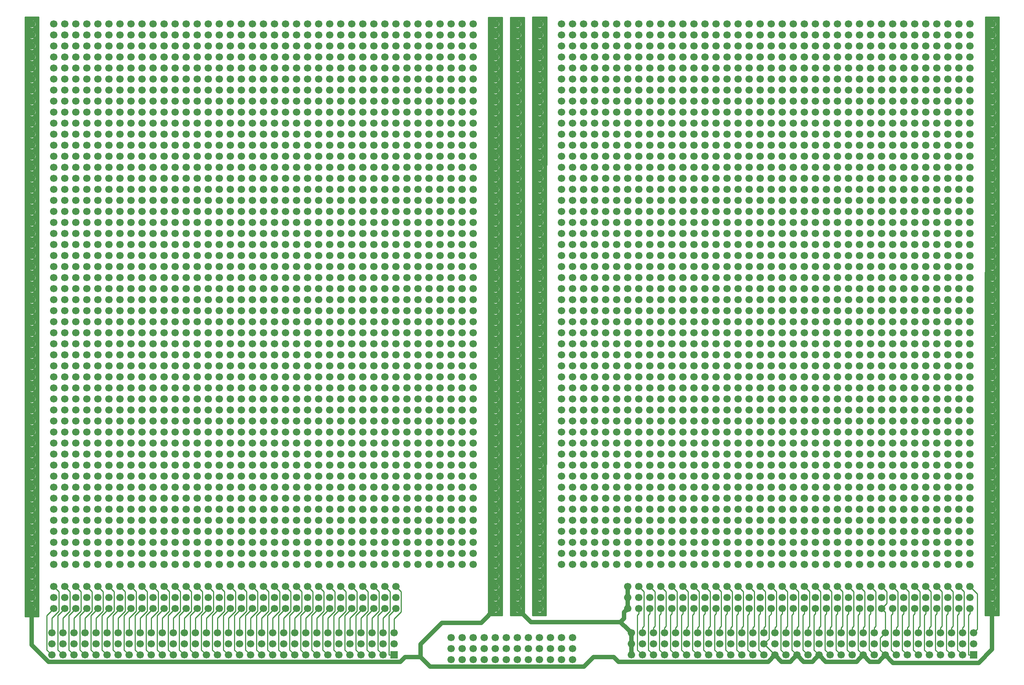
<source format=gbr>
G04 #@! TF.GenerationSoftware,KiCad,Pcbnew,(5.1.4-0-10_14)*
G04 #@! TF.CreationDate,2019-12-06T13:25:54+01:00*
G04 #@! TF.ProjectId,Eurocard_6U_233x160_VME,4575726f-6361-4726-945f-36555f323333,rev?*
G04 #@! TF.SameCoordinates,Original*
G04 #@! TF.FileFunction,Copper,L1,Top*
G04 #@! TF.FilePolarity,Positive*
%FSLAX46Y46*%
G04 Gerber Fmt 4.6, Leading zero omitted, Abs format (unit mm)*
G04 Created by KiCad (PCBNEW (5.1.4-0-10_14)) date 2019-12-06 13:25:54*
%MOMM*%
%LPD*%
G04 APERTURE LIST*
%ADD10C,1.700000*%
%ADD11R,1.700000X1.700000*%
%ADD12C,0.250000*%
%ADD13C,1.000000*%
%ADD14C,0.254000*%
G04 APERTURE END LIST*
D10*
X122840000Y150620000D03*
X122840000Y148080000D03*
X122840000Y145540000D03*
X122840000Y143000000D03*
X122840000Y140460000D03*
X122840000Y137920000D03*
X122840000Y135380000D03*
X122840000Y132840000D03*
X122840000Y130300000D03*
X122840000Y127760000D03*
X122840000Y125220000D03*
X122840000Y122680000D03*
X122840000Y120140000D03*
X122840000Y117600000D03*
X122840000Y115060000D03*
X122840000Y112520000D03*
X122840000Y109980000D03*
X122840000Y107440000D03*
X122840000Y104900000D03*
X122840000Y102360000D03*
X122840000Y99820000D03*
X122840000Y97280000D03*
X122840000Y94740000D03*
X122840000Y92200000D03*
X122840000Y89660000D03*
X122840000Y87120000D03*
X122840000Y84580000D03*
X122840000Y82040000D03*
X122840000Y79500000D03*
X122840000Y76960000D03*
X122840000Y74420000D03*
X122840000Y71880000D03*
X122840000Y69340000D03*
X122840000Y66800000D03*
X122840000Y64260000D03*
X122840000Y61720000D03*
X122840000Y59180000D03*
X122840000Y56640000D03*
X122840000Y54100000D03*
X122840000Y51560000D03*
X122840000Y49020000D03*
X122840000Y46480000D03*
X122840000Y43940000D03*
X122840000Y41400000D03*
X122840000Y38860000D03*
X122840000Y36320000D03*
X122840000Y33780000D03*
X122840000Y31240000D03*
X122840000Y28700000D03*
X122840000Y26160000D03*
X122840000Y23620000D03*
X122840000Y21080000D03*
X122840000Y18540000D03*
X117760000Y150620000D03*
X117760000Y148080000D03*
X117760000Y145540000D03*
X117760000Y143000000D03*
X117760000Y140460000D03*
X117760000Y137920000D03*
X117760000Y135380000D03*
X117760000Y132840000D03*
X117760000Y130300000D03*
X117760000Y127760000D03*
X117760000Y125220000D03*
X117760000Y122680000D03*
X117760000Y120140000D03*
X117760000Y117600000D03*
X117760000Y115060000D03*
X117760000Y112520000D03*
X117760000Y109980000D03*
X117760000Y107440000D03*
X117760000Y104900000D03*
X117760000Y102360000D03*
X117760000Y99820000D03*
X117760000Y97280000D03*
X117760000Y94740000D03*
X117760000Y92200000D03*
X117760000Y89660000D03*
X117760000Y87120000D03*
X117760000Y84580000D03*
X117760000Y82040000D03*
X117760000Y79500000D03*
X117760000Y76960000D03*
X117760000Y74420000D03*
X117760000Y71880000D03*
X117760000Y69340000D03*
X117760000Y66800000D03*
X117760000Y64260000D03*
X117760000Y61720000D03*
X117760000Y59180000D03*
X117760000Y56640000D03*
X117760000Y54100000D03*
X117760000Y51560000D03*
X117760000Y49020000D03*
X117760000Y46480000D03*
X117760000Y43940000D03*
X117760000Y41400000D03*
X117760000Y38860000D03*
X117760000Y36320000D03*
X117760000Y33780000D03*
X117760000Y31240000D03*
X117760000Y28700000D03*
X117760000Y26160000D03*
X117760000Y23620000D03*
X117760000Y21080000D03*
X117760000Y18540000D03*
X112680000Y150620000D03*
X112680000Y148080000D03*
X112680000Y145540000D03*
X112680000Y143000000D03*
X112680000Y140460000D03*
X112680000Y137920000D03*
X112680000Y135380000D03*
X112680000Y132840000D03*
X112680000Y130300000D03*
X112680000Y127760000D03*
X112680000Y125220000D03*
X112680000Y122680000D03*
X112680000Y120140000D03*
X112680000Y117600000D03*
X112680000Y115060000D03*
X112680000Y112520000D03*
X112680000Y109980000D03*
X112680000Y107440000D03*
X112680000Y104900000D03*
X112680000Y102360000D03*
X112680000Y99820000D03*
X112680000Y97280000D03*
X112680000Y94740000D03*
X112680000Y92200000D03*
X112680000Y89660000D03*
X112680000Y87120000D03*
X112680000Y84580000D03*
X112680000Y82040000D03*
X112680000Y79500000D03*
X112680000Y76960000D03*
X112680000Y74420000D03*
X112680000Y71880000D03*
X112680000Y69340000D03*
X112680000Y66800000D03*
X112680000Y64260000D03*
X112680000Y61720000D03*
X112680000Y59180000D03*
X112680000Y56640000D03*
X112680000Y54100000D03*
X112680000Y51560000D03*
X112680000Y49020000D03*
X112680000Y46480000D03*
X112680000Y43940000D03*
X112680000Y41400000D03*
X112680000Y38860000D03*
X112680000Y36320000D03*
X112680000Y33780000D03*
X112680000Y31240000D03*
X112680000Y28700000D03*
X112680000Y26160000D03*
X112680000Y23620000D03*
X112680000Y21080000D03*
X112680000Y18540000D03*
X6000000Y150620000D03*
X6000000Y148080000D03*
X6000000Y145540000D03*
X6000000Y143000000D03*
X6000000Y140460000D03*
X6000000Y137920000D03*
X6000000Y135380000D03*
X6000000Y132840000D03*
X6000000Y130300000D03*
X6000000Y127760000D03*
X6000000Y125220000D03*
X6000000Y122680000D03*
X6000000Y120140000D03*
X6000000Y117600000D03*
X6000000Y115060000D03*
X6000000Y112520000D03*
X6000000Y109980000D03*
X6000000Y107440000D03*
X6000000Y104900000D03*
X6000000Y102360000D03*
X6000000Y99820000D03*
X6000000Y97280000D03*
X6000000Y94740000D03*
X6000000Y92200000D03*
X6000000Y89660000D03*
X6000000Y87120000D03*
X6000000Y84580000D03*
X6000000Y82040000D03*
X6000000Y79500000D03*
X6000000Y76960000D03*
X6000000Y74420000D03*
X6000000Y71880000D03*
X6000000Y69340000D03*
X6000000Y66800000D03*
X6000000Y64260000D03*
X6000000Y61720000D03*
X6000000Y59180000D03*
X6000000Y56640000D03*
X6000000Y54100000D03*
X6000000Y51560000D03*
X6000000Y49020000D03*
X6000000Y46480000D03*
X6000000Y43940000D03*
X6000000Y41400000D03*
X6000000Y38860000D03*
X6000000Y36320000D03*
X6000000Y33780000D03*
X6000000Y31240000D03*
X6000000Y28700000D03*
X6000000Y26160000D03*
X6000000Y23620000D03*
X6000000Y21080000D03*
X6000000Y18540000D03*
X226980000Y150620000D03*
X226980000Y148080000D03*
X226980000Y145540000D03*
X226980000Y143000000D03*
X226980000Y140460000D03*
X226980000Y137920000D03*
X226980000Y135380000D03*
X226980000Y132840000D03*
X226980000Y130300000D03*
X226980000Y127760000D03*
X226980000Y125220000D03*
X226980000Y122680000D03*
X226980000Y120140000D03*
X226980000Y117600000D03*
X226980000Y115060000D03*
X226980000Y112520000D03*
X226980000Y109980000D03*
X226980000Y107440000D03*
X226980000Y104900000D03*
X226980000Y102360000D03*
X226980000Y99820000D03*
X226980000Y97280000D03*
X226980000Y94740000D03*
X226980000Y92200000D03*
X226980000Y89660000D03*
X226980000Y87120000D03*
X226980000Y84580000D03*
X226980000Y82040000D03*
X226980000Y79500000D03*
X226980000Y76960000D03*
X226980000Y74420000D03*
X226980000Y71880000D03*
X226980000Y69340000D03*
X226980000Y66800000D03*
X226980000Y64260000D03*
X226980000Y61720000D03*
X226980000Y59180000D03*
X226980000Y56640000D03*
X226980000Y54100000D03*
X226980000Y51560000D03*
X226980000Y49020000D03*
X226980000Y46480000D03*
X226980000Y43940000D03*
X226980000Y41400000D03*
X226980000Y38860000D03*
X226980000Y36320000D03*
X226980000Y33780000D03*
X226980000Y31240000D03*
X226980000Y28700000D03*
X226980000Y26160000D03*
X226980000Y23620000D03*
X226980000Y21080000D03*
X226980000Y18540000D03*
X221900000Y150620000D03*
X219360000Y150620000D03*
X216820000Y150620000D03*
X214280000Y150620000D03*
X211740000Y150620000D03*
X209200000Y150620000D03*
X206660000Y150620000D03*
X204120000Y150620000D03*
X201580000Y150620000D03*
X199040000Y150620000D03*
X196500000Y150620000D03*
X193960000Y150620000D03*
X191420000Y150620000D03*
X188880000Y150620000D03*
X186340000Y150620000D03*
X183800000Y150620000D03*
X181260000Y150620000D03*
X178720000Y150620000D03*
X176180000Y150620000D03*
X173640000Y150620000D03*
X171100000Y150620000D03*
X168560000Y150620000D03*
X166020000Y150620000D03*
X163480000Y150620000D03*
X160940000Y150620000D03*
X158400000Y150620000D03*
X155860000Y150620000D03*
X153320000Y150620000D03*
X150780000Y150620000D03*
X148240000Y150620000D03*
X145700000Y150620000D03*
X143160000Y150620000D03*
X140620000Y150620000D03*
X138080000Y150620000D03*
X135540000Y150620000D03*
X133000000Y150620000D03*
X130460000Y150620000D03*
X127920000Y150620000D03*
X107600000Y150620000D03*
X105060000Y150620000D03*
X102520000Y150620000D03*
X99980000Y150620000D03*
X97440000Y150620000D03*
X94900000Y150620000D03*
X92360000Y150620000D03*
X89820000Y150620000D03*
X87280000Y150620000D03*
X84740000Y150620000D03*
X82200000Y150620000D03*
X79660000Y150620000D03*
X77120000Y150620000D03*
X74580000Y150620000D03*
X72040000Y150620000D03*
X69500000Y150620000D03*
X66960000Y150620000D03*
X64420000Y150620000D03*
X61880000Y150620000D03*
X59340000Y150620000D03*
X56800000Y150620000D03*
X54260000Y150620000D03*
X51720000Y150620000D03*
X49180000Y150620000D03*
X46640000Y150620000D03*
X44100000Y150620000D03*
X41560000Y150620000D03*
X39020000Y150620000D03*
X36480000Y150620000D03*
X33940000Y150620000D03*
X31400000Y150620000D03*
X28860000Y150620000D03*
X26320000Y150620000D03*
X23780000Y150620000D03*
X21240000Y150620000D03*
X18700000Y150620000D03*
X16160000Y150620000D03*
X13620000Y150620000D03*
X11080000Y150620000D03*
X221900000Y148080000D03*
X219360000Y148080000D03*
X216820000Y148080000D03*
X214280000Y148080000D03*
X211740000Y148080000D03*
X209200000Y148080000D03*
X206660000Y148080000D03*
X204120000Y148080000D03*
X201580000Y148080000D03*
X199040000Y148080000D03*
X196500000Y148080000D03*
X193960000Y148080000D03*
X191420000Y148080000D03*
X188880000Y148080000D03*
X186340000Y148080000D03*
X183800000Y148080000D03*
X181260000Y148080000D03*
X178720000Y148080000D03*
X176180000Y148080000D03*
X173640000Y148080000D03*
X171100000Y148080000D03*
X168560000Y148080000D03*
X166020000Y148080000D03*
X163480000Y148080000D03*
X160940000Y148080000D03*
X158400000Y148080000D03*
X155860000Y148080000D03*
X153320000Y148080000D03*
X150780000Y148080000D03*
X148240000Y148080000D03*
X145700000Y148080000D03*
X143160000Y148080000D03*
X140620000Y148080000D03*
X138080000Y148080000D03*
X135540000Y148080000D03*
X133000000Y148080000D03*
X130460000Y148080000D03*
X127920000Y148080000D03*
X107600000Y148080000D03*
X105060000Y148080000D03*
X102520000Y148080000D03*
X99980000Y148080000D03*
X97440000Y148080000D03*
X94900000Y148080000D03*
X92360000Y148080000D03*
X89820000Y148080000D03*
X87280000Y148080000D03*
X84740000Y148080000D03*
X82200000Y148080000D03*
X79660000Y148080000D03*
X77120000Y148080000D03*
X74580000Y148080000D03*
X72040000Y148080000D03*
X69500000Y148080000D03*
X66960000Y148080000D03*
X64420000Y148080000D03*
X61880000Y148080000D03*
X59340000Y148080000D03*
X56800000Y148080000D03*
X54260000Y148080000D03*
X51720000Y148080000D03*
X49180000Y148080000D03*
X46640000Y148080000D03*
X44100000Y148080000D03*
X41560000Y148080000D03*
X39020000Y148080000D03*
X36480000Y148080000D03*
X33940000Y148080000D03*
X31400000Y148080000D03*
X28860000Y148080000D03*
X26320000Y148080000D03*
X23780000Y148080000D03*
X21240000Y148080000D03*
X18700000Y148080000D03*
X16160000Y148080000D03*
X13620000Y148080000D03*
X11080000Y148080000D03*
X221900000Y145540000D03*
X219360000Y145540000D03*
X216820000Y145540000D03*
X214280000Y145540000D03*
X211740000Y145540000D03*
X209200000Y145540000D03*
X206660000Y145540000D03*
X204120000Y145540000D03*
X201580000Y145540000D03*
X199040000Y145540000D03*
X196500000Y145540000D03*
X193960000Y145540000D03*
X191420000Y145540000D03*
X188880000Y145540000D03*
X186340000Y145540000D03*
X183800000Y145540000D03*
X181260000Y145540000D03*
X178720000Y145540000D03*
X176180000Y145540000D03*
X173640000Y145540000D03*
X171100000Y145540000D03*
X168560000Y145540000D03*
X166020000Y145540000D03*
X163480000Y145540000D03*
X160940000Y145540000D03*
X158400000Y145540000D03*
X155860000Y145540000D03*
X153320000Y145540000D03*
X150780000Y145540000D03*
X148240000Y145540000D03*
X145700000Y145540000D03*
X143160000Y145540000D03*
X140620000Y145540000D03*
X138080000Y145540000D03*
X135540000Y145540000D03*
X133000000Y145540000D03*
X130460000Y145540000D03*
X127920000Y145540000D03*
X107600000Y145540000D03*
X105060000Y145540000D03*
X102520000Y145540000D03*
X99980000Y145540000D03*
X97440000Y145540000D03*
X94900000Y145540000D03*
X92360000Y145540000D03*
X89820000Y145540000D03*
X87280000Y145540000D03*
X84740000Y145540000D03*
X82200000Y145540000D03*
X79660000Y145540000D03*
X77120000Y145540000D03*
X74580000Y145540000D03*
X72040000Y145540000D03*
X69500000Y145540000D03*
X66960000Y145540000D03*
X64420000Y145540000D03*
X61880000Y145540000D03*
X59340000Y145540000D03*
X56800000Y145540000D03*
X54260000Y145540000D03*
X51720000Y145540000D03*
X49180000Y145540000D03*
X46640000Y145540000D03*
X44100000Y145540000D03*
X41560000Y145540000D03*
X39020000Y145540000D03*
X36480000Y145540000D03*
X33940000Y145540000D03*
X31400000Y145540000D03*
X28860000Y145540000D03*
X26320000Y145540000D03*
X23780000Y145540000D03*
X21240000Y145540000D03*
X18700000Y145540000D03*
X16160000Y145540000D03*
X13620000Y145540000D03*
X11080000Y145540000D03*
X221900000Y143000000D03*
X219360000Y143000000D03*
X216820000Y143000000D03*
X214280000Y143000000D03*
X211740000Y143000000D03*
X209200000Y143000000D03*
X206660000Y143000000D03*
X204120000Y143000000D03*
X201580000Y143000000D03*
X199040000Y143000000D03*
X196500000Y143000000D03*
X193960000Y143000000D03*
X191420000Y143000000D03*
X188880000Y143000000D03*
X186340000Y143000000D03*
X183800000Y143000000D03*
X181260000Y143000000D03*
X178720000Y143000000D03*
X176180000Y143000000D03*
X173640000Y143000000D03*
X171100000Y143000000D03*
X168560000Y143000000D03*
X166020000Y143000000D03*
X163480000Y143000000D03*
X160940000Y143000000D03*
X158400000Y143000000D03*
X155860000Y143000000D03*
X153320000Y143000000D03*
X150780000Y143000000D03*
X148240000Y143000000D03*
X145700000Y143000000D03*
X143160000Y143000000D03*
X140620000Y143000000D03*
X138080000Y143000000D03*
X135540000Y143000000D03*
X133000000Y143000000D03*
X130460000Y143000000D03*
X127920000Y143000000D03*
X107600000Y143000000D03*
X105060000Y143000000D03*
X102520000Y143000000D03*
X99980000Y143000000D03*
X97440000Y143000000D03*
X94900000Y143000000D03*
X92360000Y143000000D03*
X89820000Y143000000D03*
X87280000Y143000000D03*
X84740000Y143000000D03*
X82200000Y143000000D03*
X79660000Y143000000D03*
X77120000Y143000000D03*
X74580000Y143000000D03*
X72040000Y143000000D03*
X69500000Y143000000D03*
X66960000Y143000000D03*
X64420000Y143000000D03*
X61880000Y143000000D03*
X59340000Y143000000D03*
X56800000Y143000000D03*
X54260000Y143000000D03*
X51720000Y143000000D03*
X49180000Y143000000D03*
X46640000Y143000000D03*
X44100000Y143000000D03*
X41560000Y143000000D03*
X39020000Y143000000D03*
X36480000Y143000000D03*
X33940000Y143000000D03*
X31400000Y143000000D03*
X28860000Y143000000D03*
X26320000Y143000000D03*
X23780000Y143000000D03*
X21240000Y143000000D03*
X18700000Y143000000D03*
X16160000Y143000000D03*
X13620000Y143000000D03*
X11080000Y143000000D03*
X221900000Y140460000D03*
X219360000Y140460000D03*
X216820000Y140460000D03*
X214280000Y140460000D03*
X211740000Y140460000D03*
X209200000Y140460000D03*
X206660000Y140460000D03*
X204120000Y140460000D03*
X201580000Y140460000D03*
X199040000Y140460000D03*
X196500000Y140460000D03*
X193960000Y140460000D03*
X191420000Y140460000D03*
X188880000Y140460000D03*
X186340000Y140460000D03*
X183800000Y140460000D03*
X181260000Y140460000D03*
X178720000Y140460000D03*
X176180000Y140460000D03*
X173640000Y140460000D03*
X171100000Y140460000D03*
X168560000Y140460000D03*
X166020000Y140460000D03*
X163480000Y140460000D03*
X160940000Y140460000D03*
X158400000Y140460000D03*
X155860000Y140460000D03*
X153320000Y140460000D03*
X150780000Y140460000D03*
X148240000Y140460000D03*
X145700000Y140460000D03*
X143160000Y140460000D03*
X140620000Y140460000D03*
X138080000Y140460000D03*
X135540000Y140460000D03*
X133000000Y140460000D03*
X130460000Y140460000D03*
X127920000Y140460000D03*
X107600000Y140460000D03*
X105060000Y140460000D03*
X102520000Y140460000D03*
X99980000Y140460000D03*
X97440000Y140460000D03*
X94900000Y140460000D03*
X92360000Y140460000D03*
X89820000Y140460000D03*
X87280000Y140460000D03*
X84740000Y140460000D03*
X82200000Y140460000D03*
X79660000Y140460000D03*
X77120000Y140460000D03*
X74580000Y140460000D03*
X72040000Y140460000D03*
X69500000Y140460000D03*
X66960000Y140460000D03*
X64420000Y140460000D03*
X61880000Y140460000D03*
X59340000Y140460000D03*
X56800000Y140460000D03*
X54260000Y140460000D03*
X51720000Y140460000D03*
X49180000Y140460000D03*
X46640000Y140460000D03*
X44100000Y140460000D03*
X41560000Y140460000D03*
X39020000Y140460000D03*
X36480000Y140460000D03*
X33940000Y140460000D03*
X31400000Y140460000D03*
X28860000Y140460000D03*
X26320000Y140460000D03*
X23780000Y140460000D03*
X21240000Y140460000D03*
X18700000Y140460000D03*
X16160000Y140460000D03*
X13620000Y140460000D03*
X11080000Y140460000D03*
X221900000Y137920000D03*
X219360000Y137920000D03*
X216820000Y137920000D03*
X214280000Y137920000D03*
X211740000Y137920000D03*
X209200000Y137920000D03*
X206660000Y137920000D03*
X204120000Y137920000D03*
X201580000Y137920000D03*
X199040000Y137920000D03*
X196500000Y137920000D03*
X193960000Y137920000D03*
X191420000Y137920000D03*
X188880000Y137920000D03*
X186340000Y137920000D03*
X183800000Y137920000D03*
X181260000Y137920000D03*
X178720000Y137920000D03*
X176180000Y137920000D03*
X173640000Y137920000D03*
X171100000Y137920000D03*
X168560000Y137920000D03*
X166020000Y137920000D03*
X163480000Y137920000D03*
X160940000Y137920000D03*
X158400000Y137920000D03*
X155860000Y137920000D03*
X153320000Y137920000D03*
X150780000Y137920000D03*
X148240000Y137920000D03*
X145700000Y137920000D03*
X143160000Y137920000D03*
X140620000Y137920000D03*
X138080000Y137920000D03*
X135540000Y137920000D03*
X133000000Y137920000D03*
X130460000Y137920000D03*
X127920000Y137920000D03*
X107600000Y137920000D03*
X105060000Y137920000D03*
X102520000Y137920000D03*
X99980000Y137920000D03*
X97440000Y137920000D03*
X94900000Y137920000D03*
X92360000Y137920000D03*
X89820000Y137920000D03*
X87280000Y137920000D03*
X84740000Y137920000D03*
X82200000Y137920000D03*
X79660000Y137920000D03*
X77120000Y137920000D03*
X74580000Y137920000D03*
X72040000Y137920000D03*
X69500000Y137920000D03*
X66960000Y137920000D03*
X64420000Y137920000D03*
X61880000Y137920000D03*
X59340000Y137920000D03*
X56800000Y137920000D03*
X54260000Y137920000D03*
X51720000Y137920000D03*
X49180000Y137920000D03*
X46640000Y137920000D03*
X44100000Y137920000D03*
X41560000Y137920000D03*
X39020000Y137920000D03*
X36480000Y137920000D03*
X33940000Y137920000D03*
X31400000Y137920000D03*
X28860000Y137920000D03*
X26320000Y137920000D03*
X23780000Y137920000D03*
X21240000Y137920000D03*
X18700000Y137920000D03*
X16160000Y137920000D03*
X13620000Y137920000D03*
X11080000Y137920000D03*
X221900000Y135380000D03*
X219360000Y135380000D03*
X216820000Y135380000D03*
X214280000Y135380000D03*
X211740000Y135380000D03*
X209200000Y135380000D03*
X206660000Y135380000D03*
X204120000Y135380000D03*
X201580000Y135380000D03*
X199040000Y135380000D03*
X196500000Y135380000D03*
X193960000Y135380000D03*
X191420000Y135380000D03*
X188880000Y135380000D03*
X186340000Y135380000D03*
X183800000Y135380000D03*
X181260000Y135380000D03*
X178720000Y135380000D03*
X176180000Y135380000D03*
X173640000Y135380000D03*
X171100000Y135380000D03*
X168560000Y135380000D03*
X166020000Y135380000D03*
X163480000Y135380000D03*
X160940000Y135380000D03*
X158400000Y135380000D03*
X155860000Y135380000D03*
X153320000Y135380000D03*
X150780000Y135380000D03*
X148240000Y135380000D03*
X145700000Y135380000D03*
X143160000Y135380000D03*
X140620000Y135380000D03*
X138080000Y135380000D03*
X135540000Y135380000D03*
X133000000Y135380000D03*
X130460000Y135380000D03*
X127920000Y135380000D03*
X107600000Y135380000D03*
X105060000Y135380000D03*
X102520000Y135380000D03*
X99980000Y135380000D03*
X97440000Y135380000D03*
X94900000Y135380000D03*
X92360000Y135380000D03*
X89820000Y135380000D03*
X87280000Y135380000D03*
X84740000Y135380000D03*
X82200000Y135380000D03*
X79660000Y135380000D03*
X77120000Y135380000D03*
X74580000Y135380000D03*
X72040000Y135380000D03*
X69500000Y135380000D03*
X66960000Y135380000D03*
X64420000Y135380000D03*
X61880000Y135380000D03*
X59340000Y135380000D03*
X56800000Y135380000D03*
X54260000Y135380000D03*
X51720000Y135380000D03*
X49180000Y135380000D03*
X46640000Y135380000D03*
X44100000Y135380000D03*
X41560000Y135380000D03*
X39020000Y135380000D03*
X36480000Y135380000D03*
X33940000Y135380000D03*
X31400000Y135380000D03*
X28860000Y135380000D03*
X26320000Y135380000D03*
X23780000Y135380000D03*
X21240000Y135380000D03*
X18700000Y135380000D03*
X16160000Y135380000D03*
X13620000Y135380000D03*
X11080000Y135380000D03*
X221900000Y132840000D03*
X219360000Y132840000D03*
X216820000Y132840000D03*
X214280000Y132840000D03*
X211740000Y132840000D03*
X209200000Y132840000D03*
X206660000Y132840000D03*
X204120000Y132840000D03*
X201580000Y132840000D03*
X199040000Y132840000D03*
X196500000Y132840000D03*
X193960000Y132840000D03*
X191420000Y132840000D03*
X188880000Y132840000D03*
X186340000Y132840000D03*
X183800000Y132840000D03*
X181260000Y132840000D03*
X178720000Y132840000D03*
X176180000Y132840000D03*
X173640000Y132840000D03*
X171100000Y132840000D03*
X168560000Y132840000D03*
X166020000Y132840000D03*
X163480000Y132840000D03*
X160940000Y132840000D03*
X158400000Y132840000D03*
X155860000Y132840000D03*
X153320000Y132840000D03*
X150780000Y132840000D03*
X148240000Y132840000D03*
X145700000Y132840000D03*
X143160000Y132840000D03*
X140620000Y132840000D03*
X138080000Y132840000D03*
X135540000Y132840000D03*
X133000000Y132840000D03*
X130460000Y132840000D03*
X127920000Y132840000D03*
X107600000Y132840000D03*
X105060000Y132840000D03*
X102520000Y132840000D03*
X99980000Y132840000D03*
X97440000Y132840000D03*
X94900000Y132840000D03*
X92360000Y132840000D03*
X89820000Y132840000D03*
X87280000Y132840000D03*
X84740000Y132840000D03*
X82200000Y132840000D03*
X79660000Y132840000D03*
X77120000Y132840000D03*
X74580000Y132840000D03*
X72040000Y132840000D03*
X69500000Y132840000D03*
X66960000Y132840000D03*
X64420000Y132840000D03*
X61880000Y132840000D03*
X59340000Y132840000D03*
X56800000Y132840000D03*
X54260000Y132840000D03*
X51720000Y132840000D03*
X49180000Y132840000D03*
X46640000Y132840000D03*
X44100000Y132840000D03*
X41560000Y132840000D03*
X39020000Y132840000D03*
X36480000Y132840000D03*
X33940000Y132840000D03*
X31400000Y132840000D03*
X28860000Y132840000D03*
X26320000Y132840000D03*
X23780000Y132840000D03*
X21240000Y132840000D03*
X18700000Y132840000D03*
X16160000Y132840000D03*
X13620000Y132840000D03*
X11080000Y132840000D03*
X221900000Y130300000D03*
X219360000Y130300000D03*
X216820000Y130300000D03*
X214280000Y130300000D03*
X211740000Y130300000D03*
X209200000Y130300000D03*
X206660000Y130300000D03*
X204120000Y130300000D03*
X201580000Y130300000D03*
X199040000Y130300000D03*
X196500000Y130300000D03*
X193960000Y130300000D03*
X191420000Y130300000D03*
X188880000Y130300000D03*
X186340000Y130300000D03*
X183800000Y130300000D03*
X181260000Y130300000D03*
X178720000Y130300000D03*
X176180000Y130300000D03*
X173640000Y130300000D03*
X171100000Y130300000D03*
X168560000Y130300000D03*
X166020000Y130300000D03*
X163480000Y130300000D03*
X160940000Y130300000D03*
X158400000Y130300000D03*
X155860000Y130300000D03*
X153320000Y130300000D03*
X150780000Y130300000D03*
X148240000Y130300000D03*
X145700000Y130300000D03*
X143160000Y130300000D03*
X140620000Y130300000D03*
X138080000Y130300000D03*
X135540000Y130300000D03*
X133000000Y130300000D03*
X130460000Y130300000D03*
X127920000Y130300000D03*
X107600000Y130300000D03*
X105060000Y130300000D03*
X102520000Y130300000D03*
X99980000Y130300000D03*
X97440000Y130300000D03*
X94900000Y130300000D03*
X92360000Y130300000D03*
X89820000Y130300000D03*
X87280000Y130300000D03*
X84740000Y130300000D03*
X82200000Y130300000D03*
X79660000Y130300000D03*
X77120000Y130300000D03*
X74580000Y130300000D03*
X72040000Y130300000D03*
X69500000Y130300000D03*
X66960000Y130300000D03*
X64420000Y130300000D03*
X61880000Y130300000D03*
X59340000Y130300000D03*
X56800000Y130300000D03*
X54260000Y130300000D03*
X51720000Y130300000D03*
X49180000Y130300000D03*
X46640000Y130300000D03*
X44100000Y130300000D03*
X41560000Y130300000D03*
X39020000Y130300000D03*
X36480000Y130300000D03*
X33940000Y130300000D03*
X31400000Y130300000D03*
X28860000Y130300000D03*
X26320000Y130300000D03*
X23780000Y130300000D03*
X21240000Y130300000D03*
X18700000Y130300000D03*
X16160000Y130300000D03*
X13620000Y130300000D03*
X11080000Y130300000D03*
X221900000Y127760000D03*
X219360000Y127760000D03*
X216820000Y127760000D03*
X214280000Y127760000D03*
X211740000Y127760000D03*
X209200000Y127760000D03*
X206660000Y127760000D03*
X204120000Y127760000D03*
X201580000Y127760000D03*
X199040000Y127760000D03*
X196500000Y127760000D03*
X193960000Y127760000D03*
X191420000Y127760000D03*
X188880000Y127760000D03*
X186340000Y127760000D03*
X183800000Y127760000D03*
X181260000Y127760000D03*
X178720000Y127760000D03*
X176180000Y127760000D03*
X173640000Y127760000D03*
X171100000Y127760000D03*
X168560000Y127760000D03*
X166020000Y127760000D03*
X163480000Y127760000D03*
X160940000Y127760000D03*
X158400000Y127760000D03*
X155860000Y127760000D03*
X153320000Y127760000D03*
X150780000Y127760000D03*
X148240000Y127760000D03*
X145700000Y127760000D03*
X143160000Y127760000D03*
X140620000Y127760000D03*
X138080000Y127760000D03*
X135540000Y127760000D03*
X133000000Y127760000D03*
X130460000Y127760000D03*
X127920000Y127760000D03*
X107600000Y127760000D03*
X105060000Y127760000D03*
X102520000Y127760000D03*
X99980000Y127760000D03*
X97440000Y127760000D03*
X94900000Y127760000D03*
X92360000Y127760000D03*
X89820000Y127760000D03*
X87280000Y127760000D03*
X84740000Y127760000D03*
X82200000Y127760000D03*
X79660000Y127760000D03*
X77120000Y127760000D03*
X74580000Y127760000D03*
X72040000Y127760000D03*
X69500000Y127760000D03*
X66960000Y127760000D03*
X64420000Y127760000D03*
X61880000Y127760000D03*
X59340000Y127760000D03*
X56800000Y127760000D03*
X54260000Y127760000D03*
X51720000Y127760000D03*
X49180000Y127760000D03*
X46640000Y127760000D03*
X44100000Y127760000D03*
X41560000Y127760000D03*
X39020000Y127760000D03*
X36480000Y127760000D03*
X33940000Y127760000D03*
X31400000Y127760000D03*
X28860000Y127760000D03*
X26320000Y127760000D03*
X23780000Y127760000D03*
X21240000Y127760000D03*
X18700000Y127760000D03*
X16160000Y127760000D03*
X13620000Y127760000D03*
X11080000Y127760000D03*
X221900000Y125220000D03*
X219360000Y125220000D03*
X216820000Y125220000D03*
X214280000Y125220000D03*
X211740000Y125220000D03*
X209200000Y125220000D03*
X206660000Y125220000D03*
X204120000Y125220000D03*
X201580000Y125220000D03*
X199040000Y125220000D03*
X196500000Y125220000D03*
X193960000Y125220000D03*
X191420000Y125220000D03*
X188880000Y125220000D03*
X186340000Y125220000D03*
X183800000Y125220000D03*
X181260000Y125220000D03*
X178720000Y125220000D03*
X176180000Y125220000D03*
X173640000Y125220000D03*
X171100000Y125220000D03*
X168560000Y125220000D03*
X166020000Y125220000D03*
X163480000Y125220000D03*
X160940000Y125220000D03*
X158400000Y125220000D03*
X155860000Y125220000D03*
X153320000Y125220000D03*
X150780000Y125220000D03*
X148240000Y125220000D03*
X145700000Y125220000D03*
X143160000Y125220000D03*
X140620000Y125220000D03*
X138080000Y125220000D03*
X135540000Y125220000D03*
X133000000Y125220000D03*
X130460000Y125220000D03*
X127920000Y125220000D03*
X107600000Y125220000D03*
X105060000Y125220000D03*
X102520000Y125220000D03*
X99980000Y125220000D03*
X97440000Y125220000D03*
X94900000Y125220000D03*
X92360000Y125220000D03*
X89820000Y125220000D03*
X87280000Y125220000D03*
X84740000Y125220000D03*
X82200000Y125220000D03*
X79660000Y125220000D03*
X77120000Y125220000D03*
X74580000Y125220000D03*
X72040000Y125220000D03*
X69500000Y125220000D03*
X66960000Y125220000D03*
X64420000Y125220000D03*
X61880000Y125220000D03*
X59340000Y125220000D03*
X56800000Y125220000D03*
X54260000Y125220000D03*
X51720000Y125220000D03*
X49180000Y125220000D03*
X46640000Y125220000D03*
X44100000Y125220000D03*
X41560000Y125220000D03*
X39020000Y125220000D03*
X36480000Y125220000D03*
X33940000Y125220000D03*
X31400000Y125220000D03*
X28860000Y125220000D03*
X26320000Y125220000D03*
X23780000Y125220000D03*
X21240000Y125220000D03*
X18700000Y125220000D03*
X16160000Y125220000D03*
X13620000Y125220000D03*
X11080000Y125220000D03*
X221900000Y122680000D03*
X219360000Y122680000D03*
X216820000Y122680000D03*
X214280000Y122680000D03*
X211740000Y122680000D03*
X209200000Y122680000D03*
X206660000Y122680000D03*
X204120000Y122680000D03*
X201580000Y122680000D03*
X199040000Y122680000D03*
X196500000Y122680000D03*
X193960000Y122680000D03*
X191420000Y122680000D03*
X188880000Y122680000D03*
X186340000Y122680000D03*
X183800000Y122680000D03*
X181260000Y122680000D03*
X178720000Y122680000D03*
X176180000Y122680000D03*
X173640000Y122680000D03*
X171100000Y122680000D03*
X168560000Y122680000D03*
X166020000Y122680000D03*
X163480000Y122680000D03*
X160940000Y122680000D03*
X158400000Y122680000D03*
X155860000Y122680000D03*
X153320000Y122680000D03*
X150780000Y122680000D03*
X148240000Y122680000D03*
X145700000Y122680000D03*
X143160000Y122680000D03*
X140620000Y122680000D03*
X138080000Y122680000D03*
X135540000Y122680000D03*
X133000000Y122680000D03*
X130460000Y122680000D03*
X127920000Y122680000D03*
X107600000Y122680000D03*
X105060000Y122680000D03*
X102520000Y122680000D03*
X99980000Y122680000D03*
X97440000Y122680000D03*
X94900000Y122680000D03*
X92360000Y122680000D03*
X89820000Y122680000D03*
X87280000Y122680000D03*
X84740000Y122680000D03*
X82200000Y122680000D03*
X79660000Y122680000D03*
X77120000Y122680000D03*
X74580000Y122680000D03*
X72040000Y122680000D03*
X69500000Y122680000D03*
X66960000Y122680000D03*
X64420000Y122680000D03*
X61880000Y122680000D03*
X59340000Y122680000D03*
X56800000Y122680000D03*
X54260000Y122680000D03*
X51720000Y122680000D03*
X49180000Y122680000D03*
X46640000Y122680000D03*
X44100000Y122680000D03*
X41560000Y122680000D03*
X39020000Y122680000D03*
X36480000Y122680000D03*
X33940000Y122680000D03*
X31400000Y122680000D03*
X28860000Y122680000D03*
X26320000Y122680000D03*
X23780000Y122680000D03*
X21240000Y122680000D03*
X18700000Y122680000D03*
X16160000Y122680000D03*
X13620000Y122680000D03*
X11080000Y122680000D03*
X221900000Y120140000D03*
X219360000Y120140000D03*
X216820000Y120140000D03*
X214280000Y120140000D03*
X211740000Y120140000D03*
X209200000Y120140000D03*
X206660000Y120140000D03*
X204120000Y120140000D03*
X201580000Y120140000D03*
X199040000Y120140000D03*
X196500000Y120140000D03*
X193960000Y120140000D03*
X191420000Y120140000D03*
X188880000Y120140000D03*
X186340000Y120140000D03*
X183800000Y120140000D03*
X181260000Y120140000D03*
X178720000Y120140000D03*
X176180000Y120140000D03*
X173640000Y120140000D03*
X171100000Y120140000D03*
X168560000Y120140000D03*
X166020000Y120140000D03*
X163480000Y120140000D03*
X160940000Y120140000D03*
X158400000Y120140000D03*
X155860000Y120140000D03*
X153320000Y120140000D03*
X150780000Y120140000D03*
X148240000Y120140000D03*
X145700000Y120140000D03*
X143160000Y120140000D03*
X140620000Y120140000D03*
X138080000Y120140000D03*
X135540000Y120140000D03*
X133000000Y120140000D03*
X130460000Y120140000D03*
X127920000Y120140000D03*
X107600000Y120140000D03*
X105060000Y120140000D03*
X102520000Y120140000D03*
X99980000Y120140000D03*
X97440000Y120140000D03*
X94900000Y120140000D03*
X92360000Y120140000D03*
X89820000Y120140000D03*
X87280000Y120140000D03*
X84740000Y120140000D03*
X82200000Y120140000D03*
X79660000Y120140000D03*
X77120000Y120140000D03*
X74580000Y120140000D03*
X72040000Y120140000D03*
X69500000Y120140000D03*
X66960000Y120140000D03*
X64420000Y120140000D03*
X61880000Y120140000D03*
X59340000Y120140000D03*
X56800000Y120140000D03*
X54260000Y120140000D03*
X51720000Y120140000D03*
X49180000Y120140000D03*
X46640000Y120140000D03*
X44100000Y120140000D03*
X41560000Y120140000D03*
X39020000Y120140000D03*
X36480000Y120140000D03*
X33940000Y120140000D03*
X31400000Y120140000D03*
X28860000Y120140000D03*
X26320000Y120140000D03*
X23780000Y120140000D03*
X21240000Y120140000D03*
X18700000Y120140000D03*
X16160000Y120140000D03*
X13620000Y120140000D03*
X11080000Y120140000D03*
X221900000Y117600000D03*
X219360000Y117600000D03*
X216820000Y117600000D03*
X214280000Y117600000D03*
X211740000Y117600000D03*
X209200000Y117600000D03*
X206660000Y117600000D03*
X204120000Y117600000D03*
X201580000Y117600000D03*
X199040000Y117600000D03*
X196500000Y117600000D03*
X193960000Y117600000D03*
X191420000Y117600000D03*
X188880000Y117600000D03*
X186340000Y117600000D03*
X183800000Y117600000D03*
X181260000Y117600000D03*
X178720000Y117600000D03*
X176180000Y117600000D03*
X173640000Y117600000D03*
X171100000Y117600000D03*
X168560000Y117600000D03*
X166020000Y117600000D03*
X163480000Y117600000D03*
X160940000Y117600000D03*
X158400000Y117600000D03*
X155860000Y117600000D03*
X153320000Y117600000D03*
X150780000Y117600000D03*
X148240000Y117600000D03*
X145700000Y117600000D03*
X143160000Y117600000D03*
X140620000Y117600000D03*
X138080000Y117600000D03*
X135540000Y117600000D03*
X133000000Y117600000D03*
X130460000Y117600000D03*
X127920000Y117600000D03*
X107600000Y117600000D03*
X105060000Y117600000D03*
X102520000Y117600000D03*
X99980000Y117600000D03*
X97440000Y117600000D03*
X94900000Y117600000D03*
X92360000Y117600000D03*
X89820000Y117600000D03*
X87280000Y117600000D03*
X84740000Y117600000D03*
X82200000Y117600000D03*
X79660000Y117600000D03*
X77120000Y117600000D03*
X74580000Y117600000D03*
X72040000Y117600000D03*
X69500000Y117600000D03*
X66960000Y117600000D03*
X64420000Y117600000D03*
X61880000Y117600000D03*
X59340000Y117600000D03*
X56800000Y117600000D03*
X54260000Y117600000D03*
X51720000Y117600000D03*
X49180000Y117600000D03*
X46640000Y117600000D03*
X44100000Y117600000D03*
X41560000Y117600000D03*
X39020000Y117600000D03*
X36480000Y117600000D03*
X33940000Y117600000D03*
X31400000Y117600000D03*
X28860000Y117600000D03*
X26320000Y117600000D03*
X23780000Y117600000D03*
X21240000Y117600000D03*
X18700000Y117600000D03*
X16160000Y117600000D03*
X13620000Y117600000D03*
X11080000Y117600000D03*
X221900000Y115060000D03*
X219360000Y115060000D03*
X216820000Y115060000D03*
X214280000Y115060000D03*
X211740000Y115060000D03*
X209200000Y115060000D03*
X206660000Y115060000D03*
X204120000Y115060000D03*
X201580000Y115060000D03*
X199040000Y115060000D03*
X196500000Y115060000D03*
X193960000Y115060000D03*
X191420000Y115060000D03*
X188880000Y115060000D03*
X186340000Y115060000D03*
X183800000Y115060000D03*
X181260000Y115060000D03*
X178720000Y115060000D03*
X176180000Y115060000D03*
X173640000Y115060000D03*
X171100000Y115060000D03*
X168560000Y115060000D03*
X166020000Y115060000D03*
X163480000Y115060000D03*
X160940000Y115060000D03*
X158400000Y115060000D03*
X155860000Y115060000D03*
X153320000Y115060000D03*
X150780000Y115060000D03*
X148240000Y115060000D03*
X145700000Y115060000D03*
X143160000Y115060000D03*
X140620000Y115060000D03*
X138080000Y115060000D03*
X135540000Y115060000D03*
X133000000Y115060000D03*
X130460000Y115060000D03*
X127920000Y115060000D03*
X107600000Y115060000D03*
X105060000Y115060000D03*
X102520000Y115060000D03*
X99980000Y115060000D03*
X97440000Y115060000D03*
X94900000Y115060000D03*
X92360000Y115060000D03*
X89820000Y115060000D03*
X87280000Y115060000D03*
X84740000Y115060000D03*
X82200000Y115060000D03*
X79660000Y115060000D03*
X77120000Y115060000D03*
X74580000Y115060000D03*
X72040000Y115060000D03*
X69500000Y115060000D03*
X66960000Y115060000D03*
X64420000Y115060000D03*
X61880000Y115060000D03*
X59340000Y115060000D03*
X56800000Y115060000D03*
X54260000Y115060000D03*
X51720000Y115060000D03*
X49180000Y115060000D03*
X46640000Y115060000D03*
X44100000Y115060000D03*
X41560000Y115060000D03*
X39020000Y115060000D03*
X36480000Y115060000D03*
X33940000Y115060000D03*
X31400000Y115060000D03*
X28860000Y115060000D03*
X26320000Y115060000D03*
X23780000Y115060000D03*
X21240000Y115060000D03*
X18700000Y115060000D03*
X16160000Y115060000D03*
X13620000Y115060000D03*
X11080000Y115060000D03*
X221900000Y112520000D03*
X219360000Y112520000D03*
X216820000Y112520000D03*
X214280000Y112520000D03*
X211740000Y112520000D03*
X209200000Y112520000D03*
X206660000Y112520000D03*
X204120000Y112520000D03*
X201580000Y112520000D03*
X199040000Y112520000D03*
X196500000Y112520000D03*
X193960000Y112520000D03*
X191420000Y112520000D03*
X188880000Y112520000D03*
X186340000Y112520000D03*
X183800000Y112520000D03*
X181260000Y112520000D03*
X178720000Y112520000D03*
X176180000Y112520000D03*
X173640000Y112520000D03*
X171100000Y112520000D03*
X168560000Y112520000D03*
X166020000Y112520000D03*
X163480000Y112520000D03*
X160940000Y112520000D03*
X158400000Y112520000D03*
X155860000Y112520000D03*
X153320000Y112520000D03*
X150780000Y112520000D03*
X148240000Y112520000D03*
X145700000Y112520000D03*
X143160000Y112520000D03*
X140620000Y112520000D03*
X138080000Y112520000D03*
X135540000Y112520000D03*
X133000000Y112520000D03*
X130460000Y112520000D03*
X127920000Y112520000D03*
X107600000Y112520000D03*
X105060000Y112520000D03*
X102520000Y112520000D03*
X99980000Y112520000D03*
X97440000Y112520000D03*
X94900000Y112520000D03*
X92360000Y112520000D03*
X89820000Y112520000D03*
X87280000Y112520000D03*
X84740000Y112520000D03*
X82200000Y112520000D03*
X79660000Y112520000D03*
X77120000Y112520000D03*
X74580000Y112520000D03*
X72040000Y112520000D03*
X69500000Y112520000D03*
X66960000Y112520000D03*
X64420000Y112520000D03*
X61880000Y112520000D03*
X59340000Y112520000D03*
X56800000Y112520000D03*
X54260000Y112520000D03*
X51720000Y112520000D03*
X49180000Y112520000D03*
X46640000Y112520000D03*
X44100000Y112520000D03*
X41560000Y112520000D03*
X39020000Y112520000D03*
X36480000Y112520000D03*
X33940000Y112520000D03*
X31400000Y112520000D03*
X28860000Y112520000D03*
X26320000Y112520000D03*
X23780000Y112520000D03*
X21240000Y112520000D03*
X18700000Y112520000D03*
X16160000Y112520000D03*
X13620000Y112520000D03*
X11080000Y112520000D03*
X221900000Y109980000D03*
X219360000Y109980000D03*
X216820000Y109980000D03*
X214280000Y109980000D03*
X211740000Y109980000D03*
X209200000Y109980000D03*
X206660000Y109980000D03*
X204120000Y109980000D03*
X201580000Y109980000D03*
X199040000Y109980000D03*
X196500000Y109980000D03*
X193960000Y109980000D03*
X191420000Y109980000D03*
X188880000Y109980000D03*
X186340000Y109980000D03*
X183800000Y109980000D03*
X181260000Y109980000D03*
X178720000Y109980000D03*
X176180000Y109980000D03*
X173640000Y109980000D03*
X171100000Y109980000D03*
X168560000Y109980000D03*
X166020000Y109980000D03*
X163480000Y109980000D03*
X160940000Y109980000D03*
X158400000Y109980000D03*
X155860000Y109980000D03*
X153320000Y109980000D03*
X150780000Y109980000D03*
X148240000Y109980000D03*
X145700000Y109980000D03*
X143160000Y109980000D03*
X140620000Y109980000D03*
X138080000Y109980000D03*
X135540000Y109980000D03*
X133000000Y109980000D03*
X130460000Y109980000D03*
X127920000Y109980000D03*
X107600000Y109980000D03*
X105060000Y109980000D03*
X102520000Y109980000D03*
X99980000Y109980000D03*
X97440000Y109980000D03*
X94900000Y109980000D03*
X92360000Y109980000D03*
X89820000Y109980000D03*
X87280000Y109980000D03*
X84740000Y109980000D03*
X82200000Y109980000D03*
X79660000Y109980000D03*
X77120000Y109980000D03*
X74580000Y109980000D03*
X72040000Y109980000D03*
X69500000Y109980000D03*
X66960000Y109980000D03*
X64420000Y109980000D03*
X61880000Y109980000D03*
X59340000Y109980000D03*
X56800000Y109980000D03*
X54260000Y109980000D03*
X51720000Y109980000D03*
X49180000Y109980000D03*
X46640000Y109980000D03*
X44100000Y109980000D03*
X41560000Y109980000D03*
X39020000Y109980000D03*
X36480000Y109980000D03*
X33940000Y109980000D03*
X31400000Y109980000D03*
X28860000Y109980000D03*
X26320000Y109980000D03*
X23780000Y109980000D03*
X21240000Y109980000D03*
X18700000Y109980000D03*
X16160000Y109980000D03*
X13620000Y109980000D03*
X11080000Y109980000D03*
X221900000Y107440000D03*
X219360000Y107440000D03*
X216820000Y107440000D03*
X214280000Y107440000D03*
X211740000Y107440000D03*
X209200000Y107440000D03*
X206660000Y107440000D03*
X204120000Y107440000D03*
X201580000Y107440000D03*
X199040000Y107440000D03*
X196500000Y107440000D03*
X193960000Y107440000D03*
X191420000Y107440000D03*
X188880000Y107440000D03*
X186340000Y107440000D03*
X183800000Y107440000D03*
X181260000Y107440000D03*
X178720000Y107440000D03*
X176180000Y107440000D03*
X173640000Y107440000D03*
X171100000Y107440000D03*
X168560000Y107440000D03*
X166020000Y107440000D03*
X163480000Y107440000D03*
X160940000Y107440000D03*
X158400000Y107440000D03*
X155860000Y107440000D03*
X153320000Y107440000D03*
X150780000Y107440000D03*
X148240000Y107440000D03*
X145700000Y107440000D03*
X143160000Y107440000D03*
X140620000Y107440000D03*
X138080000Y107440000D03*
X135540000Y107440000D03*
X133000000Y107440000D03*
X130460000Y107440000D03*
X127920000Y107440000D03*
X107600000Y107440000D03*
X105060000Y107440000D03*
X102520000Y107440000D03*
X99980000Y107440000D03*
X97440000Y107440000D03*
X94900000Y107440000D03*
X92360000Y107440000D03*
X89820000Y107440000D03*
X87280000Y107440000D03*
X84740000Y107440000D03*
X82200000Y107440000D03*
X79660000Y107440000D03*
X77120000Y107440000D03*
X74580000Y107440000D03*
X72040000Y107440000D03*
X69500000Y107440000D03*
X66960000Y107440000D03*
X64420000Y107440000D03*
X61880000Y107440000D03*
X59340000Y107440000D03*
X56800000Y107440000D03*
X54260000Y107440000D03*
X51720000Y107440000D03*
X49180000Y107440000D03*
X46640000Y107440000D03*
X44100000Y107440000D03*
X41560000Y107440000D03*
X39020000Y107440000D03*
X36480000Y107440000D03*
X33940000Y107440000D03*
X31400000Y107440000D03*
X28860000Y107440000D03*
X26320000Y107440000D03*
X23780000Y107440000D03*
X21240000Y107440000D03*
X18700000Y107440000D03*
X16160000Y107440000D03*
X13620000Y107440000D03*
X11080000Y107440000D03*
X221900000Y104900000D03*
X219360000Y104900000D03*
X216820000Y104900000D03*
X214280000Y104900000D03*
X211740000Y104900000D03*
X209200000Y104900000D03*
X206660000Y104900000D03*
X204120000Y104900000D03*
X201580000Y104900000D03*
X199040000Y104900000D03*
X196500000Y104900000D03*
X193960000Y104900000D03*
X191420000Y104900000D03*
X188880000Y104900000D03*
X186340000Y104900000D03*
X183800000Y104900000D03*
X181260000Y104900000D03*
X178720000Y104900000D03*
X176180000Y104900000D03*
X173640000Y104900000D03*
X171100000Y104900000D03*
X168560000Y104900000D03*
X166020000Y104900000D03*
X163480000Y104900000D03*
X160940000Y104900000D03*
X158400000Y104900000D03*
X155860000Y104900000D03*
X153320000Y104900000D03*
X150780000Y104900000D03*
X148240000Y104900000D03*
X145700000Y104900000D03*
X143160000Y104900000D03*
X140620000Y104900000D03*
X138080000Y104900000D03*
X135540000Y104900000D03*
X133000000Y104900000D03*
X130460000Y104900000D03*
X127920000Y104900000D03*
X107600000Y104900000D03*
X105060000Y104900000D03*
X102520000Y104900000D03*
X99980000Y104900000D03*
X97440000Y104900000D03*
X94900000Y104900000D03*
X92360000Y104900000D03*
X89820000Y104900000D03*
X87280000Y104900000D03*
X84740000Y104900000D03*
X82200000Y104900000D03*
X79660000Y104900000D03*
X77120000Y104900000D03*
X74580000Y104900000D03*
X72040000Y104900000D03*
X69500000Y104900000D03*
X66960000Y104900000D03*
X64420000Y104900000D03*
X61880000Y104900000D03*
X59340000Y104900000D03*
X56800000Y104900000D03*
X54260000Y104900000D03*
X51720000Y104900000D03*
X49180000Y104900000D03*
X46640000Y104900000D03*
X44100000Y104900000D03*
X41560000Y104900000D03*
X39020000Y104900000D03*
X36480000Y104900000D03*
X33940000Y104900000D03*
X31400000Y104900000D03*
X28860000Y104900000D03*
X26320000Y104900000D03*
X23780000Y104900000D03*
X21240000Y104900000D03*
X18700000Y104900000D03*
X16160000Y104900000D03*
X13620000Y104900000D03*
X11080000Y104900000D03*
X221900000Y102360000D03*
X219360000Y102360000D03*
X216820000Y102360000D03*
X214280000Y102360000D03*
X211740000Y102360000D03*
X209200000Y102360000D03*
X206660000Y102360000D03*
X204120000Y102360000D03*
X201580000Y102360000D03*
X199040000Y102360000D03*
X196500000Y102360000D03*
X193960000Y102360000D03*
X191420000Y102360000D03*
X188880000Y102360000D03*
X186340000Y102360000D03*
X183800000Y102360000D03*
X181260000Y102360000D03*
X178720000Y102360000D03*
X176180000Y102360000D03*
X173640000Y102360000D03*
X171100000Y102360000D03*
X168560000Y102360000D03*
X166020000Y102360000D03*
X163480000Y102360000D03*
X160940000Y102360000D03*
X158400000Y102360000D03*
X155860000Y102360000D03*
X153320000Y102360000D03*
X150780000Y102360000D03*
X148240000Y102360000D03*
X145700000Y102360000D03*
X143160000Y102360000D03*
X140620000Y102360000D03*
X138080000Y102360000D03*
X135540000Y102360000D03*
X133000000Y102360000D03*
X130460000Y102360000D03*
X127920000Y102360000D03*
X107600000Y102360000D03*
X105060000Y102360000D03*
X102520000Y102360000D03*
X99980000Y102360000D03*
X97440000Y102360000D03*
X94900000Y102360000D03*
X92360000Y102360000D03*
X89820000Y102360000D03*
X87280000Y102360000D03*
X84740000Y102360000D03*
X82200000Y102360000D03*
X79660000Y102360000D03*
X77120000Y102360000D03*
X74580000Y102360000D03*
X72040000Y102360000D03*
X69500000Y102360000D03*
X66960000Y102360000D03*
X64420000Y102360000D03*
X61880000Y102360000D03*
X59340000Y102360000D03*
X56800000Y102360000D03*
X54260000Y102360000D03*
X51720000Y102360000D03*
X49180000Y102360000D03*
X46640000Y102360000D03*
X44100000Y102360000D03*
X41560000Y102360000D03*
X39020000Y102360000D03*
X36480000Y102360000D03*
X33940000Y102360000D03*
X31400000Y102360000D03*
X28860000Y102360000D03*
X26320000Y102360000D03*
X23780000Y102360000D03*
X21240000Y102360000D03*
X18700000Y102360000D03*
X16160000Y102360000D03*
X13620000Y102360000D03*
X11080000Y102360000D03*
X221900000Y99820000D03*
X219360000Y99820000D03*
X216820000Y99820000D03*
X214280000Y99820000D03*
X211740000Y99820000D03*
X209200000Y99820000D03*
X206660000Y99820000D03*
X204120000Y99820000D03*
X201580000Y99820000D03*
X199040000Y99820000D03*
X196500000Y99820000D03*
X193960000Y99820000D03*
X191420000Y99820000D03*
X188880000Y99820000D03*
X186340000Y99820000D03*
X183800000Y99820000D03*
X181260000Y99820000D03*
X178720000Y99820000D03*
X176180000Y99820000D03*
X173640000Y99820000D03*
X171100000Y99820000D03*
X168560000Y99820000D03*
X166020000Y99820000D03*
X163480000Y99820000D03*
X160940000Y99820000D03*
X158400000Y99820000D03*
X155860000Y99820000D03*
X153320000Y99820000D03*
X150780000Y99820000D03*
X148240000Y99820000D03*
X145700000Y99820000D03*
X143160000Y99820000D03*
X140620000Y99820000D03*
X138080000Y99820000D03*
X135540000Y99820000D03*
X133000000Y99820000D03*
X130460000Y99820000D03*
X127920000Y99820000D03*
X107600000Y99820000D03*
X105060000Y99820000D03*
X102520000Y99820000D03*
X99980000Y99820000D03*
X97440000Y99820000D03*
X94900000Y99820000D03*
X92360000Y99820000D03*
X89820000Y99820000D03*
X87280000Y99820000D03*
X84740000Y99820000D03*
X82200000Y99820000D03*
X79660000Y99820000D03*
X77120000Y99820000D03*
X74580000Y99820000D03*
X72040000Y99820000D03*
X69500000Y99820000D03*
X66960000Y99820000D03*
X64420000Y99820000D03*
X61880000Y99820000D03*
X59340000Y99820000D03*
X56800000Y99820000D03*
X54260000Y99820000D03*
X51720000Y99820000D03*
X49180000Y99820000D03*
X46640000Y99820000D03*
X44100000Y99820000D03*
X41560000Y99820000D03*
X39020000Y99820000D03*
X36480000Y99820000D03*
X33940000Y99820000D03*
X31400000Y99820000D03*
X28860000Y99820000D03*
X26320000Y99820000D03*
X23780000Y99820000D03*
X21240000Y99820000D03*
X18700000Y99820000D03*
X16160000Y99820000D03*
X13620000Y99820000D03*
X11080000Y99820000D03*
X221900000Y97280000D03*
X219360000Y97280000D03*
X216820000Y97280000D03*
X214280000Y97280000D03*
X211740000Y97280000D03*
X209200000Y97280000D03*
X206660000Y97280000D03*
X204120000Y97280000D03*
X201580000Y97280000D03*
X199040000Y97280000D03*
X196500000Y97280000D03*
X193960000Y97280000D03*
X191420000Y97280000D03*
X188880000Y97280000D03*
X186340000Y97280000D03*
X183800000Y97280000D03*
X181260000Y97280000D03*
X178720000Y97280000D03*
X176180000Y97280000D03*
X173640000Y97280000D03*
X171100000Y97280000D03*
X168560000Y97280000D03*
X166020000Y97280000D03*
X163480000Y97280000D03*
X160940000Y97280000D03*
X158400000Y97280000D03*
X155860000Y97280000D03*
X153320000Y97280000D03*
X150780000Y97280000D03*
X148240000Y97280000D03*
X145700000Y97280000D03*
X143160000Y97280000D03*
X140620000Y97280000D03*
X138080000Y97280000D03*
X135540000Y97280000D03*
X133000000Y97280000D03*
X130460000Y97280000D03*
X127920000Y97280000D03*
X107600000Y97280000D03*
X105060000Y97280000D03*
X102520000Y97280000D03*
X99980000Y97280000D03*
X97440000Y97280000D03*
X94900000Y97280000D03*
X92360000Y97280000D03*
X89820000Y97280000D03*
X87280000Y97280000D03*
X84740000Y97280000D03*
X82200000Y97280000D03*
X79660000Y97280000D03*
X77120000Y97280000D03*
X74580000Y97280000D03*
X72040000Y97280000D03*
X69500000Y97280000D03*
X66960000Y97280000D03*
X64420000Y97280000D03*
X61880000Y97280000D03*
X59340000Y97280000D03*
X56800000Y97280000D03*
X54260000Y97280000D03*
X51720000Y97280000D03*
X49180000Y97280000D03*
X46640000Y97280000D03*
X44100000Y97280000D03*
X41560000Y97280000D03*
X39020000Y97280000D03*
X36480000Y97280000D03*
X33940000Y97280000D03*
X31400000Y97280000D03*
X28860000Y97280000D03*
X26320000Y97280000D03*
X23780000Y97280000D03*
X21240000Y97280000D03*
X18700000Y97280000D03*
X16160000Y97280000D03*
X13620000Y97280000D03*
X11080000Y97280000D03*
X221900000Y94740000D03*
X219360000Y94740000D03*
X216820000Y94740000D03*
X214280000Y94740000D03*
X211740000Y94740000D03*
X209200000Y94740000D03*
X206660000Y94740000D03*
X204120000Y94740000D03*
X201580000Y94740000D03*
X199040000Y94740000D03*
X196500000Y94740000D03*
X193960000Y94740000D03*
X191420000Y94740000D03*
X188880000Y94740000D03*
X186340000Y94740000D03*
X183800000Y94740000D03*
X181260000Y94740000D03*
X178720000Y94740000D03*
X176180000Y94740000D03*
X173640000Y94740000D03*
X171100000Y94740000D03*
X168560000Y94740000D03*
X166020000Y94740000D03*
X163480000Y94740000D03*
X160940000Y94740000D03*
X158400000Y94740000D03*
X155860000Y94740000D03*
X153320000Y94740000D03*
X150780000Y94740000D03*
X148240000Y94740000D03*
X145700000Y94740000D03*
X143160000Y94740000D03*
X140620000Y94740000D03*
X138080000Y94740000D03*
X135540000Y94740000D03*
X133000000Y94740000D03*
X130460000Y94740000D03*
X127920000Y94740000D03*
X107600000Y94740000D03*
X105060000Y94740000D03*
X102520000Y94740000D03*
X99980000Y94740000D03*
X97440000Y94740000D03*
X94900000Y94740000D03*
X92360000Y94740000D03*
X89820000Y94740000D03*
X87280000Y94740000D03*
X84740000Y94740000D03*
X82200000Y94740000D03*
X79660000Y94740000D03*
X77120000Y94740000D03*
X74580000Y94740000D03*
X72040000Y94740000D03*
X69500000Y94740000D03*
X66960000Y94740000D03*
X64420000Y94740000D03*
X61880000Y94740000D03*
X59340000Y94740000D03*
X56800000Y94740000D03*
X54260000Y94740000D03*
X51720000Y94740000D03*
X49180000Y94740000D03*
X46640000Y94740000D03*
X44100000Y94740000D03*
X41560000Y94740000D03*
X39020000Y94740000D03*
X36480000Y94740000D03*
X33940000Y94740000D03*
X31400000Y94740000D03*
X28860000Y94740000D03*
X26320000Y94740000D03*
X23780000Y94740000D03*
X21240000Y94740000D03*
X18700000Y94740000D03*
X16160000Y94740000D03*
X13620000Y94740000D03*
X11080000Y94740000D03*
X221900000Y92200000D03*
X219360000Y92200000D03*
X216820000Y92200000D03*
X214280000Y92200000D03*
X211740000Y92200000D03*
X209200000Y92200000D03*
X206660000Y92200000D03*
X204120000Y92200000D03*
X201580000Y92200000D03*
X199040000Y92200000D03*
X196500000Y92200000D03*
X193960000Y92200000D03*
X191420000Y92200000D03*
X188880000Y92200000D03*
X186340000Y92200000D03*
X183800000Y92200000D03*
X181260000Y92200000D03*
X178720000Y92200000D03*
X176180000Y92200000D03*
X173640000Y92200000D03*
X171100000Y92200000D03*
X168560000Y92200000D03*
X166020000Y92200000D03*
X163480000Y92200000D03*
X160940000Y92200000D03*
X158400000Y92200000D03*
X155860000Y92200000D03*
X153320000Y92200000D03*
X150780000Y92200000D03*
X148240000Y92200000D03*
X145700000Y92200000D03*
X143160000Y92200000D03*
X140620000Y92200000D03*
X138080000Y92200000D03*
X135540000Y92200000D03*
X133000000Y92200000D03*
X130460000Y92200000D03*
X127920000Y92200000D03*
X107600000Y92200000D03*
X105060000Y92200000D03*
X102520000Y92200000D03*
X99980000Y92200000D03*
X97440000Y92200000D03*
X94900000Y92200000D03*
X92360000Y92200000D03*
X89820000Y92200000D03*
X87280000Y92200000D03*
X84740000Y92200000D03*
X82200000Y92200000D03*
X79660000Y92200000D03*
X77120000Y92200000D03*
X74580000Y92200000D03*
X72040000Y92200000D03*
X69500000Y92200000D03*
X66960000Y92200000D03*
X64420000Y92200000D03*
X61880000Y92200000D03*
X59340000Y92200000D03*
X56800000Y92200000D03*
X54260000Y92200000D03*
X51720000Y92200000D03*
X49180000Y92200000D03*
X46640000Y92200000D03*
X44100000Y92200000D03*
X41560000Y92200000D03*
X39020000Y92200000D03*
X36480000Y92200000D03*
X33940000Y92200000D03*
X31400000Y92200000D03*
X28860000Y92200000D03*
X26320000Y92200000D03*
X23780000Y92200000D03*
X21240000Y92200000D03*
X18700000Y92200000D03*
X16160000Y92200000D03*
X13620000Y92200000D03*
X11080000Y92200000D03*
X221900000Y89660000D03*
X219360000Y89660000D03*
X216820000Y89660000D03*
X214280000Y89660000D03*
X211740000Y89660000D03*
X209200000Y89660000D03*
X206660000Y89660000D03*
X204120000Y89660000D03*
X201580000Y89660000D03*
X199040000Y89660000D03*
X196500000Y89660000D03*
X193960000Y89660000D03*
X191420000Y89660000D03*
X188880000Y89660000D03*
X186340000Y89660000D03*
X183800000Y89660000D03*
X181260000Y89660000D03*
X178720000Y89660000D03*
X176180000Y89660000D03*
X173640000Y89660000D03*
X171100000Y89660000D03*
X168560000Y89660000D03*
X166020000Y89660000D03*
X163480000Y89660000D03*
X160940000Y89660000D03*
X158400000Y89660000D03*
X155860000Y89660000D03*
X153320000Y89660000D03*
X150780000Y89660000D03*
X148240000Y89660000D03*
X145700000Y89660000D03*
X143160000Y89660000D03*
X140620000Y89660000D03*
X138080000Y89660000D03*
X135540000Y89660000D03*
X133000000Y89660000D03*
X130460000Y89660000D03*
X127920000Y89660000D03*
X107600000Y89660000D03*
X105060000Y89660000D03*
X102520000Y89660000D03*
X99980000Y89660000D03*
X97440000Y89660000D03*
X94900000Y89660000D03*
X92360000Y89660000D03*
X89820000Y89660000D03*
X87280000Y89660000D03*
X84740000Y89660000D03*
X82200000Y89660000D03*
X79660000Y89660000D03*
X77120000Y89660000D03*
X74580000Y89660000D03*
X72040000Y89660000D03*
X69500000Y89660000D03*
X66960000Y89660000D03*
X64420000Y89660000D03*
X61880000Y89660000D03*
X59340000Y89660000D03*
X56800000Y89660000D03*
X54260000Y89660000D03*
X51720000Y89660000D03*
X49180000Y89660000D03*
X46640000Y89660000D03*
X44100000Y89660000D03*
X41560000Y89660000D03*
X39020000Y89660000D03*
X36480000Y89660000D03*
X33940000Y89660000D03*
X31400000Y89660000D03*
X28860000Y89660000D03*
X26320000Y89660000D03*
X23780000Y89660000D03*
X21240000Y89660000D03*
X18700000Y89660000D03*
X16160000Y89660000D03*
X13620000Y89660000D03*
X11080000Y89660000D03*
X221900000Y87120000D03*
X219360000Y87120000D03*
X216820000Y87120000D03*
X214280000Y87120000D03*
X211740000Y87120000D03*
X209200000Y87120000D03*
X206660000Y87120000D03*
X204120000Y87120000D03*
X201580000Y87120000D03*
X199040000Y87120000D03*
X196500000Y87120000D03*
X193960000Y87120000D03*
X191420000Y87120000D03*
X188880000Y87120000D03*
X186340000Y87120000D03*
X183800000Y87120000D03*
X181260000Y87120000D03*
X178720000Y87120000D03*
X176180000Y87120000D03*
X173640000Y87120000D03*
X171100000Y87120000D03*
X168560000Y87120000D03*
X166020000Y87120000D03*
X163480000Y87120000D03*
X160940000Y87120000D03*
X158400000Y87120000D03*
X155860000Y87120000D03*
X153320000Y87120000D03*
X150780000Y87120000D03*
X148240000Y87120000D03*
X145700000Y87120000D03*
X143160000Y87120000D03*
X140620000Y87120000D03*
X138080000Y87120000D03*
X135540000Y87120000D03*
X133000000Y87120000D03*
X130460000Y87120000D03*
X127920000Y87120000D03*
X107600000Y87120000D03*
X105060000Y87120000D03*
X102520000Y87120000D03*
X99980000Y87120000D03*
X97440000Y87120000D03*
X94900000Y87120000D03*
X92360000Y87120000D03*
X89820000Y87120000D03*
X87280000Y87120000D03*
X84740000Y87120000D03*
X82200000Y87120000D03*
X79660000Y87120000D03*
X77120000Y87120000D03*
X74580000Y87120000D03*
X72040000Y87120000D03*
X69500000Y87120000D03*
X66960000Y87120000D03*
X64420000Y87120000D03*
X61880000Y87120000D03*
X59340000Y87120000D03*
X56800000Y87120000D03*
X54260000Y87120000D03*
X51720000Y87120000D03*
X49180000Y87120000D03*
X46640000Y87120000D03*
X44100000Y87120000D03*
X41560000Y87120000D03*
X39020000Y87120000D03*
X36480000Y87120000D03*
X33940000Y87120000D03*
X31400000Y87120000D03*
X28860000Y87120000D03*
X26320000Y87120000D03*
X23780000Y87120000D03*
X21240000Y87120000D03*
X18700000Y87120000D03*
X16160000Y87120000D03*
X13620000Y87120000D03*
X11080000Y87120000D03*
X221900000Y84580000D03*
X219360000Y84580000D03*
X216820000Y84580000D03*
X214280000Y84580000D03*
X211740000Y84580000D03*
X209200000Y84580000D03*
X206660000Y84580000D03*
X204120000Y84580000D03*
X201580000Y84580000D03*
X199040000Y84580000D03*
X196500000Y84580000D03*
X193960000Y84580000D03*
X191420000Y84580000D03*
X188880000Y84580000D03*
X186340000Y84580000D03*
X183800000Y84580000D03*
X181260000Y84580000D03*
X178720000Y84580000D03*
X176180000Y84580000D03*
X173640000Y84580000D03*
X171100000Y84580000D03*
X168560000Y84580000D03*
X166020000Y84580000D03*
X163480000Y84580000D03*
X160940000Y84580000D03*
X158400000Y84580000D03*
X155860000Y84580000D03*
X153320000Y84580000D03*
X150780000Y84580000D03*
X148240000Y84580000D03*
X145700000Y84580000D03*
X143160000Y84580000D03*
X140620000Y84580000D03*
X138080000Y84580000D03*
X135540000Y84580000D03*
X133000000Y84580000D03*
X130460000Y84580000D03*
X127920000Y84580000D03*
X107600000Y84580000D03*
X105060000Y84580000D03*
X102520000Y84580000D03*
X99980000Y84580000D03*
X97440000Y84580000D03*
X94900000Y84580000D03*
X92360000Y84580000D03*
X89820000Y84580000D03*
X87280000Y84580000D03*
X84740000Y84580000D03*
X82200000Y84580000D03*
X79660000Y84580000D03*
X77120000Y84580000D03*
X74580000Y84580000D03*
X72040000Y84580000D03*
X69500000Y84580000D03*
X66960000Y84580000D03*
X64420000Y84580000D03*
X61880000Y84580000D03*
X59340000Y84580000D03*
X56800000Y84580000D03*
X54260000Y84580000D03*
X51720000Y84580000D03*
X49180000Y84580000D03*
X46640000Y84580000D03*
X44100000Y84580000D03*
X41560000Y84580000D03*
X39020000Y84580000D03*
X36480000Y84580000D03*
X33940000Y84580000D03*
X31400000Y84580000D03*
X28860000Y84580000D03*
X26320000Y84580000D03*
X23780000Y84580000D03*
X21240000Y84580000D03*
X18700000Y84580000D03*
X16160000Y84580000D03*
X13620000Y84580000D03*
X11080000Y84580000D03*
X221900000Y82040000D03*
X219360000Y82040000D03*
X216820000Y82040000D03*
X214280000Y82040000D03*
X211740000Y82040000D03*
X209200000Y82040000D03*
X206660000Y82040000D03*
X204120000Y82040000D03*
X201580000Y82040000D03*
X199040000Y82040000D03*
X196500000Y82040000D03*
X193960000Y82040000D03*
X191420000Y82040000D03*
X188880000Y82040000D03*
X186340000Y82040000D03*
X183800000Y82040000D03*
X181260000Y82040000D03*
X178720000Y82040000D03*
X176180000Y82040000D03*
X173640000Y82040000D03*
X171100000Y82040000D03*
X168560000Y82040000D03*
X166020000Y82040000D03*
X163480000Y82040000D03*
X160940000Y82040000D03*
X158400000Y82040000D03*
X155860000Y82040000D03*
X153320000Y82040000D03*
X150780000Y82040000D03*
X148240000Y82040000D03*
X145700000Y82040000D03*
X143160000Y82040000D03*
X140620000Y82040000D03*
X138080000Y82040000D03*
X135540000Y82040000D03*
X133000000Y82040000D03*
X130460000Y82040000D03*
X127920000Y82040000D03*
X107600000Y82040000D03*
X105060000Y82040000D03*
X102520000Y82040000D03*
X99980000Y82040000D03*
X97440000Y82040000D03*
X94900000Y82040000D03*
X92360000Y82040000D03*
X89820000Y82040000D03*
X87280000Y82040000D03*
X84740000Y82040000D03*
X82200000Y82040000D03*
X79660000Y82040000D03*
X77120000Y82040000D03*
X74580000Y82040000D03*
X72040000Y82040000D03*
X69500000Y82040000D03*
X66960000Y82040000D03*
X64420000Y82040000D03*
X61880000Y82040000D03*
X59340000Y82040000D03*
X56800000Y82040000D03*
X54260000Y82040000D03*
X51720000Y82040000D03*
X49180000Y82040000D03*
X46640000Y82040000D03*
X44100000Y82040000D03*
X41560000Y82040000D03*
X39020000Y82040000D03*
X36480000Y82040000D03*
X33940000Y82040000D03*
X31400000Y82040000D03*
X28860000Y82040000D03*
X26320000Y82040000D03*
X23780000Y82040000D03*
X21240000Y82040000D03*
X18700000Y82040000D03*
X16160000Y82040000D03*
X13620000Y82040000D03*
X11080000Y82040000D03*
X221900000Y79500000D03*
X219360000Y79500000D03*
X216820000Y79500000D03*
X214280000Y79500000D03*
X211740000Y79500000D03*
X209200000Y79500000D03*
X206660000Y79500000D03*
X204120000Y79500000D03*
X201580000Y79500000D03*
X199040000Y79500000D03*
X196500000Y79500000D03*
X193960000Y79500000D03*
X191420000Y79500000D03*
X188880000Y79500000D03*
X186340000Y79500000D03*
X183800000Y79500000D03*
X181260000Y79500000D03*
X178720000Y79500000D03*
X176180000Y79500000D03*
X173640000Y79500000D03*
X171100000Y79500000D03*
X168560000Y79500000D03*
X166020000Y79500000D03*
X163480000Y79500000D03*
X160940000Y79500000D03*
X158400000Y79500000D03*
X155860000Y79500000D03*
X153320000Y79500000D03*
X150780000Y79500000D03*
X148240000Y79500000D03*
X145700000Y79500000D03*
X143160000Y79500000D03*
X140620000Y79500000D03*
X138080000Y79500000D03*
X135540000Y79500000D03*
X133000000Y79500000D03*
X130460000Y79500000D03*
X127920000Y79500000D03*
X107600000Y79500000D03*
X105060000Y79500000D03*
X102520000Y79500000D03*
X99980000Y79500000D03*
X97440000Y79500000D03*
X94900000Y79500000D03*
X92360000Y79500000D03*
X89820000Y79500000D03*
X87280000Y79500000D03*
X84740000Y79500000D03*
X82200000Y79500000D03*
X79660000Y79500000D03*
X77120000Y79500000D03*
X74580000Y79500000D03*
X72040000Y79500000D03*
X69500000Y79500000D03*
X66960000Y79500000D03*
X64420000Y79500000D03*
X61880000Y79500000D03*
X59340000Y79500000D03*
X56800000Y79500000D03*
X54260000Y79500000D03*
X51720000Y79500000D03*
X49180000Y79500000D03*
X46640000Y79500000D03*
X44100000Y79500000D03*
X41560000Y79500000D03*
X39020000Y79500000D03*
X36480000Y79500000D03*
X33940000Y79500000D03*
X31400000Y79500000D03*
X28860000Y79500000D03*
X26320000Y79500000D03*
X23780000Y79500000D03*
X21240000Y79500000D03*
X18700000Y79500000D03*
X16160000Y79500000D03*
X13620000Y79500000D03*
X11080000Y79500000D03*
X221900000Y76960000D03*
X219360000Y76960000D03*
X216820000Y76960000D03*
X214280000Y76960000D03*
X211740000Y76960000D03*
X209200000Y76960000D03*
X206660000Y76960000D03*
X204120000Y76960000D03*
X201580000Y76960000D03*
X199040000Y76960000D03*
X196500000Y76960000D03*
X193960000Y76960000D03*
X191420000Y76960000D03*
X188880000Y76960000D03*
X186340000Y76960000D03*
X183800000Y76960000D03*
X181260000Y76960000D03*
X178720000Y76960000D03*
X176180000Y76960000D03*
X173640000Y76960000D03*
X171100000Y76960000D03*
X168560000Y76960000D03*
X166020000Y76960000D03*
X163480000Y76960000D03*
X160940000Y76960000D03*
X158400000Y76960000D03*
X155860000Y76960000D03*
X153320000Y76960000D03*
X150780000Y76960000D03*
X148240000Y76960000D03*
X145700000Y76960000D03*
X143160000Y76960000D03*
X140620000Y76960000D03*
X138080000Y76960000D03*
X135540000Y76960000D03*
X133000000Y76960000D03*
X130460000Y76960000D03*
X127920000Y76960000D03*
X107600000Y76960000D03*
X105060000Y76960000D03*
X102520000Y76960000D03*
X99980000Y76960000D03*
X97440000Y76960000D03*
X94900000Y76960000D03*
X92360000Y76960000D03*
X89820000Y76960000D03*
X87280000Y76960000D03*
X84740000Y76960000D03*
X82200000Y76960000D03*
X79660000Y76960000D03*
X77120000Y76960000D03*
X74580000Y76960000D03*
X72040000Y76960000D03*
X69500000Y76960000D03*
X66960000Y76960000D03*
X64420000Y76960000D03*
X61880000Y76960000D03*
X59340000Y76960000D03*
X56800000Y76960000D03*
X54260000Y76960000D03*
X51720000Y76960000D03*
X49180000Y76960000D03*
X46640000Y76960000D03*
X44100000Y76960000D03*
X41560000Y76960000D03*
X39020000Y76960000D03*
X36480000Y76960000D03*
X33940000Y76960000D03*
X31400000Y76960000D03*
X28860000Y76960000D03*
X26320000Y76960000D03*
X23780000Y76960000D03*
X21240000Y76960000D03*
X18700000Y76960000D03*
X16160000Y76960000D03*
X13620000Y76960000D03*
X11080000Y76960000D03*
X221900000Y74420000D03*
X219360000Y74420000D03*
X216820000Y74420000D03*
X214280000Y74420000D03*
X211740000Y74420000D03*
X209200000Y74420000D03*
X206660000Y74420000D03*
X204120000Y74420000D03*
X201580000Y74420000D03*
X199040000Y74420000D03*
X196500000Y74420000D03*
X193960000Y74420000D03*
X191420000Y74420000D03*
X188880000Y74420000D03*
X186340000Y74420000D03*
X183800000Y74420000D03*
X181260000Y74420000D03*
X178720000Y74420000D03*
X176180000Y74420000D03*
X173640000Y74420000D03*
X171100000Y74420000D03*
X168560000Y74420000D03*
X166020000Y74420000D03*
X163480000Y74420000D03*
X160940000Y74420000D03*
X158400000Y74420000D03*
X155860000Y74420000D03*
X153320000Y74420000D03*
X150780000Y74420000D03*
X148240000Y74420000D03*
X145700000Y74420000D03*
X143160000Y74420000D03*
X140620000Y74420000D03*
X138080000Y74420000D03*
X135540000Y74420000D03*
X133000000Y74420000D03*
X130460000Y74420000D03*
X127920000Y74420000D03*
X107600000Y74420000D03*
X105060000Y74420000D03*
X102520000Y74420000D03*
X99980000Y74420000D03*
X97440000Y74420000D03*
X94900000Y74420000D03*
X92360000Y74420000D03*
X89820000Y74420000D03*
X87280000Y74420000D03*
X84740000Y74420000D03*
X82200000Y74420000D03*
X79660000Y74420000D03*
X77120000Y74420000D03*
X74580000Y74420000D03*
X72040000Y74420000D03*
X69500000Y74420000D03*
X66960000Y74420000D03*
X64420000Y74420000D03*
X61880000Y74420000D03*
X59340000Y74420000D03*
X56800000Y74420000D03*
X54260000Y74420000D03*
X51720000Y74420000D03*
X49180000Y74420000D03*
X46640000Y74420000D03*
X44100000Y74420000D03*
X41560000Y74420000D03*
X39020000Y74420000D03*
X36480000Y74420000D03*
X33940000Y74420000D03*
X31400000Y74420000D03*
X28860000Y74420000D03*
X26320000Y74420000D03*
X23780000Y74420000D03*
X21240000Y74420000D03*
X18700000Y74420000D03*
X16160000Y74420000D03*
X13620000Y74420000D03*
X11080000Y74420000D03*
X221900000Y71880000D03*
X219360000Y71880000D03*
X216820000Y71880000D03*
X214280000Y71880000D03*
X211740000Y71880000D03*
X209200000Y71880000D03*
X206660000Y71880000D03*
X204120000Y71880000D03*
X201580000Y71880000D03*
X199040000Y71880000D03*
X196500000Y71880000D03*
X193960000Y71880000D03*
X191420000Y71880000D03*
X188880000Y71880000D03*
X186340000Y71880000D03*
X183800000Y71880000D03*
X181260000Y71880000D03*
X178720000Y71880000D03*
X176180000Y71880000D03*
X173640000Y71880000D03*
X171100000Y71880000D03*
X168560000Y71880000D03*
X166020000Y71880000D03*
X163480000Y71880000D03*
X160940000Y71880000D03*
X158400000Y71880000D03*
X155860000Y71880000D03*
X153320000Y71880000D03*
X150780000Y71880000D03*
X148240000Y71880000D03*
X145700000Y71880000D03*
X143160000Y71880000D03*
X140620000Y71880000D03*
X138080000Y71880000D03*
X135540000Y71880000D03*
X133000000Y71880000D03*
X130460000Y71880000D03*
X127920000Y71880000D03*
X107600000Y71880000D03*
X105060000Y71880000D03*
X102520000Y71880000D03*
X99980000Y71880000D03*
X97440000Y71880000D03*
X94900000Y71880000D03*
X92360000Y71880000D03*
X89820000Y71880000D03*
X87280000Y71880000D03*
X84740000Y71880000D03*
X82200000Y71880000D03*
X79660000Y71880000D03*
X77120000Y71880000D03*
X74580000Y71880000D03*
X72040000Y71880000D03*
X69500000Y71880000D03*
X66960000Y71880000D03*
X64420000Y71880000D03*
X61880000Y71880000D03*
X59340000Y71880000D03*
X56800000Y71880000D03*
X54260000Y71880000D03*
X51720000Y71880000D03*
X49180000Y71880000D03*
X46640000Y71880000D03*
X44100000Y71880000D03*
X41560000Y71880000D03*
X39020000Y71880000D03*
X36480000Y71880000D03*
X33940000Y71880000D03*
X31400000Y71880000D03*
X28860000Y71880000D03*
X26320000Y71880000D03*
X23780000Y71880000D03*
X21240000Y71880000D03*
X18700000Y71880000D03*
X16160000Y71880000D03*
X13620000Y71880000D03*
X11080000Y71880000D03*
X221900000Y69340000D03*
X219360000Y69340000D03*
X216820000Y69340000D03*
X214280000Y69340000D03*
X211740000Y69340000D03*
X209200000Y69340000D03*
X206660000Y69340000D03*
X204120000Y69340000D03*
X201580000Y69340000D03*
X199040000Y69340000D03*
X196500000Y69340000D03*
X193960000Y69340000D03*
X191420000Y69340000D03*
X188880000Y69340000D03*
X186340000Y69340000D03*
X183800000Y69340000D03*
X181260000Y69340000D03*
X178720000Y69340000D03*
X176180000Y69340000D03*
X173640000Y69340000D03*
X171100000Y69340000D03*
X168560000Y69340000D03*
X166020000Y69340000D03*
X163480000Y69340000D03*
X160940000Y69340000D03*
X158400000Y69340000D03*
X155860000Y69340000D03*
X153320000Y69340000D03*
X150780000Y69340000D03*
X148240000Y69340000D03*
X145700000Y69340000D03*
X143160000Y69340000D03*
X140620000Y69340000D03*
X138080000Y69340000D03*
X135540000Y69340000D03*
X133000000Y69340000D03*
X130460000Y69340000D03*
X127920000Y69340000D03*
X107600000Y69340000D03*
X105060000Y69340000D03*
X102520000Y69340000D03*
X99980000Y69340000D03*
X97440000Y69340000D03*
X94900000Y69340000D03*
X92360000Y69340000D03*
X89820000Y69340000D03*
X87280000Y69340000D03*
X84740000Y69340000D03*
X82200000Y69340000D03*
X79660000Y69340000D03*
X77120000Y69340000D03*
X74580000Y69340000D03*
X72040000Y69340000D03*
X69500000Y69340000D03*
X66960000Y69340000D03*
X64420000Y69340000D03*
X61880000Y69340000D03*
X59340000Y69340000D03*
X56800000Y69340000D03*
X54260000Y69340000D03*
X51720000Y69340000D03*
X49180000Y69340000D03*
X46640000Y69340000D03*
X44100000Y69340000D03*
X41560000Y69340000D03*
X39020000Y69340000D03*
X36480000Y69340000D03*
X33940000Y69340000D03*
X31400000Y69340000D03*
X28860000Y69340000D03*
X26320000Y69340000D03*
X23780000Y69340000D03*
X21240000Y69340000D03*
X18700000Y69340000D03*
X16160000Y69340000D03*
X13620000Y69340000D03*
X11080000Y69340000D03*
X221900000Y66800000D03*
X219360000Y66800000D03*
X216820000Y66800000D03*
X214280000Y66800000D03*
X211740000Y66800000D03*
X209200000Y66800000D03*
X206660000Y66800000D03*
X204120000Y66800000D03*
X201580000Y66800000D03*
X199040000Y66800000D03*
X196500000Y66800000D03*
X193960000Y66800000D03*
X191420000Y66800000D03*
X188880000Y66800000D03*
X186340000Y66800000D03*
X183800000Y66800000D03*
X181260000Y66800000D03*
X178720000Y66800000D03*
X176180000Y66800000D03*
X173640000Y66800000D03*
X171100000Y66800000D03*
X168560000Y66800000D03*
X166020000Y66800000D03*
X163480000Y66800000D03*
X160940000Y66800000D03*
X158400000Y66800000D03*
X155860000Y66800000D03*
X153320000Y66800000D03*
X150780000Y66800000D03*
X148240000Y66800000D03*
X145700000Y66800000D03*
X143160000Y66800000D03*
X140620000Y66800000D03*
X138080000Y66800000D03*
X135540000Y66800000D03*
X133000000Y66800000D03*
X130460000Y66800000D03*
X127920000Y66800000D03*
X107600000Y66800000D03*
X105060000Y66800000D03*
X102520000Y66800000D03*
X99980000Y66800000D03*
X97440000Y66800000D03*
X94900000Y66800000D03*
X92360000Y66800000D03*
X89820000Y66800000D03*
X87280000Y66800000D03*
X84740000Y66800000D03*
X82200000Y66800000D03*
X79660000Y66800000D03*
X77120000Y66800000D03*
X74580000Y66800000D03*
X72040000Y66800000D03*
X69500000Y66800000D03*
X66960000Y66800000D03*
X64420000Y66800000D03*
X61880000Y66800000D03*
X59340000Y66800000D03*
X56800000Y66800000D03*
X54260000Y66800000D03*
X51720000Y66800000D03*
X49180000Y66800000D03*
X46640000Y66800000D03*
X44100000Y66800000D03*
X41560000Y66800000D03*
X39020000Y66800000D03*
X36480000Y66800000D03*
X33940000Y66800000D03*
X31400000Y66800000D03*
X28860000Y66800000D03*
X26320000Y66800000D03*
X23780000Y66800000D03*
X21240000Y66800000D03*
X18700000Y66800000D03*
X16160000Y66800000D03*
X13620000Y66800000D03*
X11080000Y66800000D03*
X221900000Y64260000D03*
X219360000Y64260000D03*
X216820000Y64260000D03*
X214280000Y64260000D03*
X211740000Y64260000D03*
X209200000Y64260000D03*
X206660000Y64260000D03*
X204120000Y64260000D03*
X201580000Y64260000D03*
X199040000Y64260000D03*
X196500000Y64260000D03*
X193960000Y64260000D03*
X191420000Y64260000D03*
X188880000Y64260000D03*
X186340000Y64260000D03*
X183800000Y64260000D03*
X181260000Y64260000D03*
X178720000Y64260000D03*
X176180000Y64260000D03*
X173640000Y64260000D03*
X171100000Y64260000D03*
X168560000Y64260000D03*
X166020000Y64260000D03*
X163480000Y64260000D03*
X160940000Y64260000D03*
X158400000Y64260000D03*
X155860000Y64260000D03*
X153320000Y64260000D03*
X150780000Y64260000D03*
X148240000Y64260000D03*
X145700000Y64260000D03*
X143160000Y64260000D03*
X140620000Y64260000D03*
X138080000Y64260000D03*
X135540000Y64260000D03*
X133000000Y64260000D03*
X130460000Y64260000D03*
X127920000Y64260000D03*
X107600000Y64260000D03*
X105060000Y64260000D03*
X102520000Y64260000D03*
X99980000Y64260000D03*
X97440000Y64260000D03*
X94900000Y64260000D03*
X92360000Y64260000D03*
X89820000Y64260000D03*
X87280000Y64260000D03*
X84740000Y64260000D03*
X82200000Y64260000D03*
X79660000Y64260000D03*
X77120000Y64260000D03*
X74580000Y64260000D03*
X72040000Y64260000D03*
X69500000Y64260000D03*
X66960000Y64260000D03*
X64420000Y64260000D03*
X61880000Y64260000D03*
X59340000Y64260000D03*
X56800000Y64260000D03*
X54260000Y64260000D03*
X51720000Y64260000D03*
X49180000Y64260000D03*
X46640000Y64260000D03*
X44100000Y64260000D03*
X41560000Y64260000D03*
X39020000Y64260000D03*
X36480000Y64260000D03*
X33940000Y64260000D03*
X31400000Y64260000D03*
X28860000Y64260000D03*
X26320000Y64260000D03*
X23780000Y64260000D03*
X21240000Y64260000D03*
X18700000Y64260000D03*
X16160000Y64260000D03*
X13620000Y64260000D03*
X11080000Y64260000D03*
X221900000Y61720000D03*
X219360000Y61720000D03*
X216820000Y61720000D03*
X214280000Y61720000D03*
X211740000Y61720000D03*
X209200000Y61720000D03*
X206660000Y61720000D03*
X204120000Y61720000D03*
X201580000Y61720000D03*
X199040000Y61720000D03*
X196500000Y61720000D03*
X193960000Y61720000D03*
X191420000Y61720000D03*
X188880000Y61720000D03*
X186340000Y61720000D03*
X183800000Y61720000D03*
X181260000Y61720000D03*
X178720000Y61720000D03*
X176180000Y61720000D03*
X173640000Y61720000D03*
X171100000Y61720000D03*
X168560000Y61720000D03*
X166020000Y61720000D03*
X163480000Y61720000D03*
X160940000Y61720000D03*
X158400000Y61720000D03*
X155860000Y61720000D03*
X153320000Y61720000D03*
X150780000Y61720000D03*
X148240000Y61720000D03*
X145700000Y61720000D03*
X143160000Y61720000D03*
X140620000Y61720000D03*
X138080000Y61720000D03*
X135540000Y61720000D03*
X133000000Y61720000D03*
X130460000Y61720000D03*
X127920000Y61720000D03*
X107600000Y61720000D03*
X105060000Y61720000D03*
X102520000Y61720000D03*
X99980000Y61720000D03*
X97440000Y61720000D03*
X94900000Y61720000D03*
X92360000Y61720000D03*
X89820000Y61720000D03*
X87280000Y61720000D03*
X84740000Y61720000D03*
X82200000Y61720000D03*
X79660000Y61720000D03*
X77120000Y61720000D03*
X74580000Y61720000D03*
X72040000Y61720000D03*
X69500000Y61720000D03*
X66960000Y61720000D03*
X64420000Y61720000D03*
X61880000Y61720000D03*
X59340000Y61720000D03*
X56800000Y61720000D03*
X54260000Y61720000D03*
X51720000Y61720000D03*
X49180000Y61720000D03*
X46640000Y61720000D03*
X44100000Y61720000D03*
X41560000Y61720000D03*
X39020000Y61720000D03*
X36480000Y61720000D03*
X33940000Y61720000D03*
X31400000Y61720000D03*
X28860000Y61720000D03*
X26320000Y61720000D03*
X23780000Y61720000D03*
X21240000Y61720000D03*
X18700000Y61720000D03*
X16160000Y61720000D03*
X13620000Y61720000D03*
X11080000Y61720000D03*
X221900000Y59180000D03*
X219360000Y59180000D03*
X216820000Y59180000D03*
X214280000Y59180000D03*
X211740000Y59180000D03*
X209200000Y59180000D03*
X206660000Y59180000D03*
X204120000Y59180000D03*
X201580000Y59180000D03*
X199040000Y59180000D03*
X196500000Y59180000D03*
X193960000Y59180000D03*
X191420000Y59180000D03*
X188880000Y59180000D03*
X186340000Y59180000D03*
X183800000Y59180000D03*
X181260000Y59180000D03*
X178720000Y59180000D03*
X176180000Y59180000D03*
X173640000Y59180000D03*
X171100000Y59180000D03*
X168560000Y59180000D03*
X166020000Y59180000D03*
X163480000Y59180000D03*
X160940000Y59180000D03*
X158400000Y59180000D03*
X155860000Y59180000D03*
X153320000Y59180000D03*
X150780000Y59180000D03*
X148240000Y59180000D03*
X145700000Y59180000D03*
X143160000Y59180000D03*
X140620000Y59180000D03*
X138080000Y59180000D03*
X135540000Y59180000D03*
X133000000Y59180000D03*
X130460000Y59180000D03*
X127920000Y59180000D03*
X107600000Y59180000D03*
X105060000Y59180000D03*
X102520000Y59180000D03*
X99980000Y59180000D03*
X97440000Y59180000D03*
X94900000Y59180000D03*
X92360000Y59180000D03*
X89820000Y59180000D03*
X87280000Y59180000D03*
X84740000Y59180000D03*
X82200000Y59180000D03*
X79660000Y59180000D03*
X77120000Y59180000D03*
X74580000Y59180000D03*
X72040000Y59180000D03*
X69500000Y59180000D03*
X66960000Y59180000D03*
X64420000Y59180000D03*
X61880000Y59180000D03*
X59340000Y59180000D03*
X56800000Y59180000D03*
X54260000Y59180000D03*
X51720000Y59180000D03*
X49180000Y59180000D03*
X46640000Y59180000D03*
X44100000Y59180000D03*
X41560000Y59180000D03*
X39020000Y59180000D03*
X36480000Y59180000D03*
X33940000Y59180000D03*
X31400000Y59180000D03*
X28860000Y59180000D03*
X26320000Y59180000D03*
X23780000Y59180000D03*
X21240000Y59180000D03*
X18700000Y59180000D03*
X16160000Y59180000D03*
X13620000Y59180000D03*
X11080000Y59180000D03*
X221900000Y56640000D03*
X219360000Y56640000D03*
X216820000Y56640000D03*
X214280000Y56640000D03*
X211740000Y56640000D03*
X209200000Y56640000D03*
X206660000Y56640000D03*
X204120000Y56640000D03*
X201580000Y56640000D03*
X199040000Y56640000D03*
X196500000Y56640000D03*
X193960000Y56640000D03*
X191420000Y56640000D03*
X188880000Y56640000D03*
X186340000Y56640000D03*
X183800000Y56640000D03*
X181260000Y56640000D03*
X178720000Y56640000D03*
X176180000Y56640000D03*
X173640000Y56640000D03*
X171100000Y56640000D03*
X168560000Y56640000D03*
X166020000Y56640000D03*
X163480000Y56640000D03*
X160940000Y56640000D03*
X158400000Y56640000D03*
X155860000Y56640000D03*
X153320000Y56640000D03*
X150780000Y56640000D03*
X148240000Y56640000D03*
X145700000Y56640000D03*
X143160000Y56640000D03*
X140620000Y56640000D03*
X138080000Y56640000D03*
X135540000Y56640000D03*
X133000000Y56640000D03*
X130460000Y56640000D03*
X127920000Y56640000D03*
X107600000Y56640000D03*
X105060000Y56640000D03*
X102520000Y56640000D03*
X99980000Y56640000D03*
X97440000Y56640000D03*
X94900000Y56640000D03*
X92360000Y56640000D03*
X89820000Y56640000D03*
X87280000Y56640000D03*
X84740000Y56640000D03*
X82200000Y56640000D03*
X79660000Y56640000D03*
X77120000Y56640000D03*
X74580000Y56640000D03*
X72040000Y56640000D03*
X69500000Y56640000D03*
X66960000Y56640000D03*
X64420000Y56640000D03*
X61880000Y56640000D03*
X59340000Y56640000D03*
X56800000Y56640000D03*
X54260000Y56640000D03*
X51720000Y56640000D03*
X49180000Y56640000D03*
X46640000Y56640000D03*
X44100000Y56640000D03*
X41560000Y56640000D03*
X39020000Y56640000D03*
X36480000Y56640000D03*
X33940000Y56640000D03*
X31400000Y56640000D03*
X28860000Y56640000D03*
X26320000Y56640000D03*
X23780000Y56640000D03*
X21240000Y56640000D03*
X18700000Y56640000D03*
X16160000Y56640000D03*
X13620000Y56640000D03*
X11080000Y56640000D03*
X221900000Y54100000D03*
X219360000Y54100000D03*
X216820000Y54100000D03*
X214280000Y54100000D03*
X211740000Y54100000D03*
X209200000Y54100000D03*
X206660000Y54100000D03*
X204120000Y54100000D03*
X201580000Y54100000D03*
X199040000Y54100000D03*
X196500000Y54100000D03*
X193960000Y54100000D03*
X191420000Y54100000D03*
X188880000Y54100000D03*
X186340000Y54100000D03*
X183800000Y54100000D03*
X181260000Y54100000D03*
X178720000Y54100000D03*
X176180000Y54100000D03*
X173640000Y54100000D03*
X171100000Y54100000D03*
X168560000Y54100000D03*
X166020000Y54100000D03*
X163480000Y54100000D03*
X160940000Y54100000D03*
X158400000Y54100000D03*
X155860000Y54100000D03*
X153320000Y54100000D03*
X150780000Y54100000D03*
X148240000Y54100000D03*
X145700000Y54100000D03*
X143160000Y54100000D03*
X140620000Y54100000D03*
X138080000Y54100000D03*
X135540000Y54100000D03*
X133000000Y54100000D03*
X130460000Y54100000D03*
X127920000Y54100000D03*
X107600000Y54100000D03*
X105060000Y54100000D03*
X102520000Y54100000D03*
X99980000Y54100000D03*
X97440000Y54100000D03*
X94900000Y54100000D03*
X92360000Y54100000D03*
X89820000Y54100000D03*
X87280000Y54100000D03*
X84740000Y54100000D03*
X82200000Y54100000D03*
X79660000Y54100000D03*
X77120000Y54100000D03*
X74580000Y54100000D03*
X72040000Y54100000D03*
X69500000Y54100000D03*
X66960000Y54100000D03*
X64420000Y54100000D03*
X61880000Y54100000D03*
X59340000Y54100000D03*
X56800000Y54100000D03*
X54260000Y54100000D03*
X51720000Y54100000D03*
X49180000Y54100000D03*
X46640000Y54100000D03*
X44100000Y54100000D03*
X41560000Y54100000D03*
X39020000Y54100000D03*
X36480000Y54100000D03*
X33940000Y54100000D03*
X31400000Y54100000D03*
X28860000Y54100000D03*
X26320000Y54100000D03*
X23780000Y54100000D03*
X21240000Y54100000D03*
X18700000Y54100000D03*
X16160000Y54100000D03*
X13620000Y54100000D03*
X11080000Y54100000D03*
X221900000Y51560000D03*
X219360000Y51560000D03*
X216820000Y51560000D03*
X214280000Y51560000D03*
X211740000Y51560000D03*
X209200000Y51560000D03*
X206660000Y51560000D03*
X204120000Y51560000D03*
X201580000Y51560000D03*
X199040000Y51560000D03*
X196500000Y51560000D03*
X193960000Y51560000D03*
X191420000Y51560000D03*
X188880000Y51560000D03*
X186340000Y51560000D03*
X183800000Y51560000D03*
X181260000Y51560000D03*
X178720000Y51560000D03*
X176180000Y51560000D03*
X173640000Y51560000D03*
X171100000Y51560000D03*
X168560000Y51560000D03*
X166020000Y51560000D03*
X163480000Y51560000D03*
X160940000Y51560000D03*
X158400000Y51560000D03*
X155860000Y51560000D03*
X153320000Y51560000D03*
X150780000Y51560000D03*
X148240000Y51560000D03*
X145700000Y51560000D03*
X143160000Y51560000D03*
X140620000Y51560000D03*
X138080000Y51560000D03*
X135540000Y51560000D03*
X133000000Y51560000D03*
X130460000Y51560000D03*
X127920000Y51560000D03*
X107600000Y51560000D03*
X105060000Y51560000D03*
X102520000Y51560000D03*
X99980000Y51560000D03*
X97440000Y51560000D03*
X94900000Y51560000D03*
X92360000Y51560000D03*
X89820000Y51560000D03*
X87280000Y51560000D03*
X84740000Y51560000D03*
X82200000Y51560000D03*
X79660000Y51560000D03*
X77120000Y51560000D03*
X74580000Y51560000D03*
X72040000Y51560000D03*
X69500000Y51560000D03*
X66960000Y51560000D03*
X64420000Y51560000D03*
X61880000Y51560000D03*
X59340000Y51560000D03*
X56800000Y51560000D03*
X54260000Y51560000D03*
X51720000Y51560000D03*
X49180000Y51560000D03*
X46640000Y51560000D03*
X44100000Y51560000D03*
X41560000Y51560000D03*
X39020000Y51560000D03*
X36480000Y51560000D03*
X33940000Y51560000D03*
X31400000Y51560000D03*
X28860000Y51560000D03*
X26320000Y51560000D03*
X23780000Y51560000D03*
X21240000Y51560000D03*
X18700000Y51560000D03*
X16160000Y51560000D03*
X13620000Y51560000D03*
X11080000Y51560000D03*
X221900000Y49020000D03*
X219360000Y49020000D03*
X216820000Y49020000D03*
X214280000Y49020000D03*
X211740000Y49020000D03*
X209200000Y49020000D03*
X206660000Y49020000D03*
X204120000Y49020000D03*
X201580000Y49020000D03*
X199040000Y49020000D03*
X196500000Y49020000D03*
X193960000Y49020000D03*
X191420000Y49020000D03*
X188880000Y49020000D03*
X186340000Y49020000D03*
X183800000Y49020000D03*
X181260000Y49020000D03*
X178720000Y49020000D03*
X176180000Y49020000D03*
X173640000Y49020000D03*
X171100000Y49020000D03*
X168560000Y49020000D03*
X166020000Y49020000D03*
X163480000Y49020000D03*
X160940000Y49020000D03*
X158400000Y49020000D03*
X155860000Y49020000D03*
X153320000Y49020000D03*
X150780000Y49020000D03*
X148240000Y49020000D03*
X145700000Y49020000D03*
X143160000Y49020000D03*
X140620000Y49020000D03*
X138080000Y49020000D03*
X135540000Y49020000D03*
X133000000Y49020000D03*
X130460000Y49020000D03*
X127920000Y49020000D03*
X107600000Y49020000D03*
X105060000Y49020000D03*
X102520000Y49020000D03*
X99980000Y49020000D03*
X97440000Y49020000D03*
X94900000Y49020000D03*
X92360000Y49020000D03*
X89820000Y49020000D03*
X87280000Y49020000D03*
X84740000Y49020000D03*
X82200000Y49020000D03*
X79660000Y49020000D03*
X77120000Y49020000D03*
X74580000Y49020000D03*
X72040000Y49020000D03*
X69500000Y49020000D03*
X66960000Y49020000D03*
X64420000Y49020000D03*
X61880000Y49020000D03*
X59340000Y49020000D03*
X56800000Y49020000D03*
X54260000Y49020000D03*
X51720000Y49020000D03*
X49180000Y49020000D03*
X46640000Y49020000D03*
X44100000Y49020000D03*
X41560000Y49020000D03*
X39020000Y49020000D03*
X36480000Y49020000D03*
X33940000Y49020000D03*
X31400000Y49020000D03*
X28860000Y49020000D03*
X26320000Y49020000D03*
X23780000Y49020000D03*
X21240000Y49020000D03*
X18700000Y49020000D03*
X16160000Y49020000D03*
X13620000Y49020000D03*
X11080000Y49020000D03*
X221900000Y46480000D03*
X219360000Y46480000D03*
X216820000Y46480000D03*
X214280000Y46480000D03*
X211740000Y46480000D03*
X209200000Y46480000D03*
X206660000Y46480000D03*
X204120000Y46480000D03*
X201580000Y46480000D03*
X199040000Y46480000D03*
X196500000Y46480000D03*
X193960000Y46480000D03*
X191420000Y46480000D03*
X188880000Y46480000D03*
X186340000Y46480000D03*
X183800000Y46480000D03*
X181260000Y46480000D03*
X178720000Y46480000D03*
X176180000Y46480000D03*
X173640000Y46480000D03*
X171100000Y46480000D03*
X168560000Y46480000D03*
X166020000Y46480000D03*
X163480000Y46480000D03*
X160940000Y46480000D03*
X158400000Y46480000D03*
X155860000Y46480000D03*
X153320000Y46480000D03*
X150780000Y46480000D03*
X148240000Y46480000D03*
X145700000Y46480000D03*
X143160000Y46480000D03*
X140620000Y46480000D03*
X138080000Y46480000D03*
X135540000Y46480000D03*
X133000000Y46480000D03*
X130460000Y46480000D03*
X127920000Y46480000D03*
X107600000Y46480000D03*
X105060000Y46480000D03*
X102520000Y46480000D03*
X99980000Y46480000D03*
X97440000Y46480000D03*
X94900000Y46480000D03*
X92360000Y46480000D03*
X89820000Y46480000D03*
X87280000Y46480000D03*
X84740000Y46480000D03*
X82200000Y46480000D03*
X79660000Y46480000D03*
X77120000Y46480000D03*
X74580000Y46480000D03*
X72040000Y46480000D03*
X69500000Y46480000D03*
X66960000Y46480000D03*
X64420000Y46480000D03*
X61880000Y46480000D03*
X59340000Y46480000D03*
X56800000Y46480000D03*
X54260000Y46480000D03*
X51720000Y46480000D03*
X49180000Y46480000D03*
X46640000Y46480000D03*
X44100000Y46480000D03*
X41560000Y46480000D03*
X39020000Y46480000D03*
X36480000Y46480000D03*
X33940000Y46480000D03*
X31400000Y46480000D03*
X28860000Y46480000D03*
X26320000Y46480000D03*
X23780000Y46480000D03*
X21240000Y46480000D03*
X18700000Y46480000D03*
X16160000Y46480000D03*
X13620000Y46480000D03*
X11080000Y46480000D03*
X221900000Y43940000D03*
X219360000Y43940000D03*
X216820000Y43940000D03*
X214280000Y43940000D03*
X211740000Y43940000D03*
X209200000Y43940000D03*
X206660000Y43940000D03*
X204120000Y43940000D03*
X201580000Y43940000D03*
X199040000Y43940000D03*
X196500000Y43940000D03*
X193960000Y43940000D03*
X191420000Y43940000D03*
X188880000Y43940000D03*
X186340000Y43940000D03*
X183800000Y43940000D03*
X181260000Y43940000D03*
X178720000Y43940000D03*
X176180000Y43940000D03*
X173640000Y43940000D03*
X171100000Y43940000D03*
X168560000Y43940000D03*
X166020000Y43940000D03*
X163480000Y43940000D03*
X160940000Y43940000D03*
X158400000Y43940000D03*
X155860000Y43940000D03*
X153320000Y43940000D03*
X150780000Y43940000D03*
X148240000Y43940000D03*
X145700000Y43940000D03*
X143160000Y43940000D03*
X140620000Y43940000D03*
X138080000Y43940000D03*
X135540000Y43940000D03*
X133000000Y43940000D03*
X130460000Y43940000D03*
X127920000Y43940000D03*
X107600000Y43940000D03*
X105060000Y43940000D03*
X102520000Y43940000D03*
X99980000Y43940000D03*
X97440000Y43940000D03*
X94900000Y43940000D03*
X92360000Y43940000D03*
X89820000Y43940000D03*
X87280000Y43940000D03*
X84740000Y43940000D03*
X82200000Y43940000D03*
X79660000Y43940000D03*
X77120000Y43940000D03*
X74580000Y43940000D03*
X72040000Y43940000D03*
X69500000Y43940000D03*
X66960000Y43940000D03*
X64420000Y43940000D03*
X61880000Y43940000D03*
X59340000Y43940000D03*
X56800000Y43940000D03*
X54260000Y43940000D03*
X51720000Y43940000D03*
X49180000Y43940000D03*
X46640000Y43940000D03*
X44100000Y43940000D03*
X41560000Y43940000D03*
X39020000Y43940000D03*
X36480000Y43940000D03*
X33940000Y43940000D03*
X31400000Y43940000D03*
X28860000Y43940000D03*
X26320000Y43940000D03*
X23780000Y43940000D03*
X21240000Y43940000D03*
X18700000Y43940000D03*
X16160000Y43940000D03*
X13620000Y43940000D03*
X11080000Y43940000D03*
X221900000Y41400000D03*
X219360000Y41400000D03*
X216820000Y41400000D03*
X214280000Y41400000D03*
X211740000Y41400000D03*
X209200000Y41400000D03*
X206660000Y41400000D03*
X204120000Y41400000D03*
X201580000Y41400000D03*
X199040000Y41400000D03*
X196500000Y41400000D03*
X193960000Y41400000D03*
X191420000Y41400000D03*
X188880000Y41400000D03*
X186340000Y41400000D03*
X183800000Y41400000D03*
X181260000Y41400000D03*
X178720000Y41400000D03*
X176180000Y41400000D03*
X173640000Y41400000D03*
X171100000Y41400000D03*
X168560000Y41400000D03*
X166020000Y41400000D03*
X163480000Y41400000D03*
X160940000Y41400000D03*
X158400000Y41400000D03*
X155860000Y41400000D03*
X153320000Y41400000D03*
X150780000Y41400000D03*
X148240000Y41400000D03*
X145700000Y41400000D03*
X143160000Y41400000D03*
X140620000Y41400000D03*
X138080000Y41400000D03*
X135540000Y41400000D03*
X133000000Y41400000D03*
X130460000Y41400000D03*
X127920000Y41400000D03*
X107600000Y41400000D03*
X105060000Y41400000D03*
X102520000Y41400000D03*
X99980000Y41400000D03*
X97440000Y41400000D03*
X94900000Y41400000D03*
X92360000Y41400000D03*
X89820000Y41400000D03*
X87280000Y41400000D03*
X84740000Y41400000D03*
X82200000Y41400000D03*
X79660000Y41400000D03*
X77120000Y41400000D03*
X74580000Y41400000D03*
X72040000Y41400000D03*
X69500000Y41400000D03*
X66960000Y41400000D03*
X64420000Y41400000D03*
X61880000Y41400000D03*
X59340000Y41400000D03*
X56800000Y41400000D03*
X54260000Y41400000D03*
X51720000Y41400000D03*
X49180000Y41400000D03*
X46640000Y41400000D03*
X44100000Y41400000D03*
X41560000Y41400000D03*
X39020000Y41400000D03*
X36480000Y41400000D03*
X33940000Y41400000D03*
X31400000Y41400000D03*
X28860000Y41400000D03*
X26320000Y41400000D03*
X23780000Y41400000D03*
X21240000Y41400000D03*
X18700000Y41400000D03*
X16160000Y41400000D03*
X13620000Y41400000D03*
X11080000Y41400000D03*
X221900000Y38860000D03*
X219360000Y38860000D03*
X216820000Y38860000D03*
X214280000Y38860000D03*
X211740000Y38860000D03*
X209200000Y38860000D03*
X206660000Y38860000D03*
X204120000Y38860000D03*
X201580000Y38860000D03*
X199040000Y38860000D03*
X196500000Y38860000D03*
X193960000Y38860000D03*
X191420000Y38860000D03*
X188880000Y38860000D03*
X186340000Y38860000D03*
X183800000Y38860000D03*
X181260000Y38860000D03*
X178720000Y38860000D03*
X176180000Y38860000D03*
X173640000Y38860000D03*
X171100000Y38860000D03*
X168560000Y38860000D03*
X166020000Y38860000D03*
X163480000Y38860000D03*
X160940000Y38860000D03*
X158400000Y38860000D03*
X155860000Y38860000D03*
X153320000Y38860000D03*
X150780000Y38860000D03*
X148240000Y38860000D03*
X145700000Y38860000D03*
X143160000Y38860000D03*
X140620000Y38860000D03*
X138080000Y38860000D03*
X135540000Y38860000D03*
X133000000Y38860000D03*
X130460000Y38860000D03*
X127920000Y38860000D03*
X107600000Y38860000D03*
X105060000Y38860000D03*
X102520000Y38860000D03*
X99980000Y38860000D03*
X97440000Y38860000D03*
X94900000Y38860000D03*
X92360000Y38860000D03*
X89820000Y38860000D03*
X87280000Y38860000D03*
X84740000Y38860000D03*
X82200000Y38860000D03*
X79660000Y38860000D03*
X77120000Y38860000D03*
X74580000Y38860000D03*
X72040000Y38860000D03*
X69500000Y38860000D03*
X66960000Y38860000D03*
X64420000Y38860000D03*
X61880000Y38860000D03*
X59340000Y38860000D03*
X56800000Y38860000D03*
X54260000Y38860000D03*
X51720000Y38860000D03*
X49180000Y38860000D03*
X46640000Y38860000D03*
X44100000Y38860000D03*
X41560000Y38860000D03*
X39020000Y38860000D03*
X36480000Y38860000D03*
X33940000Y38860000D03*
X31400000Y38860000D03*
X28860000Y38860000D03*
X26320000Y38860000D03*
X23780000Y38860000D03*
X21240000Y38860000D03*
X18700000Y38860000D03*
X16160000Y38860000D03*
X13620000Y38860000D03*
X11080000Y38860000D03*
X221900000Y36320000D03*
X219360000Y36320000D03*
X216820000Y36320000D03*
X214280000Y36320000D03*
X211740000Y36320000D03*
X209200000Y36320000D03*
X206660000Y36320000D03*
X204120000Y36320000D03*
X201580000Y36320000D03*
X199040000Y36320000D03*
X196500000Y36320000D03*
X193960000Y36320000D03*
X191420000Y36320000D03*
X188880000Y36320000D03*
X186340000Y36320000D03*
X183800000Y36320000D03*
X181260000Y36320000D03*
X178720000Y36320000D03*
X176180000Y36320000D03*
X173640000Y36320000D03*
X171100000Y36320000D03*
X168560000Y36320000D03*
X166020000Y36320000D03*
X163480000Y36320000D03*
X160940000Y36320000D03*
X158400000Y36320000D03*
X155860000Y36320000D03*
X153320000Y36320000D03*
X150780000Y36320000D03*
X148240000Y36320000D03*
X145700000Y36320000D03*
X143160000Y36320000D03*
X140620000Y36320000D03*
X138080000Y36320000D03*
X135540000Y36320000D03*
X133000000Y36320000D03*
X130460000Y36320000D03*
X127920000Y36320000D03*
X107600000Y36320000D03*
X105060000Y36320000D03*
X102520000Y36320000D03*
X99980000Y36320000D03*
X97440000Y36320000D03*
X94900000Y36320000D03*
X92360000Y36320000D03*
X89820000Y36320000D03*
X87280000Y36320000D03*
X84740000Y36320000D03*
X82200000Y36320000D03*
X79660000Y36320000D03*
X77120000Y36320000D03*
X74580000Y36320000D03*
X72040000Y36320000D03*
X69500000Y36320000D03*
X66960000Y36320000D03*
X64420000Y36320000D03*
X61880000Y36320000D03*
X59340000Y36320000D03*
X56800000Y36320000D03*
X54260000Y36320000D03*
X51720000Y36320000D03*
X49180000Y36320000D03*
X46640000Y36320000D03*
X44100000Y36320000D03*
X41560000Y36320000D03*
X39020000Y36320000D03*
X36480000Y36320000D03*
X33940000Y36320000D03*
X31400000Y36320000D03*
X28860000Y36320000D03*
X26320000Y36320000D03*
X23780000Y36320000D03*
X21240000Y36320000D03*
X18700000Y36320000D03*
X16160000Y36320000D03*
X13620000Y36320000D03*
X11080000Y36320000D03*
X221900000Y33780000D03*
X219360000Y33780000D03*
X216820000Y33780000D03*
X214280000Y33780000D03*
X211740000Y33780000D03*
X209200000Y33780000D03*
X206660000Y33780000D03*
X204120000Y33780000D03*
X201580000Y33780000D03*
X199040000Y33780000D03*
X196500000Y33780000D03*
X193960000Y33780000D03*
X191420000Y33780000D03*
X188880000Y33780000D03*
X186340000Y33780000D03*
X183800000Y33780000D03*
X181260000Y33780000D03*
X178720000Y33780000D03*
X176180000Y33780000D03*
X173640000Y33780000D03*
X171100000Y33780000D03*
X168560000Y33780000D03*
X166020000Y33780000D03*
X163480000Y33780000D03*
X160940000Y33780000D03*
X158400000Y33780000D03*
X155860000Y33780000D03*
X153320000Y33780000D03*
X150780000Y33780000D03*
X148240000Y33780000D03*
X145700000Y33780000D03*
X143160000Y33780000D03*
X140620000Y33780000D03*
X138080000Y33780000D03*
X135540000Y33780000D03*
X133000000Y33780000D03*
X130460000Y33780000D03*
X127920000Y33780000D03*
X107600000Y33780000D03*
X105060000Y33780000D03*
X102520000Y33780000D03*
X99980000Y33780000D03*
X97440000Y33780000D03*
X94900000Y33780000D03*
X92360000Y33780000D03*
X89820000Y33780000D03*
X87280000Y33780000D03*
X84740000Y33780000D03*
X82200000Y33780000D03*
X79660000Y33780000D03*
X77120000Y33780000D03*
X74580000Y33780000D03*
X72040000Y33780000D03*
X69500000Y33780000D03*
X66960000Y33780000D03*
X64420000Y33780000D03*
X61880000Y33780000D03*
X59340000Y33780000D03*
X56800000Y33780000D03*
X54260000Y33780000D03*
X51720000Y33780000D03*
X49180000Y33780000D03*
X46640000Y33780000D03*
X44100000Y33780000D03*
X41560000Y33780000D03*
X39020000Y33780000D03*
X36480000Y33780000D03*
X33940000Y33780000D03*
X31400000Y33780000D03*
X28860000Y33780000D03*
X26320000Y33780000D03*
X23780000Y33780000D03*
X21240000Y33780000D03*
X18700000Y33780000D03*
X16160000Y33780000D03*
X13620000Y33780000D03*
X11080000Y33780000D03*
X221900000Y31240000D03*
X219360000Y31240000D03*
X216820000Y31240000D03*
X214280000Y31240000D03*
X211740000Y31240000D03*
X209200000Y31240000D03*
X206660000Y31240000D03*
X204120000Y31240000D03*
X201580000Y31240000D03*
X199040000Y31240000D03*
X196500000Y31240000D03*
X193960000Y31240000D03*
X191420000Y31240000D03*
X188880000Y31240000D03*
X186340000Y31240000D03*
X183800000Y31240000D03*
X181260000Y31240000D03*
X178720000Y31240000D03*
X176180000Y31240000D03*
X173640000Y31240000D03*
X171100000Y31240000D03*
X168560000Y31240000D03*
X166020000Y31240000D03*
X163480000Y31240000D03*
X160940000Y31240000D03*
X158400000Y31240000D03*
X155860000Y31240000D03*
X153320000Y31240000D03*
X150780000Y31240000D03*
X148240000Y31240000D03*
X145700000Y31240000D03*
X143160000Y31240000D03*
X140620000Y31240000D03*
X138080000Y31240000D03*
X135540000Y31240000D03*
X133000000Y31240000D03*
X130460000Y31240000D03*
X127920000Y31240000D03*
X107600000Y31240000D03*
X105060000Y31240000D03*
X102520000Y31240000D03*
X99980000Y31240000D03*
X97440000Y31240000D03*
X94900000Y31240000D03*
X92360000Y31240000D03*
X89820000Y31240000D03*
X87280000Y31240000D03*
X84740000Y31240000D03*
X82200000Y31240000D03*
X79660000Y31240000D03*
X77120000Y31240000D03*
X74580000Y31240000D03*
X72040000Y31240000D03*
X69500000Y31240000D03*
X66960000Y31240000D03*
X64420000Y31240000D03*
X61880000Y31240000D03*
X59340000Y31240000D03*
X56800000Y31240000D03*
X54260000Y31240000D03*
X51720000Y31240000D03*
X49180000Y31240000D03*
X46640000Y31240000D03*
X44100000Y31240000D03*
X41560000Y31240000D03*
X39020000Y31240000D03*
X36480000Y31240000D03*
X33940000Y31240000D03*
X31400000Y31240000D03*
X28860000Y31240000D03*
X26320000Y31240000D03*
X23780000Y31240000D03*
X21240000Y31240000D03*
X18700000Y31240000D03*
X16160000Y31240000D03*
X13620000Y31240000D03*
X11080000Y31240000D03*
X221900000Y28700000D03*
X219360000Y28700000D03*
X216820000Y28700000D03*
X214280000Y28700000D03*
X211740000Y28700000D03*
X209200000Y28700000D03*
X206660000Y28700000D03*
X204120000Y28700000D03*
X201580000Y28700000D03*
X199040000Y28700000D03*
X196500000Y28700000D03*
X193960000Y28700000D03*
X191420000Y28700000D03*
X188880000Y28700000D03*
X186340000Y28700000D03*
X183800000Y28700000D03*
X181260000Y28700000D03*
X178720000Y28700000D03*
X176180000Y28700000D03*
X173640000Y28700000D03*
X171100000Y28700000D03*
X168560000Y28700000D03*
X166020000Y28700000D03*
X163480000Y28700000D03*
X160940000Y28700000D03*
X158400000Y28700000D03*
X155860000Y28700000D03*
X153320000Y28700000D03*
X150780000Y28700000D03*
X148240000Y28700000D03*
X145700000Y28700000D03*
X143160000Y28700000D03*
X140620000Y28700000D03*
X138080000Y28700000D03*
X135540000Y28700000D03*
X133000000Y28700000D03*
X130460000Y28700000D03*
X127920000Y28700000D03*
X107600000Y28700000D03*
X105060000Y28700000D03*
X102520000Y28700000D03*
X99980000Y28700000D03*
X97440000Y28700000D03*
X94900000Y28700000D03*
X92360000Y28700000D03*
X89820000Y28700000D03*
X87280000Y28700000D03*
X84740000Y28700000D03*
X82200000Y28700000D03*
X79660000Y28700000D03*
X77120000Y28700000D03*
X74580000Y28700000D03*
X72040000Y28700000D03*
X69500000Y28700000D03*
X66960000Y28700000D03*
X64420000Y28700000D03*
X61880000Y28700000D03*
X59340000Y28700000D03*
X56800000Y28700000D03*
X54260000Y28700000D03*
X51720000Y28700000D03*
X49180000Y28700000D03*
X46640000Y28700000D03*
X44100000Y28700000D03*
X41560000Y28700000D03*
X39020000Y28700000D03*
X36480000Y28700000D03*
X33940000Y28700000D03*
X31400000Y28700000D03*
X28860000Y28700000D03*
X26320000Y28700000D03*
X23780000Y28700000D03*
X21240000Y28700000D03*
X18700000Y28700000D03*
X16160000Y28700000D03*
X13620000Y28700000D03*
X11080000Y28700000D03*
X221900000Y26160000D03*
X219360000Y26160000D03*
X216820000Y26160000D03*
X214280000Y26160000D03*
X211740000Y26160000D03*
X209200000Y26160000D03*
X206660000Y26160000D03*
X204120000Y26160000D03*
X201580000Y26160000D03*
X199040000Y26160000D03*
X196500000Y26160000D03*
X193960000Y26160000D03*
X191420000Y26160000D03*
X188880000Y26160000D03*
X186340000Y26160000D03*
X183800000Y26160000D03*
X181260000Y26160000D03*
X178720000Y26160000D03*
X176180000Y26160000D03*
X173640000Y26160000D03*
X171100000Y26160000D03*
X168560000Y26160000D03*
X166020000Y26160000D03*
X163480000Y26160000D03*
X160940000Y26160000D03*
X158400000Y26160000D03*
X155860000Y26160000D03*
X153320000Y26160000D03*
X150780000Y26160000D03*
X148240000Y26160000D03*
X145700000Y26160000D03*
X143160000Y26160000D03*
X140620000Y26160000D03*
X138080000Y26160000D03*
X135540000Y26160000D03*
X133000000Y26160000D03*
X130460000Y26160000D03*
X127920000Y26160000D03*
X107600000Y26160000D03*
X105060000Y26160000D03*
X102520000Y26160000D03*
X99980000Y26160000D03*
X97440000Y26160000D03*
X94900000Y26160000D03*
X92360000Y26160000D03*
X89820000Y26160000D03*
X87280000Y26160000D03*
X84740000Y26160000D03*
X82200000Y26160000D03*
X79660000Y26160000D03*
X77120000Y26160000D03*
X74580000Y26160000D03*
X72040000Y26160000D03*
X69500000Y26160000D03*
X66960000Y26160000D03*
X64420000Y26160000D03*
X61880000Y26160000D03*
X59340000Y26160000D03*
X56800000Y26160000D03*
X54260000Y26160000D03*
X51720000Y26160000D03*
X49180000Y26160000D03*
X46640000Y26160000D03*
X44100000Y26160000D03*
X41560000Y26160000D03*
X39020000Y26160000D03*
X36480000Y26160000D03*
X33940000Y26160000D03*
X31400000Y26160000D03*
X28860000Y26160000D03*
X26320000Y26160000D03*
X23780000Y26160000D03*
X21240000Y26160000D03*
X18700000Y26160000D03*
X16160000Y26160000D03*
X13620000Y26160000D03*
X11080000Y26160000D03*
X221900000Y21080000D03*
X219360000Y21080000D03*
X216820000Y21080000D03*
X214280000Y21080000D03*
X211740000Y21080000D03*
X209200000Y21080000D03*
X206660000Y21080000D03*
X204120000Y21080000D03*
X201580000Y21080000D03*
X199040000Y21080000D03*
X196500000Y21080000D03*
X193960000Y21080000D03*
X191420000Y21080000D03*
X188880000Y21080000D03*
X186340000Y21080000D03*
X183800000Y21080000D03*
X181260000Y21080000D03*
X178720000Y21080000D03*
X176180000Y21080000D03*
X173640000Y21080000D03*
X171100000Y21080000D03*
X168560000Y21080000D03*
X166020000Y21080000D03*
X163480000Y21080000D03*
X160940000Y21080000D03*
X158400000Y21080000D03*
X155860000Y21080000D03*
X153320000Y21080000D03*
X150780000Y21080000D03*
X148240000Y21080000D03*
X145700000Y21080000D03*
X143160000Y21080000D03*
X89820000Y21080000D03*
X87280000Y21080000D03*
X84740000Y21080000D03*
X82200000Y21080000D03*
X79660000Y21080000D03*
X77120000Y21080000D03*
X74580000Y21080000D03*
X72040000Y21080000D03*
X69500000Y21080000D03*
X66960000Y21080000D03*
X64420000Y21080000D03*
X61880000Y21080000D03*
X59340000Y21080000D03*
X56800000Y21080000D03*
X54260000Y21080000D03*
X51720000Y21080000D03*
X49180000Y21080000D03*
X46640000Y21080000D03*
X44100000Y21080000D03*
X41560000Y21080000D03*
X39020000Y21080000D03*
X36480000Y21080000D03*
X33940000Y21080000D03*
X31400000Y21080000D03*
X28860000Y21080000D03*
X26320000Y21080000D03*
X23780000Y21080000D03*
X21240000Y21080000D03*
X18700000Y21080000D03*
X16160000Y21080000D03*
X13620000Y21080000D03*
X11080000Y21080000D03*
X221900000Y18540000D03*
X219360000Y18540000D03*
X216820000Y18540000D03*
X214280000Y18540000D03*
X211740000Y18540000D03*
X209200000Y18540000D03*
X206660000Y18540000D03*
X204120000Y18540000D03*
X201580000Y18540000D03*
X199040000Y18540000D03*
X196500000Y18540000D03*
X193960000Y18540000D03*
X191420000Y18540000D03*
X188880000Y18540000D03*
X186340000Y18540000D03*
X183800000Y18540000D03*
X181260000Y18540000D03*
X178720000Y18540000D03*
X176180000Y18540000D03*
X173640000Y18540000D03*
X171100000Y18540000D03*
X168560000Y18540000D03*
X166020000Y18540000D03*
X163480000Y18540000D03*
X160940000Y18540000D03*
X158400000Y18540000D03*
X155860000Y18540000D03*
X153320000Y18540000D03*
X150780000Y18540000D03*
X148240000Y18540000D03*
X145700000Y18540000D03*
X143160000Y18540000D03*
X89820000Y18540000D03*
X87280000Y18540000D03*
X84740000Y18540000D03*
X82200000Y18540000D03*
X79660000Y18540000D03*
X77120000Y18540000D03*
X74580000Y18540000D03*
X72040000Y18540000D03*
X69500000Y18540000D03*
X66960000Y18540000D03*
X64420000Y18540000D03*
X61880000Y18540000D03*
X59340000Y18540000D03*
X56800000Y18540000D03*
X54260000Y18540000D03*
X51720000Y18540000D03*
X49180000Y18540000D03*
X46640000Y18540000D03*
X44100000Y18540000D03*
X41560000Y18540000D03*
X39020000Y18540000D03*
X36480000Y18540000D03*
X33940000Y18540000D03*
X31400000Y18540000D03*
X28860000Y18540000D03*
X26320000Y18540000D03*
X23780000Y18540000D03*
X21240000Y18540000D03*
X18700000Y18540000D03*
X16160000Y18540000D03*
X13620000Y18540000D03*
X11080000Y18540000D03*
X226980000Y16000000D03*
X221900000Y16000000D03*
X219360000Y16000000D03*
X216820000Y16000000D03*
X214280000Y16000000D03*
X211740000Y16000000D03*
X209200000Y16000000D03*
X206660000Y16000000D03*
X204120000Y16000000D03*
X201580000Y16000000D03*
X199040000Y16000000D03*
X196500000Y16000000D03*
X193960000Y16000000D03*
X191420000Y16000000D03*
X188880000Y16000000D03*
X186340000Y16000000D03*
X183800000Y16000000D03*
X181260000Y16000000D03*
X178720000Y16000000D03*
X176180000Y16000000D03*
X173640000Y16000000D03*
X171100000Y16000000D03*
X168560000Y16000000D03*
X166020000Y16000000D03*
X163480000Y16000000D03*
X160940000Y16000000D03*
X158400000Y16000000D03*
X155860000Y16000000D03*
X153320000Y16000000D03*
X150780000Y16000000D03*
X148240000Y16000000D03*
X145700000Y16000000D03*
X143160000Y16000000D03*
X122840000Y16000000D03*
X117760000Y16000000D03*
X112680000Y16000000D03*
X89820000Y16000000D03*
X87280000Y16000000D03*
X84740000Y16000000D03*
X82200000Y16000000D03*
X79660000Y16000000D03*
X77120000Y16000000D03*
X74580000Y16000000D03*
X72040000Y16000000D03*
X69500000Y16000000D03*
X66960000Y16000000D03*
X64420000Y16000000D03*
X61880000Y16000000D03*
X59340000Y16000000D03*
X56800000Y16000000D03*
X54260000Y16000000D03*
X51720000Y16000000D03*
X49180000Y16000000D03*
X46640000Y16000000D03*
X44100000Y16000000D03*
X41560000Y16000000D03*
X39020000Y16000000D03*
X36480000Y16000000D03*
X33940000Y16000000D03*
X31400000Y16000000D03*
X28860000Y16000000D03*
X26320000Y16000000D03*
X23780000Y16000000D03*
X21240000Y16000000D03*
X18700000Y16000000D03*
X16160000Y16000000D03*
X13620000Y16000000D03*
X11080000Y16000000D03*
X6000000Y16000000D03*
X130460000Y4200000D03*
X102520000Y4200000D03*
X127920000Y4200000D03*
X125380000Y4200000D03*
X122840000Y4200000D03*
X120300000Y4200000D03*
X117760000Y4200000D03*
X115220000Y4200000D03*
X112680000Y4200000D03*
X110140000Y4200000D03*
X107600000Y4200000D03*
X105060000Y4200000D03*
X130460000Y9280000D03*
X127920000Y9280000D03*
X125380000Y9280000D03*
X122840000Y9280000D03*
X120300000Y9280000D03*
X117760000Y9280000D03*
X115220000Y9280000D03*
X112680000Y9280000D03*
X110140000Y9280000D03*
X107600000Y9280000D03*
X105060000Y9280000D03*
X102520000Y9280000D03*
X130460000Y6740000D03*
X127920000Y6740000D03*
X125380000Y6740000D03*
X122840000Y6740000D03*
X120300000Y6740000D03*
X117760000Y6740000D03*
X115220000Y6740000D03*
X112680000Y6740000D03*
X110140000Y6740000D03*
X107600000Y6740000D03*
X105060000Y6740000D03*
X102520000Y6740000D03*
X10630000Y10380000D03*
X13170000Y10380000D03*
X15710000Y10380000D03*
X18250000Y10380000D03*
X20790000Y10380000D03*
X23330000Y10380000D03*
X25870000Y10380000D03*
X28410000Y10380000D03*
X30950000Y10380000D03*
X33490000Y10380000D03*
X36030000Y10380000D03*
X38570000Y10380000D03*
X41110000Y10380000D03*
X43650000Y10380000D03*
X46190000Y10380000D03*
X48730000Y10380000D03*
X51270000Y10380000D03*
X53810000Y10380000D03*
X56350000Y10380000D03*
X58890000Y10380000D03*
X61430000Y10380000D03*
X63970000Y10380000D03*
X66510000Y10380000D03*
X69050000Y10380000D03*
X71590000Y10380000D03*
X74130000Y10380000D03*
X76670000Y10380000D03*
X79210000Y10380000D03*
X81750000Y10380000D03*
X84290000Y10380000D03*
X86830000Y10380000D03*
X89370000Y10380000D03*
D11*
X89370000Y5300000D03*
D10*
X89370000Y7840000D03*
X86830000Y5300000D03*
X86830000Y7840000D03*
X84290000Y5300000D03*
X84290000Y7840000D03*
X81750000Y5300000D03*
X81750000Y7840000D03*
X79210000Y5300000D03*
X79210000Y7840000D03*
X76670000Y5300000D03*
X76670000Y7840000D03*
X74130000Y5300000D03*
X74130000Y7840000D03*
X71590000Y5300000D03*
X71590000Y7840000D03*
X69050000Y5300000D03*
X69050000Y7840000D03*
X66510000Y5300000D03*
X66510000Y7840000D03*
X63970000Y5300000D03*
X63970000Y7840000D03*
X61430000Y5300000D03*
X61430000Y7840000D03*
X58890000Y5300000D03*
X58890000Y7840000D03*
X56350000Y5300000D03*
X56350000Y7840000D03*
X53810000Y5300000D03*
X53810000Y7840000D03*
X51270000Y5300000D03*
X51270000Y7840000D03*
X48730000Y5300000D03*
X48730000Y7840000D03*
X46190000Y5300000D03*
X46190000Y7840000D03*
X43650000Y5300000D03*
X43650000Y7840000D03*
X41110000Y5300000D03*
X41110000Y7840000D03*
X38570000Y5300000D03*
X38570000Y7840000D03*
X36030000Y5300000D03*
X36030000Y7840000D03*
X33490000Y5300000D03*
X33490000Y7840000D03*
X30950000Y5300000D03*
X30950000Y7840000D03*
X28410000Y5300000D03*
X28410000Y7840000D03*
X25870000Y5300000D03*
X25870000Y7840000D03*
X23330000Y5300000D03*
X23330000Y7840000D03*
X20790000Y5300000D03*
X20790000Y7840000D03*
X18250000Y5300000D03*
X18250000Y7840000D03*
X15710000Y5300000D03*
X15710000Y7840000D03*
X13170000Y5300000D03*
X13170000Y7840000D03*
X10630000Y5300000D03*
X10630000Y7840000D03*
X143980000Y10380000D03*
X146520000Y10380000D03*
X149060000Y10380000D03*
X151600000Y10380000D03*
X154140000Y10380000D03*
X156680000Y10380000D03*
X159220000Y10380000D03*
X161760000Y10380000D03*
X164300000Y10380000D03*
X166840000Y10380000D03*
X169380000Y10380000D03*
X171920000Y10380000D03*
X174460000Y10380000D03*
X177000000Y10380000D03*
X179540000Y10380000D03*
X182080000Y10380000D03*
X184620000Y10380000D03*
X187160000Y10380000D03*
X189700000Y10380000D03*
X192240000Y10380000D03*
X194780000Y10380000D03*
X197320000Y10380000D03*
X199860000Y10380000D03*
X202400000Y10380000D03*
X204940000Y10380000D03*
X207480000Y10380000D03*
X210020000Y10380000D03*
X212560000Y10380000D03*
X215100000Y10380000D03*
X217640000Y10380000D03*
X220180000Y10380000D03*
X222720000Y10380000D03*
D11*
X222720000Y5300000D03*
D10*
X222720000Y7840000D03*
X220180000Y5300000D03*
X220180000Y7840000D03*
X217640000Y5300000D03*
X217640000Y7840000D03*
X215100000Y5300000D03*
X215100000Y7840000D03*
X212560000Y5300000D03*
X212560000Y7840000D03*
X210020000Y5300000D03*
X210020000Y7840000D03*
X207480000Y5300000D03*
X207480000Y7840000D03*
X204940000Y5300000D03*
X204940000Y7840000D03*
X202400000Y5300000D03*
X202400000Y7840000D03*
X199860000Y5300000D03*
X199860000Y7840000D03*
X197320000Y5300000D03*
X197320000Y7840000D03*
X194780000Y5300000D03*
X194780000Y7840000D03*
X192240000Y5300000D03*
X192240000Y7840000D03*
X189700000Y5300000D03*
X189700000Y7840000D03*
X187160000Y5300000D03*
X187160000Y7840000D03*
X184620000Y5300000D03*
X184620000Y7840000D03*
X182080000Y5300000D03*
X182080000Y7840000D03*
X179540000Y5300000D03*
X179540000Y7840000D03*
X177000000Y5300000D03*
X177000000Y7840000D03*
X174460000Y5300000D03*
X174460000Y7840000D03*
X171920000Y5300000D03*
X171920000Y7840000D03*
X169380000Y5300000D03*
X169380000Y7840000D03*
X166840000Y5300000D03*
X166840000Y7840000D03*
X164300000Y5300000D03*
X164300000Y7840000D03*
X161760000Y5300000D03*
X161760000Y7840000D03*
X159220000Y5300000D03*
X159220000Y7840000D03*
X156680000Y5300000D03*
X156680000Y7840000D03*
X154140000Y5300000D03*
X154140000Y7840000D03*
X151600000Y5300000D03*
X151600000Y7840000D03*
X149060000Y5300000D03*
X149060000Y7840000D03*
X146520000Y5300000D03*
X146520000Y7840000D03*
X143980000Y5300000D03*
X143980000Y7840000D03*
D12*
X149415001Y19904999D02*
X149089999Y20230001D01*
X149415001Y11937082D02*
X149415001Y19904999D01*
X149060000Y11582081D02*
X149415001Y11937082D01*
X149089999Y20230001D02*
X148240000Y21080000D01*
X149060000Y10380000D02*
X149060000Y11582081D01*
X151955001Y19904999D02*
X151629999Y20230001D01*
X151955001Y11937082D02*
X151955001Y19904999D01*
X151600000Y11582081D02*
X151955001Y11937082D01*
X151629999Y20230001D02*
X150780000Y21080000D01*
X151600000Y10380000D02*
X151600000Y11582081D01*
X154169999Y20230001D02*
X153320000Y21080000D01*
X154495001Y11937082D02*
X154495001Y19904999D01*
X154140000Y11582081D02*
X154495001Y11937082D01*
X154495001Y19904999D02*
X154169999Y20230001D01*
X154140000Y10380000D02*
X154140000Y11582081D01*
X157035001Y11937082D02*
X157035001Y19904999D01*
X156709999Y20230001D02*
X155860000Y21080000D01*
X157035001Y19904999D02*
X156709999Y20230001D01*
X156680000Y11582081D02*
X157035001Y11937082D01*
X156680000Y10380000D02*
X156680000Y11582081D01*
X159249999Y20230001D02*
X158400000Y21080000D01*
X159220000Y11582081D02*
X159575001Y11937082D01*
X159575001Y19904999D02*
X159249999Y20230001D01*
X159575001Y11937082D02*
X159575001Y19904999D01*
X159220000Y10380000D02*
X159220000Y11582081D01*
X161789999Y20230001D02*
X160940000Y21080000D01*
X162115001Y19904999D02*
X161789999Y20230001D01*
X162115001Y11937082D02*
X162115001Y19904999D01*
X161760000Y11582081D02*
X162115001Y11937082D01*
X161760000Y10380000D02*
X161760000Y11582081D01*
X164329999Y20230001D02*
X163480000Y21080000D01*
X164655001Y19904999D02*
X164329999Y20230001D01*
X164655001Y11937082D02*
X164655001Y19904999D01*
X164300000Y11582081D02*
X164655001Y11937082D01*
X164300000Y10380000D02*
X164300000Y11582081D01*
X166869999Y20230001D02*
X166020000Y21080000D01*
X167195001Y19904999D02*
X166869999Y20230001D01*
X167195001Y11937082D02*
X167195001Y19904999D01*
X166840000Y11582081D02*
X167195001Y11937082D01*
X166840000Y10380000D02*
X166840000Y11582081D01*
X169409999Y20230001D02*
X168560000Y21080000D01*
X169735001Y19904999D02*
X169409999Y20230001D01*
X169735001Y11937082D02*
X169735001Y19904999D01*
X169380000Y11582081D02*
X169735001Y11937082D01*
X169380000Y10380000D02*
X169380000Y11582081D01*
X172275001Y19904999D02*
X171949999Y20230001D01*
X172275001Y11937082D02*
X172275001Y19904999D01*
X171920000Y11582081D02*
X172275001Y11937082D01*
X171949999Y20230001D02*
X171100000Y21080000D01*
X171920000Y10380000D02*
X171920000Y11582081D01*
X174815001Y19904999D02*
X174489999Y20230001D01*
X174815001Y11937082D02*
X174815001Y19904999D01*
X174460000Y11582081D02*
X174815001Y11937082D01*
X174489999Y20230001D02*
X173640000Y21080000D01*
X174460000Y10380000D02*
X174460000Y11582081D01*
X177355001Y19904999D02*
X177029999Y20230001D01*
X177000000Y11582081D02*
X177355001Y11937082D01*
X177029999Y20230001D02*
X176180000Y21080000D01*
X177355001Y11937082D02*
X177355001Y19904999D01*
X177000000Y10380000D02*
X177000000Y11582081D01*
X179569999Y20230001D02*
X178720000Y21080000D01*
X179895001Y19904999D02*
X179569999Y20230001D01*
X179895001Y11937082D02*
X179895001Y19904999D01*
X179540000Y11582081D02*
X179895001Y11937082D01*
X179540000Y10380000D02*
X179540000Y11582081D01*
X182435001Y19904999D02*
X182109999Y20230001D01*
X182435001Y11937082D02*
X182435001Y19904999D01*
X182109999Y20230001D02*
X181260000Y21080000D01*
X182080000Y11582081D02*
X182435001Y11937082D01*
X182080000Y10380000D02*
X182080000Y11582081D01*
X184649999Y20230001D02*
X183800000Y21080000D01*
X184975001Y11937082D02*
X184975001Y19904999D01*
X184975001Y19904999D02*
X184649999Y20230001D01*
X184620000Y11582081D02*
X184975001Y11937082D01*
X184620000Y10380000D02*
X184620000Y11582081D01*
X187189999Y20230001D02*
X186340000Y21080000D01*
X187515001Y19904999D02*
X187189999Y20230001D01*
X187515001Y11937082D02*
X187515001Y19904999D01*
X187160000Y11582081D02*
X187515001Y11937082D01*
X187160000Y10380000D02*
X187160000Y11582081D01*
X189729999Y20230001D02*
X188880000Y21080000D01*
X190055001Y19904999D02*
X189729999Y20230001D01*
X190055001Y11937082D02*
X190055001Y19904999D01*
X189700000Y11582081D02*
X190055001Y11937082D01*
X189700000Y10380000D02*
X189700000Y11582081D01*
X192595001Y11937082D02*
X192595001Y19904999D01*
X192269999Y20230001D02*
X191420000Y21080000D01*
X192595001Y19904999D02*
X192269999Y20230001D01*
X192240000Y11582081D02*
X192595001Y11937082D01*
X192240000Y10380000D02*
X192240000Y11582081D01*
X195135001Y19904999D02*
X194809999Y20230001D01*
X194809999Y20230001D02*
X193960000Y21080000D01*
X195135001Y11937082D02*
X195135001Y19904999D01*
X194780000Y11582081D02*
X195135001Y11937082D01*
X194780000Y10380000D02*
X194780000Y11582081D01*
X197349999Y20230001D02*
X196500000Y21080000D01*
X197675001Y19904999D02*
X197349999Y20230001D01*
X197675001Y11937082D02*
X197675001Y19904999D01*
X197320000Y11582081D02*
X197675001Y11937082D01*
X197320000Y10380000D02*
X197320000Y11582081D01*
X199889999Y20230001D02*
X199040000Y21080000D01*
X200215001Y19904999D02*
X199889999Y20230001D01*
X199860000Y11582081D02*
X200215001Y11937082D01*
X200215001Y11937082D02*
X200215001Y19904999D01*
X199860000Y10380000D02*
X199860000Y11582081D01*
X204969999Y20230001D02*
X204120000Y21080000D01*
X205295001Y11937082D02*
X205295001Y19904999D01*
X205295001Y19904999D02*
X204969999Y20230001D01*
X204940000Y11582081D02*
X205295001Y11937082D01*
X204940000Y10380000D02*
X204940000Y11582081D01*
X207835001Y19904999D02*
X207509999Y20230001D01*
X207835001Y11937082D02*
X207835001Y19904999D01*
X207480000Y11582081D02*
X207835001Y11937082D01*
X207509999Y20230001D02*
X206660000Y21080000D01*
X207480000Y10380000D02*
X207480000Y11582081D01*
X210375001Y19904999D02*
X210049999Y20230001D01*
X210049999Y20230001D02*
X209200000Y21080000D01*
X210375001Y11937082D02*
X210375001Y19904999D01*
X210020000Y11582081D02*
X210375001Y11937082D01*
X210020000Y10380000D02*
X210020000Y11582081D01*
X212589999Y20230001D02*
X211740000Y21080000D01*
X212915001Y19904999D02*
X212589999Y20230001D01*
X212915001Y11937082D02*
X212915001Y19904999D01*
X212560000Y11582081D02*
X212915001Y11937082D01*
X212560000Y10380000D02*
X212560000Y11582081D01*
X215455001Y19904999D02*
X215129999Y20230001D01*
X215129999Y20230001D02*
X214280000Y21080000D01*
X215455001Y11937082D02*
X215455001Y19904999D01*
X215100000Y11582081D02*
X215455001Y11937082D01*
X215100000Y10380000D02*
X215100000Y11582081D01*
X217669999Y20230001D02*
X216820000Y21080000D01*
X217995001Y19904999D02*
X217669999Y20230001D01*
X217640000Y11582081D02*
X217995001Y11937082D01*
X217995001Y11937082D02*
X217995001Y19904999D01*
X217640000Y10380000D02*
X217640000Y11582081D01*
X220535001Y19904999D02*
X220209999Y20230001D01*
X220535001Y11937082D02*
X220535001Y19904999D01*
X220209999Y20230001D02*
X219360000Y21080000D01*
X220180000Y11582081D02*
X220535001Y11937082D01*
X220180000Y10380000D02*
X220180000Y11582081D01*
X222749999Y20230001D02*
X221900000Y21080000D01*
X223569999Y19410001D02*
X222749999Y20230001D01*
X223569999Y11229999D02*
X223569999Y19410001D01*
X222720000Y10380000D02*
X223569999Y11229999D01*
X221544999Y14442918D02*
X221900000Y14797919D01*
X221544999Y5375001D02*
X221544999Y14442918D01*
X221620000Y5300000D02*
X221544999Y5375001D01*
X221900000Y14797919D02*
X221900000Y16000000D01*
X222720000Y5300000D02*
X221620000Y5300000D01*
X219360000Y14797919D02*
X219360000Y16000000D01*
X219004999Y6475001D02*
X219004999Y14442918D01*
X219004999Y14442918D02*
X219360000Y14797919D01*
X220180000Y5300000D02*
X219004999Y6475001D01*
X216820000Y14797919D02*
X216820000Y16000000D01*
X216464999Y14442918D02*
X216820000Y14797919D01*
X216464999Y6475001D02*
X216464999Y14442918D01*
X217640000Y5300000D02*
X216464999Y6475001D01*
X214280000Y14797919D02*
X214280000Y16000000D01*
X213924999Y14442918D02*
X214280000Y14797919D01*
X213924999Y6475001D02*
X213924999Y14442918D01*
X215100000Y5300000D02*
X213924999Y6475001D01*
X211740000Y14797919D02*
X211740000Y16000000D01*
X211384999Y14442918D02*
X211740000Y14797919D01*
X211384999Y6475001D02*
X211384999Y14442918D01*
X212560000Y5300000D02*
X211384999Y6475001D01*
X209200000Y14797919D02*
X209200000Y16000000D01*
X208844999Y14442918D02*
X209200000Y14797919D01*
X208844999Y6475001D02*
X208844999Y14442918D01*
X210020000Y5300000D02*
X208844999Y6475001D01*
X206304999Y6475001D02*
X206304999Y14442918D01*
X206660000Y14797919D02*
X206660000Y16000000D01*
X206304999Y14442918D02*
X206660000Y14797919D01*
X207480000Y5300000D02*
X206304999Y6475001D01*
X203764999Y14442918D02*
X204120000Y14797919D01*
X203764999Y6475001D02*
X203764999Y14442918D01*
X204120000Y14797919D02*
X204120000Y16000000D01*
X204940000Y5300000D02*
X203764999Y6475001D01*
X199040000Y14797919D02*
X199040000Y16000000D01*
X198684999Y14442918D02*
X199040000Y14797919D01*
X198684999Y6475001D02*
X198684999Y14442918D01*
X199860000Y5300000D02*
X198684999Y6475001D01*
X193960000Y14797919D02*
X193960000Y16000000D01*
X193604999Y14442918D02*
X193960000Y14797919D01*
X193604999Y6475001D02*
X193604999Y14442918D01*
X194780000Y5300000D02*
X193604999Y6475001D01*
X191420000Y14797919D02*
X191420000Y16000000D01*
X191064999Y14442918D02*
X191420000Y14797919D01*
X191064999Y6475001D02*
X191064999Y14442918D01*
X192240000Y5300000D02*
X191064999Y6475001D01*
X188524999Y14442918D02*
X188880000Y14797919D01*
X188880000Y14797919D02*
X188880000Y16000000D01*
X188524999Y6475001D02*
X188524999Y14442918D01*
X189700000Y5300000D02*
X188524999Y6475001D01*
X183800000Y14797919D02*
X183800000Y16000000D01*
X183444999Y14442918D02*
X183800000Y14797919D01*
X183444999Y6475001D02*
X183444999Y14442918D01*
X184620000Y5300000D02*
X183444999Y6475001D01*
X178720000Y14797919D02*
X178720000Y16000000D01*
X178364999Y14442918D02*
X178720000Y14797919D01*
X178364999Y6475001D02*
X178364999Y14442918D01*
X179540000Y5300000D02*
X178364999Y6475001D01*
X173284999Y14442918D02*
X173640000Y14797919D01*
X173640000Y14797919D02*
X173640000Y16000000D01*
X173284999Y6475001D02*
X173284999Y14442918D01*
X174460000Y5300000D02*
X173284999Y6475001D01*
X171100000Y14797919D02*
X171100000Y16000000D01*
X170744999Y14442918D02*
X171100000Y14797919D01*
X170744999Y6475001D02*
X170744999Y14442918D01*
X171920000Y5300000D02*
X170744999Y6475001D01*
X168560000Y14797919D02*
X168560000Y16000000D01*
X168204999Y14442918D02*
X168560000Y14797919D01*
X168204999Y6475001D02*
X168204999Y14442918D01*
X169380000Y5300000D02*
X168204999Y6475001D01*
X166020000Y14797919D02*
X166020000Y16000000D01*
X165664999Y14442918D02*
X166020000Y14797919D01*
X165664999Y6475001D02*
X165664999Y14442918D01*
X166840000Y5300000D02*
X165664999Y6475001D01*
X163480000Y14797919D02*
X163480000Y16000000D01*
X163124999Y14442918D02*
X163480000Y14797919D01*
X163124999Y6475001D02*
X163124999Y14442918D01*
X164300000Y5300000D02*
X163124999Y6475001D01*
X160584999Y14442918D02*
X160940000Y14797919D01*
X160584999Y6475001D02*
X160584999Y14442918D01*
X160940000Y14797919D02*
X160940000Y16000000D01*
X161760000Y5300000D02*
X160584999Y6475001D01*
X158400000Y14797919D02*
X158400000Y16000000D01*
X158044999Y14442918D02*
X158400000Y14797919D01*
X158044999Y6475001D02*
X158044999Y14442918D01*
X159220000Y5300000D02*
X158044999Y6475001D01*
X155860000Y14797919D02*
X155860000Y16000000D01*
X155504999Y14442918D02*
X155860000Y14797919D01*
X155504999Y6475001D02*
X155504999Y14442918D01*
X156680000Y5300000D02*
X155504999Y6475001D01*
X153320000Y14797919D02*
X153320000Y16000000D01*
X152964999Y14442918D02*
X153320000Y14797919D01*
X152964999Y6475001D02*
X152964999Y14442918D01*
X154140000Y5300000D02*
X152964999Y6475001D01*
X150780000Y14797919D02*
X150780000Y16000000D01*
X150424999Y14442918D02*
X150780000Y14797919D01*
X150424999Y6475001D02*
X150424999Y14442918D01*
X151600000Y5300000D02*
X150424999Y6475001D01*
X148240000Y14797919D02*
X148240000Y16000000D01*
X147884999Y14442918D02*
X148240000Y14797919D01*
X147884999Y6475001D02*
X147884999Y14442918D01*
X149060000Y5300000D02*
X147884999Y6475001D01*
X12255001Y15435999D02*
X12255001Y19904999D01*
X12255001Y19904999D02*
X11929999Y20230001D01*
X10630000Y13810998D02*
X12255001Y15435999D01*
X11929999Y20230001D02*
X11080000Y21080000D01*
X10630000Y10380000D02*
X10630000Y13810998D01*
X14469999Y20230001D02*
X13620000Y21080000D01*
X14795001Y15435999D02*
X14795001Y19904999D01*
X13170000Y13810998D02*
X14795001Y15435999D01*
X14795001Y19904999D02*
X14469999Y20230001D01*
X13170000Y10380000D02*
X13170000Y13810998D01*
X17335001Y19904999D02*
X17009999Y20230001D01*
X17009999Y20230001D02*
X16160000Y21080000D01*
X17335001Y15435999D02*
X17335001Y19904999D01*
X15710000Y13810998D02*
X17335001Y15435999D01*
X15710000Y10380000D02*
X15710000Y13810998D01*
X19549999Y20230001D02*
X18700000Y21080000D01*
X19875001Y19904999D02*
X19549999Y20230001D01*
X19875001Y15435999D02*
X19875001Y19904999D01*
X18250000Y13810998D02*
X19875001Y15435999D01*
X18250000Y10380000D02*
X18250000Y13810998D01*
X22089999Y20230001D02*
X21240000Y21080000D01*
X22415001Y19904999D02*
X22089999Y20230001D01*
X20790000Y13810998D02*
X22415001Y15435999D01*
X22415001Y15435999D02*
X22415001Y19904999D01*
X20790000Y10380000D02*
X20790000Y13810998D01*
X24955001Y15435999D02*
X24955001Y19904999D01*
X24629999Y20230001D02*
X23780000Y21080000D01*
X23330000Y13810998D02*
X24955001Y15435999D01*
X24955001Y19904999D02*
X24629999Y20230001D01*
X23330000Y10380000D02*
X23330000Y13810998D01*
X27495001Y19904999D02*
X27169999Y20230001D01*
X27169999Y20230001D02*
X26320000Y21080000D01*
X27495001Y15435999D02*
X27495001Y19904999D01*
X25870000Y13810998D02*
X27495001Y15435999D01*
X25870000Y10380000D02*
X25870000Y13810998D01*
X29709999Y20230001D02*
X28860000Y21080000D01*
X30035001Y19904999D02*
X29709999Y20230001D01*
X30035001Y15435999D02*
X30035001Y19904999D01*
X28410000Y13810998D02*
X30035001Y15435999D01*
X28410000Y10380000D02*
X28410000Y13810998D01*
X32575001Y19904999D02*
X32249999Y20230001D01*
X30950000Y13810998D02*
X32575001Y15435999D01*
X32249999Y20230001D02*
X31400000Y21080000D01*
X32575001Y15435999D02*
X32575001Y19904999D01*
X30950000Y10380000D02*
X30950000Y13810998D01*
X34789999Y20230001D02*
X33940000Y21080000D01*
X35115001Y19904999D02*
X34789999Y20230001D01*
X35115001Y15435999D02*
X35115001Y19904999D01*
X33490000Y13810998D02*
X35115001Y15435999D01*
X33490000Y10380000D02*
X33490000Y13810998D01*
X37655001Y19904999D02*
X37329999Y20230001D01*
X37329999Y20230001D02*
X36480000Y21080000D01*
X37655001Y15435999D02*
X37655001Y19904999D01*
X36030000Y13810998D02*
X37655001Y15435999D01*
X36030000Y10380000D02*
X36030000Y13810998D01*
X39869999Y20230001D02*
X39020000Y21080000D01*
X40195001Y19904999D02*
X39869999Y20230001D01*
X38570000Y13810998D02*
X40195001Y15435999D01*
X40195001Y15435999D02*
X40195001Y19904999D01*
X38570000Y10380000D02*
X38570000Y13810998D01*
X42735001Y19904999D02*
X42409999Y20230001D01*
X42735001Y15435999D02*
X42735001Y19904999D01*
X41110000Y13810998D02*
X42735001Y15435999D01*
X42409999Y20230001D02*
X41560000Y21080000D01*
X41110000Y10380000D02*
X41110000Y13810998D01*
X45275001Y19904999D02*
X44949999Y20230001D01*
X45275001Y15435999D02*
X45275001Y19904999D01*
X43650000Y13810998D02*
X45275001Y15435999D01*
X44949999Y20230001D02*
X44100000Y21080000D01*
X43650000Y10380000D02*
X43650000Y13810998D01*
X47815001Y19904999D02*
X47489999Y20230001D01*
X47489999Y20230001D02*
X46640000Y21080000D01*
X46190000Y13810998D02*
X47815001Y15435999D01*
X47815001Y15435999D02*
X47815001Y19904999D01*
X46190000Y10380000D02*
X46190000Y13810998D01*
X50029999Y20230001D02*
X49180000Y21080000D01*
X50355001Y15435999D02*
X50355001Y19904999D01*
X48730000Y13810998D02*
X50355001Y15435999D01*
X50355001Y19904999D02*
X50029999Y20230001D01*
X48730000Y10380000D02*
X48730000Y13810998D01*
X52569999Y20230001D02*
X51720000Y21080000D01*
X52895001Y19904999D02*
X52569999Y20230001D01*
X52895001Y15435999D02*
X52895001Y19904999D01*
X51270000Y13810998D02*
X52895001Y15435999D01*
X51270000Y10380000D02*
X51270000Y13810998D01*
X55109999Y20230001D02*
X54260000Y21080000D01*
X55435001Y19904999D02*
X55109999Y20230001D01*
X55435001Y15435999D02*
X55435001Y19904999D01*
X53810000Y13810998D02*
X55435001Y15435999D01*
X53810000Y10380000D02*
X53810000Y13810998D01*
X57975001Y19904999D02*
X57649999Y20230001D01*
X57975001Y15435999D02*
X57975001Y19904999D01*
X56350000Y13810998D02*
X57975001Y15435999D01*
X57649999Y20230001D02*
X56800000Y21080000D01*
X56350000Y10380000D02*
X56350000Y13810998D01*
X60515001Y15435999D02*
X60515001Y19904999D01*
X58890000Y13810998D02*
X60515001Y15435999D01*
X60189999Y20230001D02*
X59340000Y21080000D01*
X60515001Y19904999D02*
X60189999Y20230001D01*
X58890000Y10380000D02*
X58890000Y13810998D01*
X62729999Y20230001D02*
X61880000Y21080000D01*
X61430000Y13810998D02*
X63055001Y15435999D01*
X63055001Y19904999D02*
X62729999Y20230001D01*
X63055001Y15435999D02*
X63055001Y19904999D01*
X61430000Y10380000D02*
X61430000Y13810998D01*
X65269999Y20230001D02*
X64420000Y21080000D01*
X65595001Y15435999D02*
X65595001Y19904999D01*
X63970000Y13810998D02*
X65595001Y15435999D01*
X65595001Y19904999D02*
X65269999Y20230001D01*
X63970000Y10380000D02*
X63970000Y13810998D01*
X67809999Y20230001D02*
X66960000Y21080000D01*
X68135001Y19904999D02*
X67809999Y20230001D01*
X68135001Y15435999D02*
X68135001Y19904999D01*
X66510000Y13810998D02*
X68135001Y15435999D01*
X66510000Y10380000D02*
X66510000Y13810998D01*
X70675001Y19904999D02*
X70349999Y20230001D01*
X69050000Y13810998D02*
X70675001Y15435999D01*
X70349999Y20230001D02*
X69500000Y21080000D01*
X70675001Y15435999D02*
X70675001Y19904999D01*
X69050000Y10380000D02*
X69050000Y13810998D01*
X72889999Y20230001D02*
X72040000Y21080000D01*
X73215001Y15435999D02*
X73215001Y19904999D01*
X71590000Y13810998D02*
X73215001Y15435999D01*
X73215001Y19904999D02*
X72889999Y20230001D01*
X71590000Y10380000D02*
X71590000Y13810998D01*
X75429999Y20230001D02*
X74580000Y21080000D01*
X75755001Y15435999D02*
X75755001Y19904999D01*
X75755001Y19904999D02*
X75429999Y20230001D01*
X74130000Y13810998D02*
X75755001Y15435999D01*
X74130000Y10380000D02*
X74130000Y13810998D01*
X78295001Y15435999D02*
X78295001Y19904999D01*
X76670000Y13810998D02*
X78295001Y15435999D01*
X77969999Y20230001D02*
X77120000Y21080000D01*
X78295001Y19904999D02*
X77969999Y20230001D01*
X76670000Y10380000D02*
X76670000Y13810998D01*
X80509999Y20230001D02*
X79660000Y21080000D01*
X80835001Y19904999D02*
X80509999Y20230001D01*
X80835001Y15435999D02*
X80835001Y19904999D01*
X79210000Y13810998D02*
X80835001Y15435999D01*
X79210000Y10380000D02*
X79210000Y13810998D01*
X83049999Y20230001D02*
X82200000Y21080000D01*
X83375001Y19904999D02*
X83049999Y20230001D01*
X83375001Y15435999D02*
X83375001Y19904999D01*
X81750000Y13810998D02*
X83375001Y15435999D01*
X81750000Y10380000D02*
X81750000Y13810998D01*
X85589999Y20230001D02*
X84740000Y21080000D01*
X85915001Y19904999D02*
X85589999Y20230001D01*
X85915001Y15435999D02*
X85915001Y19904999D01*
X84290000Y13810998D02*
X85915001Y15435999D01*
X84290000Y10380000D02*
X84290000Y13810998D01*
X88455001Y19904999D02*
X88129999Y20230001D01*
X88455001Y15435999D02*
X88455001Y19904999D01*
X86830000Y13810998D02*
X88455001Y15435999D01*
X88129999Y20230001D02*
X87280000Y21080000D01*
X86830000Y10380000D02*
X86830000Y13810998D01*
X89370000Y10380000D02*
X89370000Y13645000D01*
X90669999Y20230001D02*
X89820000Y21080000D01*
X90995001Y19904999D02*
X90669999Y20230001D01*
X90995001Y15270001D02*
X90995001Y19904999D01*
X89370000Y13645000D02*
X90995001Y15270001D01*
X88194999Y14374999D02*
X88970001Y15150001D01*
X88970001Y15150001D02*
X89820000Y16000000D01*
X88194999Y5375001D02*
X88194999Y14374999D01*
X88270000Y5300000D02*
X88194999Y5375001D01*
X89370000Y5300000D02*
X88270000Y5300000D01*
X86430001Y15150001D02*
X87280000Y16000000D01*
X85654999Y14374999D02*
X86430001Y15150001D01*
X85654999Y6475001D02*
X85654999Y14374999D01*
X86830000Y5300000D02*
X85654999Y6475001D01*
X83890001Y15150001D02*
X84740000Y16000000D01*
X83114999Y6475001D02*
X83114999Y14374999D01*
X83114999Y14374999D02*
X83890001Y15150001D01*
X84290000Y5300000D02*
X83114999Y6475001D01*
X81350001Y15150001D02*
X82200000Y16000000D01*
X80574999Y14374999D02*
X81350001Y15150001D01*
X80574999Y6475001D02*
X80574999Y14374999D01*
X81750000Y5300000D02*
X80574999Y6475001D01*
X78810001Y15150001D02*
X79660000Y16000000D01*
X78034999Y14374999D02*
X78810001Y15150001D01*
X78034999Y6475001D02*
X78034999Y14374999D01*
X79210000Y5300000D02*
X78034999Y6475001D01*
X76270001Y15150001D02*
X77120000Y16000000D01*
X75494999Y6475001D02*
X75494999Y14374999D01*
X75494999Y14374999D02*
X76270001Y15150001D01*
X76670000Y5300000D02*
X75494999Y6475001D01*
X73730001Y15150001D02*
X74580000Y16000000D01*
X72954999Y14374999D02*
X73730001Y15150001D01*
X72954999Y6475001D02*
X72954999Y14374999D01*
X74130000Y5300000D02*
X72954999Y6475001D01*
X70414999Y14374999D02*
X71190001Y15150001D01*
X70414999Y6475001D02*
X70414999Y14374999D01*
X71190001Y15150001D02*
X72040000Y16000000D01*
X71590000Y5300000D02*
X70414999Y6475001D01*
X67874999Y14374999D02*
X68650001Y15150001D01*
X67874999Y6475001D02*
X67874999Y14374999D01*
X68650001Y15150001D02*
X69500000Y16000000D01*
X69050000Y5300000D02*
X67874999Y6475001D01*
X66110001Y15150001D02*
X66960000Y16000000D01*
X65334999Y6475001D02*
X65334999Y14374999D01*
X65334999Y14374999D02*
X66110001Y15150001D01*
X66510000Y5300000D02*
X65334999Y6475001D01*
X63570001Y15150001D02*
X64420000Y16000000D01*
X62794999Y14374999D02*
X63570001Y15150001D01*
X62794999Y6475001D02*
X62794999Y14374999D01*
X63970000Y5300000D02*
X62794999Y6475001D01*
X61030001Y15150001D02*
X61880000Y16000000D01*
X60254999Y14374999D02*
X61030001Y15150001D01*
X60254999Y6475001D02*
X60254999Y14374999D01*
X61430000Y5300000D02*
X60254999Y6475001D01*
X58490001Y15150001D02*
X59340000Y16000000D01*
X57714999Y14374999D02*
X58490001Y15150001D01*
X57714999Y6475001D02*
X57714999Y14374999D01*
X58890000Y5300000D02*
X57714999Y6475001D01*
X55174999Y14374999D02*
X55950001Y15150001D01*
X55950001Y15150001D02*
X56800000Y16000000D01*
X55174999Y6475001D02*
X55174999Y14374999D01*
X56350000Y5300000D02*
X55174999Y6475001D01*
X53410001Y15150001D02*
X54260000Y16000000D01*
X52634999Y14374999D02*
X53410001Y15150001D01*
X52634999Y6475001D02*
X52634999Y14374999D01*
X53810000Y5300000D02*
X52634999Y6475001D01*
X50870001Y15150001D02*
X51720000Y16000000D01*
X50094999Y14374999D02*
X50870001Y15150001D01*
X50094999Y6475001D02*
X50094999Y14374999D01*
X51270000Y5300000D02*
X50094999Y6475001D01*
X48330001Y15150001D02*
X49180000Y16000000D01*
X47554999Y14374999D02*
X48330001Y15150001D01*
X47554999Y6475001D02*
X47554999Y14374999D01*
X48730000Y5300000D02*
X47554999Y6475001D01*
X45014999Y14374999D02*
X45790001Y15150001D01*
X45014999Y6475001D02*
X45014999Y14374999D01*
X45790001Y15150001D02*
X46640000Y16000000D01*
X46190000Y5300000D02*
X45014999Y6475001D01*
X43250001Y15150001D02*
X44100000Y16000000D01*
X42474999Y14374999D02*
X43250001Y15150001D01*
X42474999Y6475001D02*
X42474999Y14374999D01*
X43650000Y5300000D02*
X42474999Y6475001D01*
X40710001Y15150001D02*
X41560000Y16000000D01*
X39934999Y14374999D02*
X40710001Y15150001D01*
X39934999Y6475001D02*
X39934999Y14374999D01*
X41110000Y5300000D02*
X39934999Y6475001D01*
X38170001Y15150001D02*
X39020000Y16000000D01*
X37394999Y14374999D02*
X38170001Y15150001D01*
X37394999Y6475001D02*
X37394999Y14374999D01*
X38570000Y5300000D02*
X37394999Y6475001D01*
X35630001Y15150001D02*
X36480000Y16000000D01*
X34854999Y6475001D02*
X34854999Y14374999D01*
X34854999Y14374999D02*
X35630001Y15150001D01*
X36030000Y5300000D02*
X34854999Y6475001D01*
X33090001Y15150001D02*
X33940000Y16000000D01*
X32314999Y6475001D02*
X32314999Y14374999D01*
X32314999Y14374999D02*
X33090001Y15150001D01*
X33490000Y5300000D02*
X32314999Y6475001D01*
X30550001Y15150001D02*
X31400000Y16000000D01*
X29774999Y6475001D02*
X29774999Y14374999D01*
X29774999Y14374999D02*
X30550001Y15150001D01*
X30950000Y5300000D02*
X29774999Y6475001D01*
X27234999Y14374999D02*
X28010001Y15150001D01*
X28010001Y15150001D02*
X28860000Y16000000D01*
X27234999Y6475001D02*
X27234999Y14374999D01*
X28410000Y5300000D02*
X27234999Y6475001D01*
X24694999Y14374999D02*
X25470001Y15150001D01*
X25470001Y15150001D02*
X26320000Y16000000D01*
X24694999Y6475001D02*
X24694999Y14374999D01*
X25870000Y5300000D02*
X24694999Y6475001D01*
X22930001Y15150001D02*
X23780000Y16000000D01*
X22154999Y14374999D02*
X22930001Y15150001D01*
X22154999Y6475001D02*
X22154999Y14374999D01*
X23330000Y5300000D02*
X22154999Y6475001D01*
X20390001Y15150001D02*
X21240000Y16000000D01*
X19614999Y6475001D02*
X19614999Y14374999D01*
X19614999Y14374999D02*
X20390001Y15150001D01*
X20790000Y5300000D02*
X19614999Y6475001D01*
X17850001Y15150001D02*
X18700000Y16000000D01*
X17074999Y14374999D02*
X17850001Y15150001D01*
X17074999Y6475001D02*
X17074999Y14374999D01*
X18250000Y5300000D02*
X17074999Y6475001D01*
X15310001Y15150001D02*
X16160000Y16000000D01*
X14534999Y14374999D02*
X15310001Y15150001D01*
X14534999Y6475001D02*
X14534999Y14374999D01*
X15710000Y5300000D02*
X14534999Y6475001D01*
X12770001Y15150001D02*
X13620000Y16000000D01*
X11994999Y14374999D02*
X12770001Y15150001D01*
X11994999Y6475001D02*
X11994999Y14374999D01*
X13170000Y5300000D02*
X11994999Y6475001D01*
X10230001Y15150001D02*
X11080000Y16000000D01*
X9454999Y14374999D02*
X10230001Y15150001D01*
X9454999Y6475001D02*
X9454999Y14374999D01*
X10630000Y5300000D02*
X9454999Y6475001D01*
D13*
X143980000Y5300000D02*
X143980000Y7840000D01*
X143980000Y7840000D02*
X143980000Y10380000D01*
X143130001Y11229999D02*
X143980000Y10380000D01*
X141460000Y12900000D02*
X143130001Y11229999D01*
X120860000Y12900000D02*
X141460000Y12900000D01*
X117760000Y16000000D02*
X120860000Y12900000D01*
X142310001Y13750001D02*
X141460000Y12900000D01*
X142310001Y15150001D02*
X142310001Y13750001D01*
X143160000Y16000000D02*
X142310001Y15150001D01*
X143160000Y16000000D02*
X143160000Y18540000D01*
X143160000Y18540000D02*
X143160000Y21080000D01*
D12*
X146549999Y20230001D02*
X145700000Y21080000D01*
X146875001Y19904999D02*
X146549999Y20230001D01*
X146875001Y11937082D02*
X146875001Y19904999D01*
X146520000Y11582081D02*
X146875001Y11937082D01*
X146520000Y10380000D02*
X146520000Y11582081D01*
D13*
X181230001Y4450001D02*
X182080000Y5300000D01*
X180529999Y3749999D02*
X181230001Y4450001D01*
X178550001Y3749999D02*
X180529999Y3749999D01*
X177000000Y5300000D02*
X178550001Y3749999D01*
X185609999Y3749999D02*
X186310001Y4450001D01*
X186310001Y4450001D02*
X187160000Y5300000D01*
X183630001Y3749999D02*
X185609999Y3749999D01*
X182080000Y5300000D02*
X183630001Y3749999D01*
X196470001Y4450001D02*
X197320000Y5300000D01*
X188710001Y3749999D02*
X195769999Y3749999D01*
X195769999Y3749999D02*
X196470001Y4450001D01*
X187160000Y5300000D02*
X188710001Y3749999D01*
X201550001Y4450001D02*
X202400000Y5300000D01*
X200849999Y3749999D02*
X201550001Y4450001D01*
X198870001Y3749999D02*
X200849999Y3749999D01*
X197320000Y5300000D02*
X198870001Y3749999D01*
X202400000Y5300000D02*
X204200000Y3500000D01*
X226980000Y14797919D02*
X226980000Y16000000D01*
X226980000Y6599998D02*
X226980000Y14797919D01*
X223880002Y3500000D02*
X226980000Y6599998D01*
X204200000Y3500000D02*
X223880002Y3500000D01*
X6000000Y14797919D02*
X6000000Y16000000D01*
X6000000Y7635998D02*
X6000000Y14797919D01*
X9885999Y3749999D02*
X6000000Y7635998D01*
X91890003Y4860001D02*
X90780001Y3749999D01*
X95458001Y4860001D02*
X91890003Y4860001D01*
X97668003Y2649999D02*
X95458001Y4860001D01*
X133049999Y2649999D02*
X97668003Y2649999D01*
X90780001Y3749999D02*
X9885999Y3749999D01*
X135260001Y4860001D02*
X133049999Y2649999D01*
X139889999Y4860001D02*
X135260001Y4860001D01*
X141000001Y3749999D02*
X139889999Y4860001D01*
X175449999Y3749999D02*
X141000001Y3749999D01*
X177000000Y5300000D02*
X175449999Y3749999D01*
X112680000Y16000000D02*
X111129999Y14449999D01*
X111129999Y14449999D02*
X111129999Y14429999D01*
X111129999Y14429999D02*
X109400000Y12700000D01*
X109400000Y12700000D02*
X100400000Y12700000D01*
X95458001Y7758001D02*
X95458001Y4860001D01*
X100400000Y12700000D02*
X95458001Y7758001D01*
D12*
X202400000Y15180000D02*
X201580000Y16000000D01*
X202400000Y10380000D02*
X202400000Y15180000D01*
X202429999Y20230001D02*
X201580000Y21080000D01*
X202755001Y19904999D02*
X202429999Y20230001D01*
X202755001Y17175001D02*
X202755001Y19904999D01*
X201580000Y16000000D02*
X202755001Y17175001D01*
X201550001Y9530001D02*
X202400000Y10380000D01*
X201224999Y6475001D02*
X201224999Y9204999D01*
X201224999Y9204999D02*
X201550001Y9530001D01*
X202400000Y5300000D02*
X201224999Y6475001D01*
X196500000Y14797919D02*
X196500000Y16000000D01*
X196144999Y6475001D02*
X196144999Y14442918D01*
X196144999Y14442918D02*
X196500000Y14797919D01*
X197320000Y5300000D02*
X196144999Y6475001D01*
X180904999Y14442918D02*
X181260000Y14797919D01*
X180904999Y6475001D02*
X180904999Y14442918D01*
X181260000Y14797919D02*
X181260000Y16000000D01*
X182080000Y5300000D02*
X180904999Y6475001D01*
X185984999Y14442918D02*
X186340000Y14797919D01*
X186340000Y14797919D02*
X186340000Y16000000D01*
X185984999Y6475001D02*
X185984999Y14442918D01*
X187160000Y5300000D02*
X185984999Y6475001D01*
X176150001Y6149999D02*
X174460000Y7840000D01*
X177000000Y5300000D02*
X176150001Y6149999D01*
X176180000Y14797919D02*
X176180000Y16000000D01*
X175635001Y14252920D02*
X176180000Y14797919D01*
X175635001Y9015001D02*
X175635001Y14252920D01*
X174460000Y7840000D02*
X175635001Y9015001D01*
X145344999Y14442918D02*
X145700000Y14797919D01*
X145700000Y14797919D02*
X145700000Y16000000D01*
X145344999Y6475001D02*
X145344999Y14442918D01*
X146520000Y5300000D02*
X145344999Y6475001D01*
D14*
G36*
X228573000Y14427000D02*
G01*
X225327092Y14427000D01*
X225327683Y15244492D01*
X226404097Y15244492D01*
X226510549Y15137791D01*
X226687778Y15062772D01*
X226876238Y15023771D01*
X227068684Y15022286D01*
X227257722Y15058374D01*
X227436087Y15130648D01*
X227449451Y15137791D01*
X227555903Y15244492D01*
X226980000Y15820395D01*
X226404097Y15244492D01*
X225327683Y15244492D01*
X225328166Y15911316D01*
X226002286Y15911316D01*
X226038374Y15722278D01*
X226110648Y15543913D01*
X226117791Y15530549D01*
X226224492Y15424097D01*
X226800395Y16000000D01*
X227159605Y16000000D01*
X227735508Y15424097D01*
X227842209Y15530549D01*
X227917228Y15707778D01*
X227956229Y15896238D01*
X227957714Y16088684D01*
X227921626Y16277722D01*
X227849352Y16456087D01*
X227842209Y16469451D01*
X227735508Y16575903D01*
X227159605Y16000000D01*
X226800395Y16000000D01*
X226224492Y16575903D01*
X226117791Y16469451D01*
X226042772Y16292222D01*
X226003771Y16103762D01*
X226002286Y15911316D01*
X225328166Y15911316D01*
X225328777Y16755508D01*
X226404097Y16755508D01*
X226980000Y16179605D01*
X227555903Y16755508D01*
X227449451Y16862209D01*
X227272222Y16937228D01*
X227083762Y16976229D01*
X226891316Y16977714D01*
X226702278Y16941626D01*
X226523913Y16869352D01*
X226510549Y16862209D01*
X226404097Y16755508D01*
X225328777Y16755508D01*
X225329522Y17784492D01*
X226404097Y17784492D01*
X226510549Y17677791D01*
X226687778Y17602772D01*
X226876238Y17563771D01*
X227068684Y17562286D01*
X227257722Y17598374D01*
X227436087Y17670648D01*
X227449451Y17677791D01*
X227555903Y17784492D01*
X226980000Y18360395D01*
X226404097Y17784492D01*
X225329522Y17784492D01*
X225330005Y18451316D01*
X226002286Y18451316D01*
X226038374Y18262278D01*
X226110648Y18083913D01*
X226117791Y18070549D01*
X226224492Y17964097D01*
X226800395Y18540000D01*
X227159605Y18540000D01*
X227735508Y17964097D01*
X227842209Y18070549D01*
X227917228Y18247778D01*
X227956229Y18436238D01*
X227957714Y18628684D01*
X227921626Y18817722D01*
X227849352Y18996087D01*
X227842209Y19009451D01*
X227735508Y19115903D01*
X227159605Y18540000D01*
X226800395Y18540000D01*
X226224492Y19115903D01*
X226117791Y19009451D01*
X226042772Y18832222D01*
X226003771Y18643762D01*
X226002286Y18451316D01*
X225330005Y18451316D01*
X225330616Y19295508D01*
X226404097Y19295508D01*
X226980000Y18719605D01*
X227555903Y19295508D01*
X227449451Y19402209D01*
X227272222Y19477228D01*
X227083762Y19516229D01*
X226891316Y19517714D01*
X226702278Y19481626D01*
X226523913Y19409352D01*
X226510549Y19402209D01*
X226404097Y19295508D01*
X225330616Y19295508D01*
X225331361Y20324492D01*
X226404097Y20324492D01*
X226510549Y20217791D01*
X226687778Y20142772D01*
X226876238Y20103771D01*
X227068684Y20102286D01*
X227257722Y20138374D01*
X227436087Y20210648D01*
X227449451Y20217791D01*
X227555903Y20324492D01*
X226980000Y20900395D01*
X226404097Y20324492D01*
X225331361Y20324492D01*
X225331844Y20991316D01*
X226002286Y20991316D01*
X226038374Y20802278D01*
X226110648Y20623913D01*
X226117791Y20610549D01*
X226224492Y20504097D01*
X226800395Y21080000D01*
X227159605Y21080000D01*
X227735508Y20504097D01*
X227842209Y20610549D01*
X227917228Y20787778D01*
X227956229Y20976238D01*
X227957714Y21168684D01*
X227921626Y21357722D01*
X227849352Y21536087D01*
X227842209Y21549451D01*
X227735508Y21655903D01*
X227159605Y21080000D01*
X226800395Y21080000D01*
X226224492Y21655903D01*
X226117791Y21549451D01*
X226042772Y21372222D01*
X226003771Y21183762D01*
X226002286Y20991316D01*
X225331844Y20991316D01*
X225332455Y21835508D01*
X226404097Y21835508D01*
X226980000Y21259605D01*
X227555903Y21835508D01*
X227449451Y21942209D01*
X227272222Y22017228D01*
X227083762Y22056229D01*
X226891316Y22057714D01*
X226702278Y22021626D01*
X226523913Y21949352D01*
X226510549Y21942209D01*
X226404097Y21835508D01*
X225332455Y21835508D01*
X225333200Y22864492D01*
X226404097Y22864492D01*
X226510549Y22757791D01*
X226687778Y22682772D01*
X226876238Y22643771D01*
X227068684Y22642286D01*
X227257722Y22678374D01*
X227436087Y22750648D01*
X227449451Y22757791D01*
X227555903Y22864492D01*
X226980000Y23440395D01*
X226404097Y22864492D01*
X225333200Y22864492D01*
X225333683Y23531316D01*
X226002286Y23531316D01*
X226038374Y23342278D01*
X226110648Y23163913D01*
X226117791Y23150549D01*
X226224492Y23044097D01*
X226800395Y23620000D01*
X227159605Y23620000D01*
X227735508Y23044097D01*
X227842209Y23150549D01*
X227917228Y23327778D01*
X227956229Y23516238D01*
X227957714Y23708684D01*
X227921626Y23897722D01*
X227849352Y24076087D01*
X227842209Y24089451D01*
X227735508Y24195903D01*
X227159605Y23620000D01*
X226800395Y23620000D01*
X226224492Y24195903D01*
X226117791Y24089451D01*
X226042772Y23912222D01*
X226003771Y23723762D01*
X226002286Y23531316D01*
X225333683Y23531316D01*
X225334294Y24375508D01*
X226404097Y24375508D01*
X226980000Y23799605D01*
X227555903Y24375508D01*
X227449451Y24482209D01*
X227272222Y24557228D01*
X227083762Y24596229D01*
X226891316Y24597714D01*
X226702278Y24561626D01*
X226523913Y24489352D01*
X226510549Y24482209D01*
X226404097Y24375508D01*
X225334294Y24375508D01*
X225335039Y25404492D01*
X226404097Y25404492D01*
X226510549Y25297791D01*
X226687778Y25222772D01*
X226876238Y25183771D01*
X227068684Y25182286D01*
X227257722Y25218374D01*
X227436087Y25290648D01*
X227449451Y25297791D01*
X227555903Y25404492D01*
X226980000Y25980395D01*
X226404097Y25404492D01*
X225335039Y25404492D01*
X225335522Y26071316D01*
X226002286Y26071316D01*
X226038374Y25882278D01*
X226110648Y25703913D01*
X226117791Y25690549D01*
X226224492Y25584097D01*
X226800395Y26160000D01*
X227159605Y26160000D01*
X227735508Y25584097D01*
X227842209Y25690549D01*
X227917228Y25867778D01*
X227956229Y26056238D01*
X227957714Y26248684D01*
X227921626Y26437722D01*
X227849352Y26616087D01*
X227842209Y26629451D01*
X227735508Y26735903D01*
X227159605Y26160000D01*
X226800395Y26160000D01*
X226224492Y26735903D01*
X226117791Y26629451D01*
X226042772Y26452222D01*
X226003771Y26263762D01*
X226002286Y26071316D01*
X225335522Y26071316D01*
X225336133Y26915508D01*
X226404097Y26915508D01*
X226980000Y26339605D01*
X227555903Y26915508D01*
X227449451Y27022209D01*
X227272222Y27097228D01*
X227083762Y27136229D01*
X226891316Y27137714D01*
X226702278Y27101626D01*
X226523913Y27029352D01*
X226510549Y27022209D01*
X226404097Y26915508D01*
X225336133Y26915508D01*
X225336878Y27944492D01*
X226404097Y27944492D01*
X226510549Y27837791D01*
X226687778Y27762772D01*
X226876238Y27723771D01*
X227068684Y27722286D01*
X227257722Y27758374D01*
X227436087Y27830648D01*
X227449451Y27837791D01*
X227555903Y27944492D01*
X226980000Y28520395D01*
X226404097Y27944492D01*
X225336878Y27944492D01*
X225337361Y28611316D01*
X226002286Y28611316D01*
X226038374Y28422278D01*
X226110648Y28243913D01*
X226117791Y28230549D01*
X226224492Y28124097D01*
X226800395Y28700000D01*
X227159605Y28700000D01*
X227735508Y28124097D01*
X227842209Y28230549D01*
X227917228Y28407778D01*
X227956229Y28596238D01*
X227957714Y28788684D01*
X227921626Y28977722D01*
X227849352Y29156087D01*
X227842209Y29169451D01*
X227735508Y29275903D01*
X227159605Y28700000D01*
X226800395Y28700000D01*
X226224492Y29275903D01*
X226117791Y29169451D01*
X226042772Y28992222D01*
X226003771Y28803762D01*
X226002286Y28611316D01*
X225337361Y28611316D01*
X225337972Y29455508D01*
X226404097Y29455508D01*
X226980000Y28879605D01*
X227555903Y29455508D01*
X227449451Y29562209D01*
X227272222Y29637228D01*
X227083762Y29676229D01*
X226891316Y29677714D01*
X226702278Y29641626D01*
X226523913Y29569352D01*
X226510549Y29562209D01*
X226404097Y29455508D01*
X225337972Y29455508D01*
X225338717Y30484492D01*
X226404097Y30484492D01*
X226510549Y30377791D01*
X226687778Y30302772D01*
X226876238Y30263771D01*
X227068684Y30262286D01*
X227257722Y30298374D01*
X227436087Y30370648D01*
X227449451Y30377791D01*
X227555903Y30484492D01*
X226980000Y31060395D01*
X226404097Y30484492D01*
X225338717Y30484492D01*
X225339200Y31151316D01*
X226002286Y31151316D01*
X226038374Y30962278D01*
X226110648Y30783913D01*
X226117791Y30770549D01*
X226224492Y30664097D01*
X226800395Y31240000D01*
X227159605Y31240000D01*
X227735508Y30664097D01*
X227842209Y30770549D01*
X227917228Y30947778D01*
X227956229Y31136238D01*
X227957714Y31328684D01*
X227921626Y31517722D01*
X227849352Y31696087D01*
X227842209Y31709451D01*
X227735508Y31815903D01*
X227159605Y31240000D01*
X226800395Y31240000D01*
X226224492Y31815903D01*
X226117791Y31709451D01*
X226042772Y31532222D01*
X226003771Y31343762D01*
X226002286Y31151316D01*
X225339200Y31151316D01*
X225339811Y31995508D01*
X226404097Y31995508D01*
X226980000Y31419605D01*
X227555903Y31995508D01*
X227449451Y32102209D01*
X227272222Y32177228D01*
X227083762Y32216229D01*
X226891316Y32217714D01*
X226702278Y32181626D01*
X226523913Y32109352D01*
X226510549Y32102209D01*
X226404097Y31995508D01*
X225339811Y31995508D01*
X225340556Y33024492D01*
X226404097Y33024492D01*
X226510549Y32917791D01*
X226687778Y32842772D01*
X226876238Y32803771D01*
X227068684Y32802286D01*
X227257722Y32838374D01*
X227436087Y32910648D01*
X227449451Y32917791D01*
X227555903Y33024492D01*
X226980000Y33600395D01*
X226404097Y33024492D01*
X225340556Y33024492D01*
X225341039Y33691316D01*
X226002286Y33691316D01*
X226038374Y33502278D01*
X226110648Y33323913D01*
X226117791Y33310549D01*
X226224492Y33204097D01*
X226800395Y33780000D01*
X227159605Y33780000D01*
X227735508Y33204097D01*
X227842209Y33310549D01*
X227917228Y33487778D01*
X227956229Y33676238D01*
X227957714Y33868684D01*
X227921626Y34057722D01*
X227849352Y34236087D01*
X227842209Y34249451D01*
X227735508Y34355903D01*
X227159605Y33780000D01*
X226800395Y33780000D01*
X226224492Y34355903D01*
X226117791Y34249451D01*
X226042772Y34072222D01*
X226003771Y33883762D01*
X226002286Y33691316D01*
X225341039Y33691316D01*
X225341650Y34535508D01*
X226404097Y34535508D01*
X226980000Y33959605D01*
X227555903Y34535508D01*
X227449451Y34642209D01*
X227272222Y34717228D01*
X227083762Y34756229D01*
X226891316Y34757714D01*
X226702278Y34721626D01*
X226523913Y34649352D01*
X226510549Y34642209D01*
X226404097Y34535508D01*
X225341650Y34535508D01*
X225342395Y35564492D01*
X226404097Y35564492D01*
X226510549Y35457791D01*
X226687778Y35382772D01*
X226876238Y35343771D01*
X227068684Y35342286D01*
X227257722Y35378374D01*
X227436087Y35450648D01*
X227449451Y35457791D01*
X227555903Y35564492D01*
X226980000Y36140395D01*
X226404097Y35564492D01*
X225342395Y35564492D01*
X225342878Y36231316D01*
X226002286Y36231316D01*
X226038374Y36042278D01*
X226110648Y35863913D01*
X226117791Y35850549D01*
X226224492Y35744097D01*
X226800395Y36320000D01*
X227159605Y36320000D01*
X227735508Y35744097D01*
X227842209Y35850549D01*
X227917228Y36027778D01*
X227956229Y36216238D01*
X227957714Y36408684D01*
X227921626Y36597722D01*
X227849352Y36776087D01*
X227842209Y36789451D01*
X227735508Y36895903D01*
X227159605Y36320000D01*
X226800395Y36320000D01*
X226224492Y36895903D01*
X226117791Y36789451D01*
X226042772Y36612222D01*
X226003771Y36423762D01*
X226002286Y36231316D01*
X225342878Y36231316D01*
X225343489Y37075508D01*
X226404097Y37075508D01*
X226980000Y36499605D01*
X227555903Y37075508D01*
X227449451Y37182209D01*
X227272222Y37257228D01*
X227083762Y37296229D01*
X226891316Y37297714D01*
X226702278Y37261626D01*
X226523913Y37189352D01*
X226510549Y37182209D01*
X226404097Y37075508D01*
X225343489Y37075508D01*
X225344234Y38104492D01*
X226404097Y38104492D01*
X226510549Y37997791D01*
X226687778Y37922772D01*
X226876238Y37883771D01*
X227068684Y37882286D01*
X227257722Y37918374D01*
X227436087Y37990648D01*
X227449451Y37997791D01*
X227555903Y38104492D01*
X226980000Y38680395D01*
X226404097Y38104492D01*
X225344234Y38104492D01*
X225344717Y38771316D01*
X226002286Y38771316D01*
X226038374Y38582278D01*
X226110648Y38403913D01*
X226117791Y38390549D01*
X226224492Y38284097D01*
X226800395Y38860000D01*
X227159605Y38860000D01*
X227735508Y38284097D01*
X227842209Y38390549D01*
X227917228Y38567778D01*
X227956229Y38756238D01*
X227957714Y38948684D01*
X227921626Y39137722D01*
X227849352Y39316087D01*
X227842209Y39329451D01*
X227735508Y39435903D01*
X227159605Y38860000D01*
X226800395Y38860000D01*
X226224492Y39435903D01*
X226117791Y39329451D01*
X226042772Y39152222D01*
X226003771Y38963762D01*
X226002286Y38771316D01*
X225344717Y38771316D01*
X225345328Y39615508D01*
X226404097Y39615508D01*
X226980000Y39039605D01*
X227555903Y39615508D01*
X227449451Y39722209D01*
X227272222Y39797228D01*
X227083762Y39836229D01*
X226891316Y39837714D01*
X226702278Y39801626D01*
X226523913Y39729352D01*
X226510549Y39722209D01*
X226404097Y39615508D01*
X225345328Y39615508D01*
X225346073Y40644492D01*
X226404097Y40644492D01*
X226510549Y40537791D01*
X226687778Y40462772D01*
X226876238Y40423771D01*
X227068684Y40422286D01*
X227257722Y40458374D01*
X227436087Y40530648D01*
X227449451Y40537791D01*
X227555903Y40644492D01*
X226980000Y41220395D01*
X226404097Y40644492D01*
X225346073Y40644492D01*
X225346556Y41311316D01*
X226002286Y41311316D01*
X226038374Y41122278D01*
X226110648Y40943913D01*
X226117791Y40930549D01*
X226224492Y40824097D01*
X226800395Y41400000D01*
X227159605Y41400000D01*
X227735508Y40824097D01*
X227842209Y40930549D01*
X227917228Y41107778D01*
X227956229Y41296238D01*
X227957714Y41488684D01*
X227921626Y41677722D01*
X227849352Y41856087D01*
X227842209Y41869451D01*
X227735508Y41975903D01*
X227159605Y41400000D01*
X226800395Y41400000D01*
X226224492Y41975903D01*
X226117791Y41869451D01*
X226042772Y41692222D01*
X226003771Y41503762D01*
X226002286Y41311316D01*
X225346556Y41311316D01*
X225347167Y42155508D01*
X226404097Y42155508D01*
X226980000Y41579605D01*
X227555903Y42155508D01*
X227449451Y42262209D01*
X227272222Y42337228D01*
X227083762Y42376229D01*
X226891316Y42377714D01*
X226702278Y42341626D01*
X226523913Y42269352D01*
X226510549Y42262209D01*
X226404097Y42155508D01*
X225347167Y42155508D01*
X225347912Y43184492D01*
X226404097Y43184492D01*
X226510549Y43077791D01*
X226687778Y43002772D01*
X226876238Y42963771D01*
X227068684Y42962286D01*
X227257722Y42998374D01*
X227436087Y43070648D01*
X227449451Y43077791D01*
X227555903Y43184492D01*
X226980000Y43760395D01*
X226404097Y43184492D01*
X225347912Y43184492D01*
X225348395Y43851316D01*
X226002286Y43851316D01*
X226038374Y43662278D01*
X226110648Y43483913D01*
X226117791Y43470549D01*
X226224492Y43364097D01*
X226800395Y43940000D01*
X227159605Y43940000D01*
X227735508Y43364097D01*
X227842209Y43470549D01*
X227917228Y43647778D01*
X227956229Y43836238D01*
X227957714Y44028684D01*
X227921626Y44217722D01*
X227849352Y44396087D01*
X227842209Y44409451D01*
X227735508Y44515903D01*
X227159605Y43940000D01*
X226800395Y43940000D01*
X226224492Y44515903D01*
X226117791Y44409451D01*
X226042772Y44232222D01*
X226003771Y44043762D01*
X226002286Y43851316D01*
X225348395Y43851316D01*
X225349006Y44695508D01*
X226404097Y44695508D01*
X226980000Y44119605D01*
X227555903Y44695508D01*
X227449451Y44802209D01*
X227272222Y44877228D01*
X227083762Y44916229D01*
X226891316Y44917714D01*
X226702278Y44881626D01*
X226523913Y44809352D01*
X226510549Y44802209D01*
X226404097Y44695508D01*
X225349006Y44695508D01*
X225349751Y45724492D01*
X226404097Y45724492D01*
X226510549Y45617791D01*
X226687778Y45542772D01*
X226876238Y45503771D01*
X227068684Y45502286D01*
X227257722Y45538374D01*
X227436087Y45610648D01*
X227449451Y45617791D01*
X227555903Y45724492D01*
X226980000Y46300395D01*
X226404097Y45724492D01*
X225349751Y45724492D01*
X225350234Y46391316D01*
X226002286Y46391316D01*
X226038374Y46202278D01*
X226110648Y46023913D01*
X226117791Y46010549D01*
X226224492Y45904097D01*
X226800395Y46480000D01*
X227159605Y46480000D01*
X227735508Y45904097D01*
X227842209Y46010549D01*
X227917228Y46187778D01*
X227956229Y46376238D01*
X227957714Y46568684D01*
X227921626Y46757722D01*
X227849352Y46936087D01*
X227842209Y46949451D01*
X227735508Y47055903D01*
X227159605Y46480000D01*
X226800395Y46480000D01*
X226224492Y47055903D01*
X226117791Y46949451D01*
X226042772Y46772222D01*
X226003771Y46583762D01*
X226002286Y46391316D01*
X225350234Y46391316D01*
X225350845Y47235508D01*
X226404097Y47235508D01*
X226980000Y46659605D01*
X227555903Y47235508D01*
X227449451Y47342209D01*
X227272222Y47417228D01*
X227083762Y47456229D01*
X226891316Y47457714D01*
X226702278Y47421626D01*
X226523913Y47349352D01*
X226510549Y47342209D01*
X226404097Y47235508D01*
X225350845Y47235508D01*
X225351590Y48264492D01*
X226404097Y48264492D01*
X226510549Y48157791D01*
X226687778Y48082772D01*
X226876238Y48043771D01*
X227068684Y48042286D01*
X227257722Y48078374D01*
X227436087Y48150648D01*
X227449451Y48157791D01*
X227555903Y48264492D01*
X226980000Y48840395D01*
X226404097Y48264492D01*
X225351590Y48264492D01*
X225352073Y48931316D01*
X226002286Y48931316D01*
X226038374Y48742278D01*
X226110648Y48563913D01*
X226117791Y48550549D01*
X226224492Y48444097D01*
X226800395Y49020000D01*
X227159605Y49020000D01*
X227735508Y48444097D01*
X227842209Y48550549D01*
X227917228Y48727778D01*
X227956229Y48916238D01*
X227957714Y49108684D01*
X227921626Y49297722D01*
X227849352Y49476087D01*
X227842209Y49489451D01*
X227735508Y49595903D01*
X227159605Y49020000D01*
X226800395Y49020000D01*
X226224492Y49595903D01*
X226117791Y49489451D01*
X226042772Y49312222D01*
X226003771Y49123762D01*
X226002286Y48931316D01*
X225352073Y48931316D01*
X225352684Y49775508D01*
X226404097Y49775508D01*
X226980000Y49199605D01*
X227555903Y49775508D01*
X227449451Y49882209D01*
X227272222Y49957228D01*
X227083762Y49996229D01*
X226891316Y49997714D01*
X226702278Y49961626D01*
X226523913Y49889352D01*
X226510549Y49882209D01*
X226404097Y49775508D01*
X225352684Y49775508D01*
X225353429Y50804492D01*
X226404097Y50804492D01*
X226510549Y50697791D01*
X226687778Y50622772D01*
X226876238Y50583771D01*
X227068684Y50582286D01*
X227257722Y50618374D01*
X227436087Y50690648D01*
X227449451Y50697791D01*
X227555903Y50804492D01*
X226980000Y51380395D01*
X226404097Y50804492D01*
X225353429Y50804492D01*
X225353912Y51471316D01*
X226002286Y51471316D01*
X226038374Y51282278D01*
X226110648Y51103913D01*
X226117791Y51090549D01*
X226224492Y50984097D01*
X226800395Y51560000D01*
X227159605Y51560000D01*
X227735508Y50984097D01*
X227842209Y51090549D01*
X227917228Y51267778D01*
X227956229Y51456238D01*
X227957714Y51648684D01*
X227921626Y51837722D01*
X227849352Y52016087D01*
X227842209Y52029451D01*
X227735508Y52135903D01*
X227159605Y51560000D01*
X226800395Y51560000D01*
X226224492Y52135903D01*
X226117791Y52029451D01*
X226042772Y51852222D01*
X226003771Y51663762D01*
X226002286Y51471316D01*
X225353912Y51471316D01*
X225354523Y52315508D01*
X226404097Y52315508D01*
X226980000Y51739605D01*
X227555903Y52315508D01*
X227449451Y52422209D01*
X227272222Y52497228D01*
X227083762Y52536229D01*
X226891316Y52537714D01*
X226702278Y52501626D01*
X226523913Y52429352D01*
X226510549Y52422209D01*
X226404097Y52315508D01*
X225354523Y52315508D01*
X225355268Y53344492D01*
X226404097Y53344492D01*
X226510549Y53237791D01*
X226687778Y53162772D01*
X226876238Y53123771D01*
X227068684Y53122286D01*
X227257722Y53158374D01*
X227436087Y53230648D01*
X227449451Y53237791D01*
X227555903Y53344492D01*
X226980000Y53920395D01*
X226404097Y53344492D01*
X225355268Y53344492D01*
X225355751Y54011316D01*
X226002286Y54011316D01*
X226038374Y53822278D01*
X226110648Y53643913D01*
X226117791Y53630549D01*
X226224492Y53524097D01*
X226800395Y54100000D01*
X227159605Y54100000D01*
X227735508Y53524097D01*
X227842209Y53630549D01*
X227917228Y53807778D01*
X227956229Y53996238D01*
X227957714Y54188684D01*
X227921626Y54377722D01*
X227849352Y54556087D01*
X227842209Y54569451D01*
X227735508Y54675903D01*
X227159605Y54100000D01*
X226800395Y54100000D01*
X226224492Y54675903D01*
X226117791Y54569451D01*
X226042772Y54392222D01*
X226003771Y54203762D01*
X226002286Y54011316D01*
X225355751Y54011316D01*
X225356362Y54855508D01*
X226404097Y54855508D01*
X226980000Y54279605D01*
X227555903Y54855508D01*
X227449451Y54962209D01*
X227272222Y55037228D01*
X227083762Y55076229D01*
X226891316Y55077714D01*
X226702278Y55041626D01*
X226523913Y54969352D01*
X226510549Y54962209D01*
X226404097Y54855508D01*
X225356362Y54855508D01*
X225357107Y55884492D01*
X226404097Y55884492D01*
X226510549Y55777791D01*
X226687778Y55702772D01*
X226876238Y55663771D01*
X227068684Y55662286D01*
X227257722Y55698374D01*
X227436087Y55770648D01*
X227449451Y55777791D01*
X227555903Y55884492D01*
X226980000Y56460395D01*
X226404097Y55884492D01*
X225357107Y55884492D01*
X225357590Y56551316D01*
X226002286Y56551316D01*
X226038374Y56362278D01*
X226110648Y56183913D01*
X226117791Y56170549D01*
X226224492Y56064097D01*
X226800395Y56640000D01*
X227159605Y56640000D01*
X227735508Y56064097D01*
X227842209Y56170549D01*
X227917228Y56347778D01*
X227956229Y56536238D01*
X227957714Y56728684D01*
X227921626Y56917722D01*
X227849352Y57096087D01*
X227842209Y57109451D01*
X227735508Y57215903D01*
X227159605Y56640000D01*
X226800395Y56640000D01*
X226224492Y57215903D01*
X226117791Y57109451D01*
X226042772Y56932222D01*
X226003771Y56743762D01*
X226002286Y56551316D01*
X225357590Y56551316D01*
X225358201Y57395508D01*
X226404097Y57395508D01*
X226980000Y56819605D01*
X227555903Y57395508D01*
X227449451Y57502209D01*
X227272222Y57577228D01*
X227083762Y57616229D01*
X226891316Y57617714D01*
X226702278Y57581626D01*
X226523913Y57509352D01*
X226510549Y57502209D01*
X226404097Y57395508D01*
X225358201Y57395508D01*
X225358946Y58424492D01*
X226404097Y58424492D01*
X226510549Y58317791D01*
X226687778Y58242772D01*
X226876238Y58203771D01*
X227068684Y58202286D01*
X227257722Y58238374D01*
X227436087Y58310648D01*
X227449451Y58317791D01*
X227555903Y58424492D01*
X226980000Y59000395D01*
X226404097Y58424492D01*
X225358946Y58424492D01*
X225359429Y59091316D01*
X226002286Y59091316D01*
X226038374Y58902278D01*
X226110648Y58723913D01*
X226117791Y58710549D01*
X226224492Y58604097D01*
X226800395Y59180000D01*
X227159605Y59180000D01*
X227735508Y58604097D01*
X227842209Y58710549D01*
X227917228Y58887778D01*
X227956229Y59076238D01*
X227957714Y59268684D01*
X227921626Y59457722D01*
X227849352Y59636087D01*
X227842209Y59649451D01*
X227735508Y59755903D01*
X227159605Y59180000D01*
X226800395Y59180000D01*
X226224492Y59755903D01*
X226117791Y59649451D01*
X226042772Y59472222D01*
X226003771Y59283762D01*
X226002286Y59091316D01*
X225359429Y59091316D01*
X225360040Y59935508D01*
X226404097Y59935508D01*
X226980000Y59359605D01*
X227555903Y59935508D01*
X227449451Y60042209D01*
X227272222Y60117228D01*
X227083762Y60156229D01*
X226891316Y60157714D01*
X226702278Y60121626D01*
X226523913Y60049352D01*
X226510549Y60042209D01*
X226404097Y59935508D01*
X225360040Y59935508D01*
X225360785Y60964492D01*
X226404097Y60964492D01*
X226510549Y60857791D01*
X226687778Y60782772D01*
X226876238Y60743771D01*
X227068684Y60742286D01*
X227257722Y60778374D01*
X227436087Y60850648D01*
X227449451Y60857791D01*
X227555903Y60964492D01*
X226980000Y61540395D01*
X226404097Y60964492D01*
X225360785Y60964492D01*
X225361268Y61631316D01*
X226002286Y61631316D01*
X226038374Y61442278D01*
X226110648Y61263913D01*
X226117791Y61250549D01*
X226224492Y61144097D01*
X226800395Y61720000D01*
X227159605Y61720000D01*
X227735508Y61144097D01*
X227842209Y61250549D01*
X227917228Y61427778D01*
X227956229Y61616238D01*
X227957714Y61808684D01*
X227921626Y61997722D01*
X227849352Y62176087D01*
X227842209Y62189451D01*
X227735508Y62295903D01*
X227159605Y61720000D01*
X226800395Y61720000D01*
X226224492Y62295903D01*
X226117791Y62189451D01*
X226042772Y62012222D01*
X226003771Y61823762D01*
X226002286Y61631316D01*
X225361268Y61631316D01*
X225361879Y62475508D01*
X226404097Y62475508D01*
X226980000Y61899605D01*
X227555903Y62475508D01*
X227449451Y62582209D01*
X227272222Y62657228D01*
X227083762Y62696229D01*
X226891316Y62697714D01*
X226702278Y62661626D01*
X226523913Y62589352D01*
X226510549Y62582209D01*
X226404097Y62475508D01*
X225361879Y62475508D01*
X225362624Y63504492D01*
X226404097Y63504492D01*
X226510549Y63397791D01*
X226687778Y63322772D01*
X226876238Y63283771D01*
X227068684Y63282286D01*
X227257722Y63318374D01*
X227436087Y63390648D01*
X227449451Y63397791D01*
X227555903Y63504492D01*
X226980000Y64080395D01*
X226404097Y63504492D01*
X225362624Y63504492D01*
X225363107Y64171316D01*
X226002286Y64171316D01*
X226038374Y63982278D01*
X226110648Y63803913D01*
X226117791Y63790549D01*
X226224492Y63684097D01*
X226800395Y64260000D01*
X227159605Y64260000D01*
X227735508Y63684097D01*
X227842209Y63790549D01*
X227917228Y63967778D01*
X227956229Y64156238D01*
X227957714Y64348684D01*
X227921626Y64537722D01*
X227849352Y64716087D01*
X227842209Y64729451D01*
X227735508Y64835903D01*
X227159605Y64260000D01*
X226800395Y64260000D01*
X226224492Y64835903D01*
X226117791Y64729451D01*
X226042772Y64552222D01*
X226003771Y64363762D01*
X226002286Y64171316D01*
X225363107Y64171316D01*
X225363718Y65015508D01*
X226404097Y65015508D01*
X226980000Y64439605D01*
X227555903Y65015508D01*
X227449451Y65122209D01*
X227272222Y65197228D01*
X227083762Y65236229D01*
X226891316Y65237714D01*
X226702278Y65201626D01*
X226523913Y65129352D01*
X226510549Y65122209D01*
X226404097Y65015508D01*
X225363718Y65015508D01*
X225364463Y66044492D01*
X226404097Y66044492D01*
X226510549Y65937791D01*
X226687778Y65862772D01*
X226876238Y65823771D01*
X227068684Y65822286D01*
X227257722Y65858374D01*
X227436087Y65930648D01*
X227449451Y65937791D01*
X227555903Y66044492D01*
X226980000Y66620395D01*
X226404097Y66044492D01*
X225364463Y66044492D01*
X225364946Y66711316D01*
X226002286Y66711316D01*
X226038374Y66522278D01*
X226110648Y66343913D01*
X226117791Y66330549D01*
X226224492Y66224097D01*
X226800395Y66800000D01*
X227159605Y66800000D01*
X227735508Y66224097D01*
X227842209Y66330549D01*
X227917228Y66507778D01*
X227956229Y66696238D01*
X227957714Y66888684D01*
X227921626Y67077722D01*
X227849352Y67256087D01*
X227842209Y67269451D01*
X227735508Y67375903D01*
X227159605Y66800000D01*
X226800395Y66800000D01*
X226224492Y67375903D01*
X226117791Y67269451D01*
X226042772Y67092222D01*
X226003771Y66903762D01*
X226002286Y66711316D01*
X225364946Y66711316D01*
X225365557Y67555508D01*
X226404097Y67555508D01*
X226980000Y66979605D01*
X227555903Y67555508D01*
X227449451Y67662209D01*
X227272222Y67737228D01*
X227083762Y67776229D01*
X226891316Y67777714D01*
X226702278Y67741626D01*
X226523913Y67669352D01*
X226510549Y67662209D01*
X226404097Y67555508D01*
X225365557Y67555508D01*
X225366302Y68584492D01*
X226404097Y68584492D01*
X226510549Y68477791D01*
X226687778Y68402772D01*
X226876238Y68363771D01*
X227068684Y68362286D01*
X227257722Y68398374D01*
X227436087Y68470648D01*
X227449451Y68477791D01*
X227555903Y68584492D01*
X226980000Y69160395D01*
X226404097Y68584492D01*
X225366302Y68584492D01*
X225366785Y69251316D01*
X226002286Y69251316D01*
X226038374Y69062278D01*
X226110648Y68883913D01*
X226117791Y68870549D01*
X226224492Y68764097D01*
X226800395Y69340000D01*
X227159605Y69340000D01*
X227735508Y68764097D01*
X227842209Y68870549D01*
X227917228Y69047778D01*
X227956229Y69236238D01*
X227957714Y69428684D01*
X227921626Y69617722D01*
X227849352Y69796087D01*
X227842209Y69809451D01*
X227735508Y69915903D01*
X227159605Y69340000D01*
X226800395Y69340000D01*
X226224492Y69915903D01*
X226117791Y69809451D01*
X226042772Y69632222D01*
X226003771Y69443762D01*
X226002286Y69251316D01*
X225366785Y69251316D01*
X225367396Y70095508D01*
X226404097Y70095508D01*
X226980000Y69519605D01*
X227555903Y70095508D01*
X227449451Y70202209D01*
X227272222Y70277228D01*
X227083762Y70316229D01*
X226891316Y70317714D01*
X226702278Y70281626D01*
X226523913Y70209352D01*
X226510549Y70202209D01*
X226404097Y70095508D01*
X225367396Y70095508D01*
X225368141Y71124492D01*
X226404097Y71124492D01*
X226510549Y71017791D01*
X226687778Y70942772D01*
X226876238Y70903771D01*
X227068684Y70902286D01*
X227257722Y70938374D01*
X227436087Y71010648D01*
X227449451Y71017791D01*
X227555903Y71124492D01*
X226980000Y71700395D01*
X226404097Y71124492D01*
X225368141Y71124492D01*
X225368624Y71791316D01*
X226002286Y71791316D01*
X226038374Y71602278D01*
X226110648Y71423913D01*
X226117791Y71410549D01*
X226224492Y71304097D01*
X226800395Y71880000D01*
X227159605Y71880000D01*
X227735508Y71304097D01*
X227842209Y71410549D01*
X227917228Y71587778D01*
X227956229Y71776238D01*
X227957714Y71968684D01*
X227921626Y72157722D01*
X227849352Y72336087D01*
X227842209Y72349451D01*
X227735508Y72455903D01*
X227159605Y71880000D01*
X226800395Y71880000D01*
X226224492Y72455903D01*
X226117791Y72349451D01*
X226042772Y72172222D01*
X226003771Y71983762D01*
X226002286Y71791316D01*
X225368624Y71791316D01*
X225369235Y72635508D01*
X226404097Y72635508D01*
X226980000Y72059605D01*
X227555903Y72635508D01*
X227449451Y72742209D01*
X227272222Y72817228D01*
X227083762Y72856229D01*
X226891316Y72857714D01*
X226702278Y72821626D01*
X226523913Y72749352D01*
X226510549Y72742209D01*
X226404097Y72635508D01*
X225369235Y72635508D01*
X225369980Y73664492D01*
X226404097Y73664492D01*
X226510549Y73557791D01*
X226687778Y73482772D01*
X226876238Y73443771D01*
X227068684Y73442286D01*
X227257722Y73478374D01*
X227436087Y73550648D01*
X227449451Y73557791D01*
X227555903Y73664492D01*
X226980000Y74240395D01*
X226404097Y73664492D01*
X225369980Y73664492D01*
X225370463Y74331316D01*
X226002286Y74331316D01*
X226038374Y74142278D01*
X226110648Y73963913D01*
X226117791Y73950549D01*
X226224492Y73844097D01*
X226800395Y74420000D01*
X227159605Y74420000D01*
X227735508Y73844097D01*
X227842209Y73950549D01*
X227917228Y74127778D01*
X227956229Y74316238D01*
X227957714Y74508684D01*
X227921626Y74697722D01*
X227849352Y74876087D01*
X227842209Y74889451D01*
X227735508Y74995903D01*
X227159605Y74420000D01*
X226800395Y74420000D01*
X226224492Y74995903D01*
X226117791Y74889451D01*
X226042772Y74712222D01*
X226003771Y74523762D01*
X226002286Y74331316D01*
X225370463Y74331316D01*
X225371074Y75175508D01*
X226404097Y75175508D01*
X226980000Y74599605D01*
X227555903Y75175508D01*
X227449451Y75282209D01*
X227272222Y75357228D01*
X227083762Y75396229D01*
X226891316Y75397714D01*
X226702278Y75361626D01*
X226523913Y75289352D01*
X226510549Y75282209D01*
X226404097Y75175508D01*
X225371074Y75175508D01*
X225371819Y76204492D01*
X226404097Y76204492D01*
X226510549Y76097791D01*
X226687778Y76022772D01*
X226876238Y75983771D01*
X227068684Y75982286D01*
X227257722Y76018374D01*
X227436087Y76090648D01*
X227449451Y76097791D01*
X227555903Y76204492D01*
X226980000Y76780395D01*
X226404097Y76204492D01*
X225371819Y76204492D01*
X225372302Y76871316D01*
X226002286Y76871316D01*
X226038374Y76682278D01*
X226110648Y76503913D01*
X226117791Y76490549D01*
X226224492Y76384097D01*
X226800395Y76960000D01*
X227159605Y76960000D01*
X227735508Y76384097D01*
X227842209Y76490549D01*
X227917228Y76667778D01*
X227956229Y76856238D01*
X227957714Y77048684D01*
X227921626Y77237722D01*
X227849352Y77416087D01*
X227842209Y77429451D01*
X227735508Y77535903D01*
X227159605Y76960000D01*
X226800395Y76960000D01*
X226224492Y77535903D01*
X226117791Y77429451D01*
X226042772Y77252222D01*
X226003771Y77063762D01*
X226002286Y76871316D01*
X225372302Y76871316D01*
X225372913Y77715508D01*
X226404097Y77715508D01*
X226980000Y77139605D01*
X227555903Y77715508D01*
X227449451Y77822209D01*
X227272222Y77897228D01*
X227083762Y77936229D01*
X226891316Y77937714D01*
X226702278Y77901626D01*
X226523913Y77829352D01*
X226510549Y77822209D01*
X226404097Y77715508D01*
X225372913Y77715508D01*
X225373658Y78744492D01*
X226404097Y78744492D01*
X226510549Y78637791D01*
X226687778Y78562772D01*
X226876238Y78523771D01*
X227068684Y78522286D01*
X227257722Y78558374D01*
X227436087Y78630648D01*
X227449451Y78637791D01*
X227555903Y78744492D01*
X226980000Y79320395D01*
X226404097Y78744492D01*
X225373658Y78744492D01*
X225374141Y79411316D01*
X226002286Y79411316D01*
X226038374Y79222278D01*
X226110648Y79043913D01*
X226117791Y79030549D01*
X226224492Y78924097D01*
X226800395Y79500000D01*
X227159605Y79500000D01*
X227735508Y78924097D01*
X227842209Y79030549D01*
X227917228Y79207778D01*
X227956229Y79396238D01*
X227957714Y79588684D01*
X227921626Y79777722D01*
X227849352Y79956087D01*
X227842209Y79969451D01*
X227735508Y80075903D01*
X227159605Y79500000D01*
X226800395Y79500000D01*
X226224492Y80075903D01*
X226117791Y79969451D01*
X226042772Y79792222D01*
X226003771Y79603762D01*
X226002286Y79411316D01*
X225374141Y79411316D01*
X225374752Y80255508D01*
X226404097Y80255508D01*
X226980000Y79679605D01*
X227555903Y80255508D01*
X227449451Y80362209D01*
X227272222Y80437228D01*
X227083762Y80476229D01*
X226891316Y80477714D01*
X226702278Y80441626D01*
X226523913Y80369352D01*
X226510549Y80362209D01*
X226404097Y80255508D01*
X225374752Y80255508D01*
X225375497Y81284492D01*
X226404097Y81284492D01*
X226510549Y81177791D01*
X226687778Y81102772D01*
X226876238Y81063771D01*
X227068684Y81062286D01*
X227257722Y81098374D01*
X227436087Y81170648D01*
X227449451Y81177791D01*
X227555903Y81284492D01*
X226980000Y81860395D01*
X226404097Y81284492D01*
X225375497Y81284492D01*
X225375980Y81951316D01*
X226002286Y81951316D01*
X226038374Y81762278D01*
X226110648Y81583913D01*
X226117791Y81570549D01*
X226224492Y81464097D01*
X226800395Y82040000D01*
X227159605Y82040000D01*
X227735508Y81464097D01*
X227842209Y81570549D01*
X227917228Y81747778D01*
X227956229Y81936238D01*
X227957714Y82128684D01*
X227921626Y82317722D01*
X227849352Y82496087D01*
X227842209Y82509451D01*
X227735508Y82615903D01*
X227159605Y82040000D01*
X226800395Y82040000D01*
X226224492Y82615903D01*
X226117791Y82509451D01*
X226042772Y82332222D01*
X226003771Y82143762D01*
X226002286Y81951316D01*
X225375980Y81951316D01*
X225376591Y82795508D01*
X226404097Y82795508D01*
X226980000Y82219605D01*
X227555903Y82795508D01*
X227449451Y82902209D01*
X227272222Y82977228D01*
X227083762Y83016229D01*
X226891316Y83017714D01*
X226702278Y82981626D01*
X226523913Y82909352D01*
X226510549Y82902209D01*
X226404097Y82795508D01*
X225376591Y82795508D01*
X225377336Y83824492D01*
X226404097Y83824492D01*
X226510549Y83717791D01*
X226687778Y83642772D01*
X226876238Y83603771D01*
X227068684Y83602286D01*
X227257722Y83638374D01*
X227436087Y83710648D01*
X227449451Y83717791D01*
X227555903Y83824492D01*
X226980000Y84400395D01*
X226404097Y83824492D01*
X225377336Y83824492D01*
X225377819Y84491316D01*
X226002286Y84491316D01*
X226038374Y84302278D01*
X226110648Y84123913D01*
X226117791Y84110549D01*
X226224492Y84004097D01*
X226800395Y84580000D01*
X227159605Y84580000D01*
X227735508Y84004097D01*
X227842209Y84110549D01*
X227917228Y84287778D01*
X227956229Y84476238D01*
X227957714Y84668684D01*
X227921626Y84857722D01*
X227849352Y85036087D01*
X227842209Y85049451D01*
X227735508Y85155903D01*
X227159605Y84580000D01*
X226800395Y84580000D01*
X226224492Y85155903D01*
X226117791Y85049451D01*
X226042772Y84872222D01*
X226003771Y84683762D01*
X226002286Y84491316D01*
X225377819Y84491316D01*
X225378430Y85335508D01*
X226404097Y85335508D01*
X226980000Y84759605D01*
X227555903Y85335508D01*
X227449451Y85442209D01*
X227272222Y85517228D01*
X227083762Y85556229D01*
X226891316Y85557714D01*
X226702278Y85521626D01*
X226523913Y85449352D01*
X226510549Y85442209D01*
X226404097Y85335508D01*
X225378430Y85335508D01*
X225379175Y86364492D01*
X226404097Y86364492D01*
X226510549Y86257791D01*
X226687778Y86182772D01*
X226876238Y86143771D01*
X227068684Y86142286D01*
X227257722Y86178374D01*
X227436087Y86250648D01*
X227449451Y86257791D01*
X227555903Y86364492D01*
X226980000Y86940395D01*
X226404097Y86364492D01*
X225379175Y86364492D01*
X225379658Y87031316D01*
X226002286Y87031316D01*
X226038374Y86842278D01*
X226110648Y86663913D01*
X226117791Y86650549D01*
X226224492Y86544097D01*
X226800395Y87120000D01*
X227159605Y87120000D01*
X227735508Y86544097D01*
X227842209Y86650549D01*
X227917228Y86827778D01*
X227956229Y87016238D01*
X227957714Y87208684D01*
X227921626Y87397722D01*
X227849352Y87576087D01*
X227842209Y87589451D01*
X227735508Y87695903D01*
X227159605Y87120000D01*
X226800395Y87120000D01*
X226224492Y87695903D01*
X226117791Y87589451D01*
X226042772Y87412222D01*
X226003771Y87223762D01*
X226002286Y87031316D01*
X225379658Y87031316D01*
X225380269Y87875508D01*
X226404097Y87875508D01*
X226980000Y87299605D01*
X227555903Y87875508D01*
X227449451Y87982209D01*
X227272222Y88057228D01*
X227083762Y88096229D01*
X226891316Y88097714D01*
X226702278Y88061626D01*
X226523913Y87989352D01*
X226510549Y87982209D01*
X226404097Y87875508D01*
X225380269Y87875508D01*
X225381014Y88904492D01*
X226404097Y88904492D01*
X226510549Y88797791D01*
X226687778Y88722772D01*
X226876238Y88683771D01*
X227068684Y88682286D01*
X227257722Y88718374D01*
X227436087Y88790648D01*
X227449451Y88797791D01*
X227555903Y88904492D01*
X226980000Y89480395D01*
X226404097Y88904492D01*
X225381014Y88904492D01*
X225381497Y89571316D01*
X226002286Y89571316D01*
X226038374Y89382278D01*
X226110648Y89203913D01*
X226117791Y89190549D01*
X226224492Y89084097D01*
X226800395Y89660000D01*
X227159605Y89660000D01*
X227735508Y89084097D01*
X227842209Y89190549D01*
X227917228Y89367778D01*
X227956229Y89556238D01*
X227957714Y89748684D01*
X227921626Y89937722D01*
X227849352Y90116087D01*
X227842209Y90129451D01*
X227735508Y90235903D01*
X227159605Y89660000D01*
X226800395Y89660000D01*
X226224492Y90235903D01*
X226117791Y90129451D01*
X226042772Y89952222D01*
X226003771Y89763762D01*
X226002286Y89571316D01*
X225381497Y89571316D01*
X225382108Y90415508D01*
X226404097Y90415508D01*
X226980000Y89839605D01*
X227555903Y90415508D01*
X227449451Y90522209D01*
X227272222Y90597228D01*
X227083762Y90636229D01*
X226891316Y90637714D01*
X226702278Y90601626D01*
X226523913Y90529352D01*
X226510549Y90522209D01*
X226404097Y90415508D01*
X225382108Y90415508D01*
X225382853Y91444492D01*
X226404097Y91444492D01*
X226510549Y91337791D01*
X226687778Y91262772D01*
X226876238Y91223771D01*
X227068684Y91222286D01*
X227257722Y91258374D01*
X227436087Y91330648D01*
X227449451Y91337791D01*
X227555903Y91444492D01*
X226980000Y92020395D01*
X226404097Y91444492D01*
X225382853Y91444492D01*
X225383336Y92111316D01*
X226002286Y92111316D01*
X226038374Y91922278D01*
X226110648Y91743913D01*
X226117791Y91730549D01*
X226224492Y91624097D01*
X226800395Y92200000D01*
X227159605Y92200000D01*
X227735508Y91624097D01*
X227842209Y91730549D01*
X227917228Y91907778D01*
X227956229Y92096238D01*
X227957714Y92288684D01*
X227921626Y92477722D01*
X227849352Y92656087D01*
X227842209Y92669451D01*
X227735508Y92775903D01*
X227159605Y92200000D01*
X226800395Y92200000D01*
X226224492Y92775903D01*
X226117791Y92669451D01*
X226042772Y92492222D01*
X226003771Y92303762D01*
X226002286Y92111316D01*
X225383336Y92111316D01*
X225383947Y92955508D01*
X226404097Y92955508D01*
X226980000Y92379605D01*
X227555903Y92955508D01*
X227449451Y93062209D01*
X227272222Y93137228D01*
X227083762Y93176229D01*
X226891316Y93177714D01*
X226702278Y93141626D01*
X226523913Y93069352D01*
X226510549Y93062209D01*
X226404097Y92955508D01*
X225383947Y92955508D01*
X225384692Y93984492D01*
X226404097Y93984492D01*
X226510549Y93877791D01*
X226687778Y93802772D01*
X226876238Y93763771D01*
X227068684Y93762286D01*
X227257722Y93798374D01*
X227436087Y93870648D01*
X227449451Y93877791D01*
X227555903Y93984492D01*
X226980000Y94560395D01*
X226404097Y93984492D01*
X225384692Y93984492D01*
X225385175Y94651316D01*
X226002286Y94651316D01*
X226038374Y94462278D01*
X226110648Y94283913D01*
X226117791Y94270549D01*
X226224492Y94164097D01*
X226800395Y94740000D01*
X227159605Y94740000D01*
X227735508Y94164097D01*
X227842209Y94270549D01*
X227917228Y94447778D01*
X227956229Y94636238D01*
X227957714Y94828684D01*
X227921626Y95017722D01*
X227849352Y95196087D01*
X227842209Y95209451D01*
X227735508Y95315903D01*
X227159605Y94740000D01*
X226800395Y94740000D01*
X226224492Y95315903D01*
X226117791Y95209451D01*
X226042772Y95032222D01*
X226003771Y94843762D01*
X226002286Y94651316D01*
X225385175Y94651316D01*
X225385786Y95495508D01*
X226404097Y95495508D01*
X226980000Y94919605D01*
X227555903Y95495508D01*
X227449451Y95602209D01*
X227272222Y95677228D01*
X227083762Y95716229D01*
X226891316Y95717714D01*
X226702278Y95681626D01*
X226523913Y95609352D01*
X226510549Y95602209D01*
X226404097Y95495508D01*
X225385786Y95495508D01*
X225386531Y96524492D01*
X226404097Y96524492D01*
X226510549Y96417791D01*
X226687778Y96342772D01*
X226876238Y96303771D01*
X227068684Y96302286D01*
X227257722Y96338374D01*
X227436087Y96410648D01*
X227449451Y96417791D01*
X227555903Y96524492D01*
X226980000Y97100395D01*
X226404097Y96524492D01*
X225386531Y96524492D01*
X225387014Y97191316D01*
X226002286Y97191316D01*
X226038374Y97002278D01*
X226110648Y96823913D01*
X226117791Y96810549D01*
X226224492Y96704097D01*
X226800395Y97280000D01*
X227159605Y97280000D01*
X227735508Y96704097D01*
X227842209Y96810549D01*
X227917228Y96987778D01*
X227956229Y97176238D01*
X227957714Y97368684D01*
X227921626Y97557722D01*
X227849352Y97736087D01*
X227842209Y97749451D01*
X227735508Y97855903D01*
X227159605Y97280000D01*
X226800395Y97280000D01*
X226224492Y97855903D01*
X226117791Y97749451D01*
X226042772Y97572222D01*
X226003771Y97383762D01*
X226002286Y97191316D01*
X225387014Y97191316D01*
X225387625Y98035508D01*
X226404097Y98035508D01*
X226980000Y97459605D01*
X227555903Y98035508D01*
X227449451Y98142209D01*
X227272222Y98217228D01*
X227083762Y98256229D01*
X226891316Y98257714D01*
X226702278Y98221626D01*
X226523913Y98149352D01*
X226510549Y98142209D01*
X226404097Y98035508D01*
X225387625Y98035508D01*
X225388370Y99064492D01*
X226404097Y99064492D01*
X226510549Y98957791D01*
X226687778Y98882772D01*
X226876238Y98843771D01*
X227068684Y98842286D01*
X227257722Y98878374D01*
X227436087Y98950648D01*
X227449451Y98957791D01*
X227555903Y99064492D01*
X226980000Y99640395D01*
X226404097Y99064492D01*
X225388370Y99064492D01*
X225388853Y99731316D01*
X226002286Y99731316D01*
X226038374Y99542278D01*
X226110648Y99363913D01*
X226117791Y99350549D01*
X226224492Y99244097D01*
X226800395Y99820000D01*
X227159605Y99820000D01*
X227735508Y99244097D01*
X227842209Y99350549D01*
X227917228Y99527778D01*
X227956229Y99716238D01*
X227957714Y99908684D01*
X227921626Y100097722D01*
X227849352Y100276087D01*
X227842209Y100289451D01*
X227735508Y100395903D01*
X227159605Y99820000D01*
X226800395Y99820000D01*
X226224492Y100395903D01*
X226117791Y100289451D01*
X226042772Y100112222D01*
X226003771Y99923762D01*
X226002286Y99731316D01*
X225388853Y99731316D01*
X225389464Y100575508D01*
X226404097Y100575508D01*
X226980000Y99999605D01*
X227555903Y100575508D01*
X227449451Y100682209D01*
X227272222Y100757228D01*
X227083762Y100796229D01*
X226891316Y100797714D01*
X226702278Y100761626D01*
X226523913Y100689352D01*
X226510549Y100682209D01*
X226404097Y100575508D01*
X225389464Y100575508D01*
X225390209Y101604492D01*
X226404097Y101604492D01*
X226510549Y101497791D01*
X226687778Y101422772D01*
X226876238Y101383771D01*
X227068684Y101382286D01*
X227257722Y101418374D01*
X227436087Y101490648D01*
X227449451Y101497791D01*
X227555903Y101604492D01*
X226980000Y102180395D01*
X226404097Y101604492D01*
X225390209Y101604492D01*
X225390692Y102271316D01*
X226002286Y102271316D01*
X226038374Y102082278D01*
X226110648Y101903913D01*
X226117791Y101890549D01*
X226224492Y101784097D01*
X226800395Y102360000D01*
X227159605Y102360000D01*
X227735508Y101784097D01*
X227842209Y101890549D01*
X227917228Y102067778D01*
X227956229Y102256238D01*
X227957714Y102448684D01*
X227921626Y102637722D01*
X227849352Y102816087D01*
X227842209Y102829451D01*
X227735508Y102935903D01*
X227159605Y102360000D01*
X226800395Y102360000D01*
X226224492Y102935903D01*
X226117791Y102829451D01*
X226042772Y102652222D01*
X226003771Y102463762D01*
X226002286Y102271316D01*
X225390692Y102271316D01*
X225391303Y103115508D01*
X226404097Y103115508D01*
X226980000Y102539605D01*
X227555903Y103115508D01*
X227449451Y103222209D01*
X227272222Y103297228D01*
X227083762Y103336229D01*
X226891316Y103337714D01*
X226702278Y103301626D01*
X226523913Y103229352D01*
X226510549Y103222209D01*
X226404097Y103115508D01*
X225391303Y103115508D01*
X225392048Y104144492D01*
X226404097Y104144492D01*
X226510549Y104037791D01*
X226687778Y103962772D01*
X226876238Y103923771D01*
X227068684Y103922286D01*
X227257722Y103958374D01*
X227436087Y104030648D01*
X227449451Y104037791D01*
X227555903Y104144492D01*
X226980000Y104720395D01*
X226404097Y104144492D01*
X225392048Y104144492D01*
X225392531Y104811316D01*
X226002286Y104811316D01*
X226038374Y104622278D01*
X226110648Y104443913D01*
X226117791Y104430549D01*
X226224492Y104324097D01*
X226800395Y104900000D01*
X227159605Y104900000D01*
X227735508Y104324097D01*
X227842209Y104430549D01*
X227917228Y104607778D01*
X227956229Y104796238D01*
X227957714Y104988684D01*
X227921626Y105177722D01*
X227849352Y105356087D01*
X227842209Y105369451D01*
X227735508Y105475903D01*
X227159605Y104900000D01*
X226800395Y104900000D01*
X226224492Y105475903D01*
X226117791Y105369451D01*
X226042772Y105192222D01*
X226003771Y105003762D01*
X226002286Y104811316D01*
X225392531Y104811316D01*
X225393142Y105655508D01*
X226404097Y105655508D01*
X226980000Y105079605D01*
X227555903Y105655508D01*
X227449451Y105762209D01*
X227272222Y105837228D01*
X227083762Y105876229D01*
X226891316Y105877714D01*
X226702278Y105841626D01*
X226523913Y105769352D01*
X226510549Y105762209D01*
X226404097Y105655508D01*
X225393142Y105655508D01*
X225393887Y106684492D01*
X226404097Y106684492D01*
X226510549Y106577791D01*
X226687778Y106502772D01*
X226876238Y106463771D01*
X227068684Y106462286D01*
X227257722Y106498374D01*
X227436087Y106570648D01*
X227449451Y106577791D01*
X227555903Y106684492D01*
X226980000Y107260395D01*
X226404097Y106684492D01*
X225393887Y106684492D01*
X225394370Y107351316D01*
X226002286Y107351316D01*
X226038374Y107162278D01*
X226110648Y106983913D01*
X226117791Y106970549D01*
X226224492Y106864097D01*
X226800395Y107440000D01*
X227159605Y107440000D01*
X227735508Y106864097D01*
X227842209Y106970549D01*
X227917228Y107147778D01*
X227956229Y107336238D01*
X227957714Y107528684D01*
X227921626Y107717722D01*
X227849352Y107896087D01*
X227842209Y107909451D01*
X227735508Y108015903D01*
X227159605Y107440000D01*
X226800395Y107440000D01*
X226224492Y108015903D01*
X226117791Y107909451D01*
X226042772Y107732222D01*
X226003771Y107543762D01*
X226002286Y107351316D01*
X225394370Y107351316D01*
X225394981Y108195508D01*
X226404097Y108195508D01*
X226980000Y107619605D01*
X227555903Y108195508D01*
X227449451Y108302209D01*
X227272222Y108377228D01*
X227083762Y108416229D01*
X226891316Y108417714D01*
X226702278Y108381626D01*
X226523913Y108309352D01*
X226510549Y108302209D01*
X226404097Y108195508D01*
X225394981Y108195508D01*
X225395726Y109224492D01*
X226404097Y109224492D01*
X226510549Y109117791D01*
X226687778Y109042772D01*
X226876238Y109003771D01*
X227068684Y109002286D01*
X227257722Y109038374D01*
X227436087Y109110648D01*
X227449451Y109117791D01*
X227555903Y109224492D01*
X226980000Y109800395D01*
X226404097Y109224492D01*
X225395726Y109224492D01*
X225396209Y109891316D01*
X226002286Y109891316D01*
X226038374Y109702278D01*
X226110648Y109523913D01*
X226117791Y109510549D01*
X226224492Y109404097D01*
X226800395Y109980000D01*
X227159605Y109980000D01*
X227735508Y109404097D01*
X227842209Y109510549D01*
X227917228Y109687778D01*
X227956229Y109876238D01*
X227957714Y110068684D01*
X227921626Y110257722D01*
X227849352Y110436087D01*
X227842209Y110449451D01*
X227735508Y110555903D01*
X227159605Y109980000D01*
X226800395Y109980000D01*
X226224492Y110555903D01*
X226117791Y110449451D01*
X226042772Y110272222D01*
X226003771Y110083762D01*
X226002286Y109891316D01*
X225396209Y109891316D01*
X225396820Y110735508D01*
X226404097Y110735508D01*
X226980000Y110159605D01*
X227555903Y110735508D01*
X227449451Y110842209D01*
X227272222Y110917228D01*
X227083762Y110956229D01*
X226891316Y110957714D01*
X226702278Y110921626D01*
X226523913Y110849352D01*
X226510549Y110842209D01*
X226404097Y110735508D01*
X225396820Y110735508D01*
X225397565Y111764492D01*
X226404097Y111764492D01*
X226510549Y111657791D01*
X226687778Y111582772D01*
X226876238Y111543771D01*
X227068684Y111542286D01*
X227257722Y111578374D01*
X227436087Y111650648D01*
X227449451Y111657791D01*
X227555903Y111764492D01*
X226980000Y112340395D01*
X226404097Y111764492D01*
X225397565Y111764492D01*
X225398048Y112431316D01*
X226002286Y112431316D01*
X226038374Y112242278D01*
X226110648Y112063913D01*
X226117791Y112050549D01*
X226224492Y111944097D01*
X226800395Y112520000D01*
X227159605Y112520000D01*
X227735508Y111944097D01*
X227842209Y112050549D01*
X227917228Y112227778D01*
X227956229Y112416238D01*
X227957714Y112608684D01*
X227921626Y112797722D01*
X227849352Y112976087D01*
X227842209Y112989451D01*
X227735508Y113095903D01*
X227159605Y112520000D01*
X226800395Y112520000D01*
X226224492Y113095903D01*
X226117791Y112989451D01*
X226042772Y112812222D01*
X226003771Y112623762D01*
X226002286Y112431316D01*
X225398048Y112431316D01*
X225398659Y113275508D01*
X226404097Y113275508D01*
X226980000Y112699605D01*
X227555903Y113275508D01*
X227449451Y113382209D01*
X227272222Y113457228D01*
X227083762Y113496229D01*
X226891316Y113497714D01*
X226702278Y113461626D01*
X226523913Y113389352D01*
X226510549Y113382209D01*
X226404097Y113275508D01*
X225398659Y113275508D01*
X225399404Y114304492D01*
X226404097Y114304492D01*
X226510549Y114197791D01*
X226687778Y114122772D01*
X226876238Y114083771D01*
X227068684Y114082286D01*
X227257722Y114118374D01*
X227436087Y114190648D01*
X227449451Y114197791D01*
X227555903Y114304492D01*
X226980000Y114880395D01*
X226404097Y114304492D01*
X225399404Y114304492D01*
X225399887Y114971316D01*
X226002286Y114971316D01*
X226038374Y114782278D01*
X226110648Y114603913D01*
X226117791Y114590549D01*
X226224492Y114484097D01*
X226800395Y115060000D01*
X227159605Y115060000D01*
X227735508Y114484097D01*
X227842209Y114590549D01*
X227917228Y114767778D01*
X227956229Y114956238D01*
X227957714Y115148684D01*
X227921626Y115337722D01*
X227849352Y115516087D01*
X227842209Y115529451D01*
X227735508Y115635903D01*
X227159605Y115060000D01*
X226800395Y115060000D01*
X226224492Y115635903D01*
X226117791Y115529451D01*
X226042772Y115352222D01*
X226003771Y115163762D01*
X226002286Y114971316D01*
X225399887Y114971316D01*
X225400498Y115815508D01*
X226404097Y115815508D01*
X226980000Y115239605D01*
X227555903Y115815508D01*
X227449451Y115922209D01*
X227272222Y115997228D01*
X227083762Y116036229D01*
X226891316Y116037714D01*
X226702278Y116001626D01*
X226523913Y115929352D01*
X226510549Y115922209D01*
X226404097Y115815508D01*
X225400498Y115815508D01*
X225401243Y116844492D01*
X226404097Y116844492D01*
X226510549Y116737791D01*
X226687778Y116662772D01*
X226876238Y116623771D01*
X227068684Y116622286D01*
X227257722Y116658374D01*
X227436087Y116730648D01*
X227449451Y116737791D01*
X227555903Y116844492D01*
X226980000Y117420395D01*
X226404097Y116844492D01*
X225401243Y116844492D01*
X225401726Y117511316D01*
X226002286Y117511316D01*
X226038374Y117322278D01*
X226110648Y117143913D01*
X226117791Y117130549D01*
X226224492Y117024097D01*
X226800395Y117600000D01*
X227159605Y117600000D01*
X227735508Y117024097D01*
X227842209Y117130549D01*
X227917228Y117307778D01*
X227956229Y117496238D01*
X227957714Y117688684D01*
X227921626Y117877722D01*
X227849352Y118056087D01*
X227842209Y118069451D01*
X227735508Y118175903D01*
X227159605Y117600000D01*
X226800395Y117600000D01*
X226224492Y118175903D01*
X226117791Y118069451D01*
X226042772Y117892222D01*
X226003771Y117703762D01*
X226002286Y117511316D01*
X225401726Y117511316D01*
X225402337Y118355508D01*
X226404097Y118355508D01*
X226980000Y117779605D01*
X227555903Y118355508D01*
X227449451Y118462209D01*
X227272222Y118537228D01*
X227083762Y118576229D01*
X226891316Y118577714D01*
X226702278Y118541626D01*
X226523913Y118469352D01*
X226510549Y118462209D01*
X226404097Y118355508D01*
X225402337Y118355508D01*
X225403082Y119384492D01*
X226404097Y119384492D01*
X226510549Y119277791D01*
X226687778Y119202772D01*
X226876238Y119163771D01*
X227068684Y119162286D01*
X227257722Y119198374D01*
X227436087Y119270648D01*
X227449451Y119277791D01*
X227555903Y119384492D01*
X226980000Y119960395D01*
X226404097Y119384492D01*
X225403082Y119384492D01*
X225403566Y120051316D01*
X226002286Y120051316D01*
X226038374Y119862278D01*
X226110648Y119683913D01*
X226117791Y119670549D01*
X226224492Y119564097D01*
X226800395Y120140000D01*
X227159605Y120140000D01*
X227735508Y119564097D01*
X227842209Y119670549D01*
X227917228Y119847778D01*
X227956229Y120036238D01*
X227957714Y120228684D01*
X227921626Y120417722D01*
X227849352Y120596087D01*
X227842209Y120609451D01*
X227735508Y120715903D01*
X227159605Y120140000D01*
X226800395Y120140000D01*
X226224492Y120715903D01*
X226117791Y120609451D01*
X226042772Y120432222D01*
X226003771Y120243762D01*
X226002286Y120051316D01*
X225403566Y120051316D01*
X225404177Y120895508D01*
X226404097Y120895508D01*
X226980000Y120319605D01*
X227555903Y120895508D01*
X227449451Y121002209D01*
X227272222Y121077228D01*
X227083762Y121116229D01*
X226891316Y121117714D01*
X226702278Y121081626D01*
X226523913Y121009352D01*
X226510549Y121002209D01*
X226404097Y120895508D01*
X225404177Y120895508D01*
X225404922Y121924492D01*
X226404097Y121924492D01*
X226510549Y121817791D01*
X226687778Y121742772D01*
X226876238Y121703771D01*
X227068684Y121702286D01*
X227257722Y121738374D01*
X227436087Y121810648D01*
X227449451Y121817791D01*
X227555903Y121924492D01*
X226980000Y122500395D01*
X226404097Y121924492D01*
X225404922Y121924492D01*
X225405406Y122591316D01*
X226002286Y122591316D01*
X226038374Y122402278D01*
X226110648Y122223913D01*
X226117791Y122210549D01*
X226224492Y122104097D01*
X226800395Y122680000D01*
X227159605Y122680000D01*
X227735508Y122104097D01*
X227842209Y122210549D01*
X227917228Y122387778D01*
X227956229Y122576238D01*
X227957714Y122768684D01*
X227921626Y122957722D01*
X227849352Y123136087D01*
X227842209Y123149451D01*
X227735508Y123255903D01*
X227159605Y122680000D01*
X226800395Y122680000D01*
X226224492Y123255903D01*
X226117791Y123149451D01*
X226042772Y122972222D01*
X226003771Y122783762D01*
X226002286Y122591316D01*
X225405406Y122591316D01*
X225406017Y123435508D01*
X226404097Y123435508D01*
X226980000Y122859605D01*
X227555903Y123435508D01*
X227449451Y123542209D01*
X227272222Y123617228D01*
X227083762Y123656229D01*
X226891316Y123657714D01*
X226702278Y123621626D01*
X226523913Y123549352D01*
X226510549Y123542209D01*
X226404097Y123435508D01*
X225406017Y123435508D01*
X225406762Y124464492D01*
X226404097Y124464492D01*
X226510549Y124357791D01*
X226687778Y124282772D01*
X226876238Y124243771D01*
X227068684Y124242286D01*
X227257722Y124278374D01*
X227436087Y124350648D01*
X227449451Y124357791D01*
X227555903Y124464492D01*
X226980000Y125040395D01*
X226404097Y124464492D01*
X225406762Y124464492D01*
X225407246Y125131316D01*
X226002286Y125131316D01*
X226038374Y124942278D01*
X226110648Y124763913D01*
X226117791Y124750549D01*
X226224492Y124644097D01*
X226800395Y125220000D01*
X227159605Y125220000D01*
X227735508Y124644097D01*
X227842209Y124750549D01*
X227917228Y124927778D01*
X227956229Y125116238D01*
X227957714Y125308684D01*
X227921626Y125497722D01*
X227849352Y125676087D01*
X227842209Y125689451D01*
X227735508Y125795903D01*
X227159605Y125220000D01*
X226800395Y125220000D01*
X226224492Y125795903D01*
X226117791Y125689451D01*
X226042772Y125512222D01*
X226003771Y125323762D01*
X226002286Y125131316D01*
X225407246Y125131316D01*
X225407857Y125975508D01*
X226404097Y125975508D01*
X226980000Y125399605D01*
X227555903Y125975508D01*
X227449451Y126082209D01*
X227272222Y126157228D01*
X227083762Y126196229D01*
X226891316Y126197714D01*
X226702278Y126161626D01*
X226523913Y126089352D01*
X226510549Y126082209D01*
X226404097Y125975508D01*
X225407857Y125975508D01*
X225408602Y127004492D01*
X226404097Y127004492D01*
X226510549Y126897791D01*
X226687778Y126822772D01*
X226876238Y126783771D01*
X227068684Y126782286D01*
X227257722Y126818374D01*
X227436087Y126890648D01*
X227449451Y126897791D01*
X227555903Y127004492D01*
X226980000Y127580395D01*
X226404097Y127004492D01*
X225408602Y127004492D01*
X225409086Y127671316D01*
X226002286Y127671316D01*
X226038374Y127482278D01*
X226110648Y127303913D01*
X226117791Y127290549D01*
X226224492Y127184097D01*
X226800395Y127760000D01*
X227159605Y127760000D01*
X227735508Y127184097D01*
X227842209Y127290549D01*
X227917228Y127467778D01*
X227956229Y127656238D01*
X227957714Y127848684D01*
X227921626Y128037722D01*
X227849352Y128216087D01*
X227842209Y128229451D01*
X227735508Y128335903D01*
X227159605Y127760000D01*
X226800395Y127760000D01*
X226224492Y128335903D01*
X226117791Y128229451D01*
X226042772Y128052222D01*
X226003771Y127863762D01*
X226002286Y127671316D01*
X225409086Y127671316D01*
X225409697Y128515508D01*
X226404097Y128515508D01*
X226980000Y127939605D01*
X227555903Y128515508D01*
X227449451Y128622209D01*
X227272222Y128697228D01*
X227083762Y128736229D01*
X226891316Y128737714D01*
X226702278Y128701626D01*
X226523913Y128629352D01*
X226510549Y128622209D01*
X226404097Y128515508D01*
X225409697Y128515508D01*
X225410442Y129544492D01*
X226404097Y129544492D01*
X226510549Y129437791D01*
X226687778Y129362772D01*
X226876238Y129323771D01*
X227068684Y129322286D01*
X227257722Y129358374D01*
X227436087Y129430648D01*
X227449451Y129437791D01*
X227555903Y129544492D01*
X226980000Y130120395D01*
X226404097Y129544492D01*
X225410442Y129544492D01*
X225410926Y130211316D01*
X226002286Y130211316D01*
X226038374Y130022278D01*
X226110648Y129843913D01*
X226117791Y129830549D01*
X226224492Y129724097D01*
X226800395Y130300000D01*
X227159605Y130300000D01*
X227735508Y129724097D01*
X227842209Y129830549D01*
X227917228Y130007778D01*
X227956229Y130196238D01*
X227957714Y130388684D01*
X227921626Y130577722D01*
X227849352Y130756087D01*
X227842209Y130769451D01*
X227735508Y130875903D01*
X227159605Y130300000D01*
X226800395Y130300000D01*
X226224492Y130875903D01*
X226117791Y130769451D01*
X226042772Y130592222D01*
X226003771Y130403762D01*
X226002286Y130211316D01*
X225410926Y130211316D01*
X225411537Y131055508D01*
X226404097Y131055508D01*
X226980000Y130479605D01*
X227555903Y131055508D01*
X227449451Y131162209D01*
X227272222Y131237228D01*
X227083762Y131276229D01*
X226891316Y131277714D01*
X226702278Y131241626D01*
X226523913Y131169352D01*
X226510549Y131162209D01*
X226404097Y131055508D01*
X225411537Y131055508D01*
X225412282Y132084492D01*
X226404097Y132084492D01*
X226510549Y131977791D01*
X226687778Y131902772D01*
X226876238Y131863771D01*
X227068684Y131862286D01*
X227257722Y131898374D01*
X227436087Y131970648D01*
X227449451Y131977791D01*
X227555903Y132084492D01*
X226980000Y132660395D01*
X226404097Y132084492D01*
X225412282Y132084492D01*
X225412766Y132751316D01*
X226002286Y132751316D01*
X226038374Y132562278D01*
X226110648Y132383913D01*
X226117791Y132370549D01*
X226224492Y132264097D01*
X226800395Y132840000D01*
X227159605Y132840000D01*
X227735508Y132264097D01*
X227842209Y132370549D01*
X227917228Y132547778D01*
X227956229Y132736238D01*
X227957714Y132928684D01*
X227921626Y133117722D01*
X227849352Y133296087D01*
X227842209Y133309451D01*
X227735508Y133415903D01*
X227159605Y132840000D01*
X226800395Y132840000D01*
X226224492Y133415903D01*
X226117791Y133309451D01*
X226042772Y133132222D01*
X226003771Y132943762D01*
X226002286Y132751316D01*
X225412766Y132751316D01*
X225413377Y133595508D01*
X226404097Y133595508D01*
X226980000Y133019605D01*
X227555903Y133595508D01*
X227449451Y133702209D01*
X227272222Y133777228D01*
X227083762Y133816229D01*
X226891316Y133817714D01*
X226702278Y133781626D01*
X226523913Y133709352D01*
X226510549Y133702209D01*
X226404097Y133595508D01*
X225413377Y133595508D01*
X225414122Y134624492D01*
X226404097Y134624492D01*
X226510549Y134517791D01*
X226687778Y134442772D01*
X226876238Y134403771D01*
X227068684Y134402286D01*
X227257722Y134438374D01*
X227436087Y134510648D01*
X227449451Y134517791D01*
X227555903Y134624492D01*
X226980000Y135200395D01*
X226404097Y134624492D01*
X225414122Y134624492D01*
X225414606Y135291316D01*
X226002286Y135291316D01*
X226038374Y135102278D01*
X226110648Y134923913D01*
X226117791Y134910549D01*
X226224492Y134804097D01*
X226800395Y135380000D01*
X227159605Y135380000D01*
X227735508Y134804097D01*
X227842209Y134910549D01*
X227917228Y135087778D01*
X227956229Y135276238D01*
X227957714Y135468684D01*
X227921626Y135657722D01*
X227849352Y135836087D01*
X227842209Y135849451D01*
X227735508Y135955903D01*
X227159605Y135380000D01*
X226800395Y135380000D01*
X226224492Y135955903D01*
X226117791Y135849451D01*
X226042772Y135672222D01*
X226003771Y135483762D01*
X226002286Y135291316D01*
X225414606Y135291316D01*
X225415217Y136135508D01*
X226404097Y136135508D01*
X226980000Y135559605D01*
X227555903Y136135508D01*
X227449451Y136242209D01*
X227272222Y136317228D01*
X227083762Y136356229D01*
X226891316Y136357714D01*
X226702278Y136321626D01*
X226523913Y136249352D01*
X226510549Y136242209D01*
X226404097Y136135508D01*
X225415217Y136135508D01*
X225415962Y137164492D01*
X226404097Y137164492D01*
X226510549Y137057791D01*
X226687778Y136982772D01*
X226876238Y136943771D01*
X227068684Y136942286D01*
X227257722Y136978374D01*
X227436087Y137050648D01*
X227449451Y137057791D01*
X227555903Y137164492D01*
X226980000Y137740395D01*
X226404097Y137164492D01*
X225415962Y137164492D01*
X225416446Y137831316D01*
X226002286Y137831316D01*
X226038374Y137642278D01*
X226110648Y137463913D01*
X226117791Y137450549D01*
X226224492Y137344097D01*
X226800395Y137920000D01*
X227159605Y137920000D01*
X227735508Y137344097D01*
X227842209Y137450549D01*
X227917228Y137627778D01*
X227956229Y137816238D01*
X227957714Y138008684D01*
X227921626Y138197722D01*
X227849352Y138376087D01*
X227842209Y138389451D01*
X227735508Y138495903D01*
X227159605Y137920000D01*
X226800395Y137920000D01*
X226224492Y138495903D01*
X226117791Y138389451D01*
X226042772Y138212222D01*
X226003771Y138023762D01*
X226002286Y137831316D01*
X225416446Y137831316D01*
X225417057Y138675508D01*
X226404097Y138675508D01*
X226980000Y138099605D01*
X227555903Y138675508D01*
X227449451Y138782209D01*
X227272222Y138857228D01*
X227083762Y138896229D01*
X226891316Y138897714D01*
X226702278Y138861626D01*
X226523913Y138789352D01*
X226510549Y138782209D01*
X226404097Y138675508D01*
X225417057Y138675508D01*
X225417802Y139704492D01*
X226404097Y139704492D01*
X226510549Y139597791D01*
X226687778Y139522772D01*
X226876238Y139483771D01*
X227068684Y139482286D01*
X227257722Y139518374D01*
X227436087Y139590648D01*
X227449451Y139597791D01*
X227555903Y139704492D01*
X226980000Y140280395D01*
X226404097Y139704492D01*
X225417802Y139704492D01*
X225418286Y140371316D01*
X226002286Y140371316D01*
X226038374Y140182278D01*
X226110648Y140003913D01*
X226117791Y139990549D01*
X226224492Y139884097D01*
X226800395Y140460000D01*
X227159605Y140460000D01*
X227735508Y139884097D01*
X227842209Y139990549D01*
X227917228Y140167778D01*
X227956229Y140356238D01*
X227957714Y140548684D01*
X227921626Y140737722D01*
X227849352Y140916087D01*
X227842209Y140929451D01*
X227735508Y141035903D01*
X227159605Y140460000D01*
X226800395Y140460000D01*
X226224492Y141035903D01*
X226117791Y140929451D01*
X226042772Y140752222D01*
X226003771Y140563762D01*
X226002286Y140371316D01*
X225418286Y140371316D01*
X225418897Y141215508D01*
X226404097Y141215508D01*
X226980000Y140639605D01*
X227555903Y141215508D01*
X227449451Y141322209D01*
X227272222Y141397228D01*
X227083762Y141436229D01*
X226891316Y141437714D01*
X226702278Y141401626D01*
X226523913Y14132
... [599723 chars truncated]
</source>
